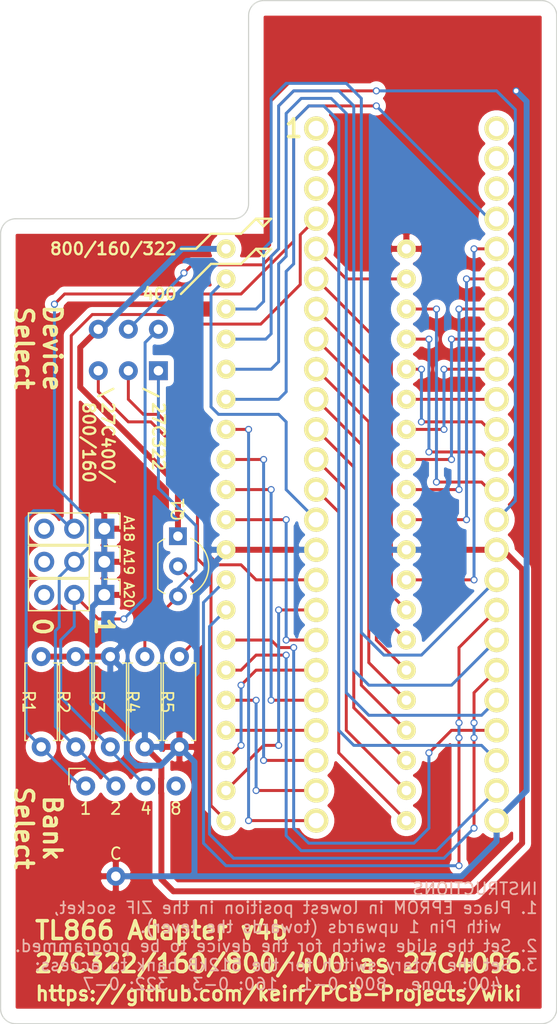
<source format=kicad_pcb>
(kicad_pcb (version 20171130) (host pcbnew "(5.1.6-0-10_14)")

  (general
    (thickness 1.6)
    (drawings 40)
    (tracks 361)
    (zones 0)
    (modules 13)
    (nets 47)
  )

  (page A4)
  (layers
    (0 F.Cu signal)
    (31 B.Cu signal)
    (32 B.Adhes user)
    (33 F.Adhes user)
    (34 B.Paste user)
    (35 F.Paste user)
    (36 B.SilkS user)
    (37 F.SilkS user)
    (38 B.Mask user)
    (39 F.Mask user)
    (40 Dwgs.User user)
    (41 Cmts.User user)
    (42 Eco1.User user)
    (43 Eco2.User user)
    (44 Edge.Cuts user)
    (45 Margin user)
    (46 B.CrtYd user)
    (47 F.CrtYd user)
    (48 B.Fab user hide)
    (49 F.Fab user hide)
  )

  (setup
    (last_trace_width 0.25)
    (trace_clearance 0.2)
    (zone_clearance 0.508)
    (zone_45_only no)
    (trace_min 0.2)
    (via_size 0.6)
    (via_drill 0.4)
    (via_min_size 0.4)
    (via_min_drill 0.3)
    (uvia_size 0.3)
    (uvia_drill 0.1)
    (uvias_allowed no)
    (uvia_min_size 0.2)
    (uvia_min_drill 0.1)
    (edge_width 0.1)
    (segment_width 0.2)
    (pcb_text_width 0.3)
    (pcb_text_size 1.5 1.5)
    (mod_edge_width 0.15)
    (mod_text_size 1 1)
    (mod_text_width 0.15)
    (pad_size 2.05 2.05)
    (pad_drill 1.3)
    (pad_to_mask_clearance 0)
    (solder_mask_min_width 0.25)
    (aux_axis_origin 0 0)
    (visible_elements FFFFFF7F)
    (pcbplotparams
      (layerselection 0x310f0_ffffffff)
      (usegerberextensions true)
      (usegerberattributes false)
      (usegerberadvancedattributes false)
      (creategerberjobfile false)
      (excludeedgelayer true)
      (linewidth 0.100000)
      (plotframeref false)
      (viasonmask false)
      (mode 1)
      (useauxorigin false)
      (hpglpennumber 1)
      (hpglpenspeed 20)
      (hpglpendiameter 15.000000)
      (psnegative false)
      (psa4output false)
      (plotreference true)
      (plotvalue true)
      (plotinvisibletext false)
      (padsonsilk false)
      (subtractmaskfromsilk false)
      (outputformat 1)
      (mirror false)
      (drillshape 0)
      (scaleselection 1)
      (outputdirectory "gerber/"))
  )

  (net 0 "")
  (net 1 /P2)
  (net 2 /P3)
  (net 3 /P4)
  (net 4 /P5)
  (net 5 /P6)
  (net 6 /P7)
  (net 7 /P8)
  (net 8 /P9)
  (net 9 /P10)
  (net 10 /P12)
  (net 11 /P13)
  (net 12 /P14)
  (net 13 /P15)
  (net 14 /P16)
  (net 15 /P17)
  (net 16 /P18)
  (net 17 /P19)
  (net 18 /P20)
  (net 19 /P21)
  (net 20 /P22)
  (net 21 /P23)
  (net 22 /P24)
  (net 23 /P25)
  (net 24 /P26)
  (net 25 /P27)
  (net 26 /P28)
  (net 27 /P29)
  (net 28 /P31)
  (net 29 /P32)
  (net 30 /P33)
  (net 31 /P34)
  (net 32 /P35)
  (net 33 /P36)
  (net 34 /P37)
  (net 35 /P38)
  (net 36 /P39)
  (net 37 /A19)
  (net 38 /A18)
  (net 39 /VCC)
  (net 40 /VSS)
  (net 41 /A20)
  (net 42 /VPP)
  (net 43 "Net-(Q1-Pad3)")
  (net 44 "Net-(SW1-Pad2)")
  (net 45 "Net-(SW1-Pad5)")
  (net 46 "Net-(Q1-Pad2)")

  (net_class Default "This is the default net class."
    (clearance 0.2)
    (trace_width 0.25)
    (via_dia 0.6)
    (via_drill 0.4)
    (uvia_dia 0.3)
    (uvia_drill 0.1)
    (add_net /A18)
    (add_net /A19)
    (add_net /A20)
    (add_net /P10)
    (add_net /P12)
    (add_net /P13)
    (add_net /P14)
    (add_net /P15)
    (add_net /P16)
    (add_net /P17)
    (add_net /P18)
    (add_net /P19)
    (add_net /P2)
    (add_net /P20)
    (add_net /P21)
    (add_net /P22)
    (add_net /P23)
    (add_net /P24)
    (add_net /P25)
    (add_net /P26)
    (add_net /P27)
    (add_net /P28)
    (add_net /P29)
    (add_net /P3)
    (add_net /P31)
    (add_net /P32)
    (add_net /P33)
    (add_net /P34)
    (add_net /P35)
    (add_net /P36)
    (add_net /P37)
    (add_net /P38)
    (add_net /P39)
    (add_net /P4)
    (add_net /P5)
    (add_net /P6)
    (add_net /P7)
    (add_net /P8)
    (add_net /P9)
    (add_net "Net-(Q1-Pad2)")
    (add_net "Net-(Q1-Pad3)")
    (add_net "Net-(SW1-Pad2)")
    (add_net "Net-(SW1-Pad5)")
  )

  (net_class Power ""
    (clearance 0.2)
    (trace_width 0.5)
    (via_dia 0.6)
    (via_drill 0.4)
    (uvia_dia 0.3)
    (uvia_drill 0.1)
    (add_net /VCC)
    (add_net /VPP)
    (add_net /VSS)
  )

  (module Connector_PinHeader_2.54mm:PinHeader_1x03_P2.54mm_Vertical (layer F.Cu) (tedit 59FED5CC) (tstamp 600DF477)
    (at 123.063 93.345 270)
    (descr "Through hole straight pin header, 1x03, 2.54mm pitch, single row")
    (tags "Through hole pin header THT 1x03 2.54mm single row")
    (path /60BE9E64)
    (fp_text reference A20 (at 0 -2.076 270 unlocked) (layer F.SilkS)
      (effects (font (size 0.8 0.8) (thickness 0.15)))
    )
    (fp_text value Jumper_3_Open (at 0 7.41 90) (layer F.Fab)
      (effects (font (size 1 1) (thickness 0.15)))
    )
    (fp_text user %R (at 0 2.54) (layer F.Fab)
      (effects (font (size 1 1) (thickness 0.15)))
    )
    (fp_line (start -0.635 -1.27) (end 1.27 -1.27) (layer F.Fab) (width 0.1))
    (fp_line (start 1.27 -1.27) (end 1.27 6.35) (layer F.Fab) (width 0.1))
    (fp_line (start 1.27 6.35) (end -1.27 6.35) (layer F.Fab) (width 0.1))
    (fp_line (start -1.27 6.35) (end -1.27 -0.635) (layer F.Fab) (width 0.1))
    (fp_line (start -1.27 -0.635) (end -0.635 -1.27) (layer F.Fab) (width 0.1))
    (fp_line (start -1.33 6.41) (end 1.33 6.41) (layer F.SilkS) (width 0.12))
    (fp_line (start -1.33 1.27) (end -1.33 6.41) (layer F.SilkS) (width 0.12))
    (fp_line (start 1.33 1.27) (end 1.33 6.41) (layer F.SilkS) (width 0.12))
    (fp_line (start -1.33 1.27) (end 1.33 1.27) (layer F.SilkS) (width 0.12))
    (fp_line (start -1.33 0) (end -1.33 -1.33) (layer F.SilkS) (width 0.12))
    (fp_line (start -1.33 -1.33) (end 0 -1.33) (layer F.SilkS) (width 0.12))
    (fp_line (start -1.8 -1.8) (end -1.8 6.85) (layer F.CrtYd) (width 0.05))
    (fp_line (start -1.8 6.85) (end 1.8 6.85) (layer F.CrtYd) (width 0.05))
    (fp_line (start 1.8 6.85) (end 1.8 -1.8) (layer F.CrtYd) (width 0.05))
    (fp_line (start 1.8 -1.8) (end -1.8 -1.8) (layer F.CrtYd) (width 0.05))
    (pad 3 thru_hole oval (at 0 5.08 270) (size 1.7 1.7) (drill 1) (layers *.Cu *.Mask))
    (pad 2 thru_hole oval (at 0 2.54 270) (size 1.7 1.7) (drill 1) (layers *.Cu *.Mask)
      (net 41 /A20))
    (pad 1 thru_hole rect (at 0 0 270) (size 1.7 1.7) (drill 1) (layers *.Cu *.Mask)
      (net 39 /VCC))
    (model ${KISYS3DMOD}/Connector_PinHeader_2.54mm.3dshapes/PinHeader_1x03_P2.54mm_Vertical.wrl
      (at (xyz 0 0 0))
      (scale (xyz 1 1 1))
      (rotate (xyz 0 0 0))
    )
  )

  (module Connector_PinHeader_2.54mm:PinHeader_1x03_P2.54mm_Vertical (layer F.Cu) (tedit 59FED5CC) (tstamp 600DF4B9)
    (at 123.063 90.551 270)
    (descr "Through hole straight pin header, 1x03, 2.54mm pitch, single row")
    (tags "Through hole pin header THT 1x03 2.54mm single row")
    (path /60BE36D8)
    (fp_text reference A19 (at 0 -2.076 270 unlocked) (layer F.SilkS)
      (effects (font (size 0.8 0.8) (thickness 0.15)))
    )
    (fp_text value Jumper_3_Open (at 0 7.41 90) (layer F.Fab)
      (effects (font (size 1 1) (thickness 0.15)))
    )
    (fp_text user %R (at 0 2.54) (layer F.Fab)
      (effects (font (size 1 1) (thickness 0.15)))
    )
    (fp_line (start -0.635 -1.27) (end 1.27 -1.27) (layer F.Fab) (width 0.1))
    (fp_line (start 1.27 -1.27) (end 1.27 6.35) (layer F.Fab) (width 0.1))
    (fp_line (start 1.27 6.35) (end -1.27 6.35) (layer F.Fab) (width 0.1))
    (fp_line (start -1.27 6.35) (end -1.27 -0.635) (layer F.Fab) (width 0.1))
    (fp_line (start -1.27 -0.635) (end -0.635 -1.27) (layer F.Fab) (width 0.1))
    (fp_line (start -1.33 6.41) (end 1.33 6.41) (layer F.SilkS) (width 0.12))
    (fp_line (start -1.33 1.27) (end -1.33 6.41) (layer F.SilkS) (width 0.12))
    (fp_line (start 1.33 1.27) (end 1.33 6.41) (layer F.SilkS) (width 0.12))
    (fp_line (start -1.33 1.27) (end 1.33 1.27) (layer F.SilkS) (width 0.12))
    (fp_line (start -1.33 0) (end -1.33 -1.33) (layer F.SilkS) (width 0.12))
    (fp_line (start -1.33 -1.33) (end 0 -1.33) (layer F.SilkS) (width 0.12))
    (fp_line (start -1.8 -1.8) (end -1.8 6.85) (layer F.CrtYd) (width 0.05))
    (fp_line (start -1.8 6.85) (end 1.8 6.85) (layer F.CrtYd) (width 0.05))
    (fp_line (start 1.8 6.85) (end 1.8 -1.8) (layer F.CrtYd) (width 0.05))
    (fp_line (start 1.8 -1.8) (end -1.8 -1.8) (layer F.CrtYd) (width 0.05))
    (pad 3 thru_hole oval (at 0 5.08 270) (size 1.7 1.7) (drill 1) (layers *.Cu *.Mask))
    (pad 2 thru_hole oval (at 0 2.54 270) (size 1.7 1.7) (drill 1) (layers *.Cu *.Mask)
      (net 37 /A19))
    (pad 1 thru_hole rect (at 0 0 270) (size 1.7 1.7) (drill 1) (layers *.Cu *.Mask)
      (net 39 /VCC))
    (model ${KISYS3DMOD}/Connector_PinHeader_2.54mm.3dshapes/PinHeader_1x03_P2.54mm_Vertical.wrl
      (at (xyz 0 0 0))
      (scale (xyz 1 1 1))
      (rotate (xyz 0 0 0))
    )
  )

  (module Connector_PinHeader_2.54mm:PinHeader_1x03_P2.54mm_Vertical (layer F.Cu) (tedit 59FED5CC) (tstamp 600DDA38)
    (at 123.063 87.757 270)
    (descr "Through hole straight pin header, 1x03, 2.54mm pitch, single row")
    (tags "Through hole pin header THT 1x03 2.54mm single row")
    (path /60BD58D8)
    (fp_text reference A18 (at 0 -2.076 270 unlocked) (layer F.SilkS)
      (effects (font (size 0.8 0.8) (thickness 0.15)))
    )
    (fp_text value Jumper_3_Open (at 0 7.41 90) (layer F.Fab)
      (effects (font (size 1 1) (thickness 0.15)))
    )
    (fp_text user %R (at 0 2.54) (layer F.Fab)
      (effects (font (size 1 1) (thickness 0.15)))
    )
    (fp_line (start -0.635 -1.27) (end 1.27 -1.27) (layer F.Fab) (width 0.1))
    (fp_line (start 1.27 -1.27) (end 1.27 6.35) (layer F.Fab) (width 0.1))
    (fp_line (start 1.27 6.35) (end -1.27 6.35) (layer F.Fab) (width 0.1))
    (fp_line (start -1.27 6.35) (end -1.27 -0.635) (layer F.Fab) (width 0.1))
    (fp_line (start -1.27 -0.635) (end -0.635 -1.27) (layer F.Fab) (width 0.1))
    (fp_line (start -1.33 6.41) (end 1.33 6.41) (layer F.SilkS) (width 0.12))
    (fp_line (start -1.33 1.27) (end -1.33 6.41) (layer F.SilkS) (width 0.12))
    (fp_line (start 1.33 1.27) (end 1.33 6.41) (layer F.SilkS) (width 0.12))
    (fp_line (start -1.33 1.27) (end 1.33 1.27) (layer F.SilkS) (width 0.12))
    (fp_line (start -1.33 0) (end -1.33 -1.33) (layer F.SilkS) (width 0.12))
    (fp_line (start -1.33 -1.33) (end 0 -1.33) (layer F.SilkS) (width 0.12))
    (fp_line (start -1.8 -1.8) (end -1.8 6.85) (layer F.CrtYd) (width 0.05))
    (fp_line (start -1.8 6.85) (end 1.8 6.85) (layer F.CrtYd) (width 0.05))
    (fp_line (start 1.8 6.85) (end 1.8 -1.8) (layer F.CrtYd) (width 0.05))
    (fp_line (start 1.8 -1.8) (end -1.8 -1.8) (layer F.CrtYd) (width 0.05))
    (pad 3 thru_hole oval (at 0 5.08 270) (size 1.7 1.7) (drill 1) (layers *.Cu *.Mask))
    (pad 2 thru_hole oval (at 0 2.54 270) (size 1.7 1.7) (drill 1) (layers *.Cu *.Mask)
      (net 38 /A18))
    (pad 1 thru_hole rect (at 0 0 270) (size 1.7 1.7) (drill 1) (layers *.Cu *.Mask)
      (net 39 /VCC))
    (model ${KISYS3DMOD}/Connector_PinHeader_2.54mm.3dshapes/PinHeader_1x03_P2.54mm_Vertical.wrl
      (at (xyz 0 0 0))
      (scale (xyz 1 1 1))
      (rotate (xyz 0 0 0))
    )
  )

  (module Resistor_THT:R_Axial_DIN0207_L6.3mm_D2.5mm_P7.62mm_Horizontal (layer F.Cu) (tedit 5AE5139B) (tstamp 5C804445)
    (at 129.413 98.552 270)
    (descr "Resistor, Axial_DIN0207 series, Axial, Horizontal, pin pitch=7.62mm, 0.25W = 1/4W, length*diameter=6.3*2.5mm^2, http://cdn-reichelt.de/documents/datenblatt/B400/1_4W%23YAG.pdf")
    (tags "Resistor Axial_DIN0207 series Axial Horizontal pin pitch 7.62mm 0.25W = 1/4W length 6.3mm diameter 2.5mm")
    (path /57420594)
    (fp_text reference R5 (at 3.81 1.059 270 unlocked) (layer F.SilkS)
      (effects (font (size 1 1) (thickness 0.15)))
    )
    (fp_text value 1K (at 3.81 2.37 270) (layer F.Fab)
      (effects (font (size 1 1) (thickness 0.15)))
    )
    (fp_text user %R (at 3.81 0 270) (layer F.Fab)
      (effects (font (size 1 1) (thickness 0.15)))
    )
    (fp_line (start 0.66 -1.25) (end 0.66 1.25) (layer F.Fab) (width 0.1))
    (fp_line (start 0.66 1.25) (end 6.96 1.25) (layer F.Fab) (width 0.1))
    (fp_line (start 6.96 1.25) (end 6.96 -1.25) (layer F.Fab) (width 0.1))
    (fp_line (start 6.96 -1.25) (end 0.66 -1.25) (layer F.Fab) (width 0.1))
    (fp_line (start 0 0) (end 0.66 0) (layer F.Fab) (width 0.1))
    (fp_line (start 7.62 0) (end 6.96 0) (layer F.Fab) (width 0.1))
    (fp_line (start 0.54 -1.04) (end 0.54 -1.37) (layer F.SilkS) (width 0.12))
    (fp_line (start 0.54 -1.37) (end 7.08 -1.37) (layer F.SilkS) (width 0.12))
    (fp_line (start 7.08 -1.37) (end 7.08 -1.04) (layer F.SilkS) (width 0.12))
    (fp_line (start 0.54 1.04) (end 0.54 1.37) (layer F.SilkS) (width 0.12))
    (fp_line (start 0.54 1.37) (end 7.08 1.37) (layer F.SilkS) (width 0.12))
    (fp_line (start 7.08 1.37) (end 7.08 1.04) (layer F.SilkS) (width 0.12))
    (fp_line (start -1.05 -1.5) (end -1.05 1.5) (layer F.CrtYd) (width 0.05))
    (fp_line (start -1.05 1.5) (end 8.67 1.5) (layer F.CrtYd) (width 0.05))
    (fp_line (start 8.67 1.5) (end 8.67 -1.5) (layer F.CrtYd) (width 0.05))
    (fp_line (start 8.67 -1.5) (end -1.05 -1.5) (layer F.CrtYd) (width 0.05))
    (pad 2 thru_hole oval (at 7.62 0 270) (size 1.6 1.6) (drill 0.8) (layers *.Cu *.Mask)
      (net 39 /VCC))
    (pad 1 thru_hole circle (at 0 0 270) (size 1.6 1.6) (drill 0.8) (layers *.Cu *.Mask)
      (net 46 "Net-(Q1-Pad2)"))
    (model ${KISYS3DMOD}/Resistor_THT.3dshapes/R_Axial_DIN0207_L6.3mm_D2.5mm_P7.62mm_Horizontal.wrl
      (at (xyz 0 0 0))
      (scale (xyz 1 1 1))
      (rotate (xyz 0 0 0))
    )
  )

  (module Resistor_THT:R_Axial_DIN0207_L6.3mm_D2.5mm_P7.62mm_Horizontal (layer F.Cu) (tedit 5AE5139B) (tstamp 5C804425)
    (at 126.492 98.552 270)
    (descr "Resistor, Axial_DIN0207 series, Axial, Horizontal, pin pitch=7.62mm, 0.25W = 1/4W, length*diameter=6.3*2.5mm^2, http://cdn-reichelt.de/documents/datenblatt/B400/1_4W%23YAG.pdf")
    (tags "Resistor Axial_DIN0207 series Axial Horizontal pin pitch 7.62mm 0.25W = 1/4W length 6.3mm diameter 2.5mm")
    (path /57420707)
    (fp_text reference R4 (at 3.81 1.059 270 unlocked) (layer F.SilkS)
      (effects (font (size 1 1) (thickness 0.15)))
    )
    (fp_text value 10K (at 3.81 2.37 270) (layer F.Fab)
      (effects (font (size 1 1) (thickness 0.15)))
    )
    (fp_text user %R (at 3.81 0 270) (layer F.Fab)
      (effects (font (size 1 1) (thickness 0.15)))
    )
    (fp_line (start 0.66 -1.25) (end 0.66 1.25) (layer F.Fab) (width 0.1))
    (fp_line (start 0.66 1.25) (end 6.96 1.25) (layer F.Fab) (width 0.1))
    (fp_line (start 6.96 1.25) (end 6.96 -1.25) (layer F.Fab) (width 0.1))
    (fp_line (start 6.96 -1.25) (end 0.66 -1.25) (layer F.Fab) (width 0.1))
    (fp_line (start 0 0) (end 0.66 0) (layer F.Fab) (width 0.1))
    (fp_line (start 7.62 0) (end 6.96 0) (layer F.Fab) (width 0.1))
    (fp_line (start 0.54 -1.04) (end 0.54 -1.37) (layer F.SilkS) (width 0.12))
    (fp_line (start 0.54 -1.37) (end 7.08 -1.37) (layer F.SilkS) (width 0.12))
    (fp_line (start 7.08 -1.37) (end 7.08 -1.04) (layer F.SilkS) (width 0.12))
    (fp_line (start 0.54 1.04) (end 0.54 1.37) (layer F.SilkS) (width 0.12))
    (fp_line (start 0.54 1.37) (end 7.08 1.37) (layer F.SilkS) (width 0.12))
    (fp_line (start 7.08 1.37) (end 7.08 1.04) (layer F.SilkS) (width 0.12))
    (fp_line (start -1.05 -1.5) (end -1.05 1.5) (layer F.CrtYd) (width 0.05))
    (fp_line (start -1.05 1.5) (end 8.67 1.5) (layer F.CrtYd) (width 0.05))
    (fp_line (start 8.67 1.5) (end 8.67 -1.5) (layer F.CrtYd) (width 0.05))
    (fp_line (start 8.67 -1.5) (end -1.05 -1.5) (layer F.CrtYd) (width 0.05))
    (pad 2 thru_hole oval (at 7.62 0 270) (size 1.6 1.6) (drill 0.8) (layers *.Cu *.Mask)
      (net 40 /VSS))
    (pad 1 thru_hole circle (at 0 0 270) (size 1.6 1.6) (drill 0.8) (layers *.Cu *.Mask)
      (net 43 "Net-(Q1-Pad3)"))
    (model ${KISYS3DMOD}/Resistor_THT.3dshapes/R_Axial_DIN0207_L6.3mm_D2.5mm_P7.62mm_Horizontal.wrl
      (at (xyz 0 0 0))
      (scale (xyz 1 1 1))
      (rotate (xyz 0 0 0))
    )
  )

  (module Resistor_THT:R_Axial_DIN0207_L6.3mm_D2.5mm_P7.62mm_Horizontal (layer F.Cu) (tedit 5AE5139B) (tstamp 600DDD07)
    (at 123.571 98.552 270)
    (descr "Resistor, Axial_DIN0207 series, Axial, Horizontal, pin pitch=7.62mm, 0.25W = 1/4W, length*diameter=6.3*2.5mm^2, http://cdn-reichelt.de/documents/datenblatt/B400/1_4W%23YAG.pdf")
    (tags "Resistor Axial_DIN0207 series Axial Horizontal pin pitch 7.62mm 0.25W = 1/4W length 6.3mm diameter 2.5mm")
    (path /5C784D7C)
    (fp_text reference R3 (at 3.81 1.059 270 unlocked) (layer F.SilkS)
      (effects (font (size 1 1) (thickness 0.15)))
    )
    (fp_text value 10K (at 3.81 2.37 270) (layer F.Fab)
      (effects (font (size 1 1) (thickness 0.15)))
    )
    (fp_text user %R (at 3.81 0 270) (layer F.Fab)
      (effects (font (size 1 1) (thickness 0.15)))
    )
    (fp_line (start 0.66 -1.25) (end 0.66 1.25) (layer F.Fab) (width 0.1))
    (fp_line (start 0.66 1.25) (end 6.96 1.25) (layer F.Fab) (width 0.1))
    (fp_line (start 6.96 1.25) (end 6.96 -1.25) (layer F.Fab) (width 0.1))
    (fp_line (start 6.96 -1.25) (end 0.66 -1.25) (layer F.Fab) (width 0.1))
    (fp_line (start 0 0) (end 0.66 0) (layer F.Fab) (width 0.1))
    (fp_line (start 7.62 0) (end 6.96 0) (layer F.Fab) (width 0.1))
    (fp_line (start 0.54 -1.04) (end 0.54 -1.37) (layer F.SilkS) (width 0.12))
    (fp_line (start 0.54 -1.37) (end 7.08 -1.37) (layer F.SilkS) (width 0.12))
    (fp_line (start 7.08 -1.37) (end 7.08 -1.04) (layer F.SilkS) (width 0.12))
    (fp_line (start 0.54 1.04) (end 0.54 1.37) (layer F.SilkS) (width 0.12))
    (fp_line (start 0.54 1.37) (end 7.08 1.37) (layer F.SilkS) (width 0.12))
    (fp_line (start 7.08 1.37) (end 7.08 1.04) (layer F.SilkS) (width 0.12))
    (fp_line (start -1.05 -1.5) (end -1.05 1.5) (layer F.CrtYd) (width 0.05))
    (fp_line (start -1.05 1.5) (end 8.67 1.5) (layer F.CrtYd) (width 0.05))
    (fp_line (start 8.67 1.5) (end 8.67 -1.5) (layer F.CrtYd) (width 0.05))
    (fp_line (start 8.67 -1.5) (end -1.05 -1.5) (layer F.CrtYd) (width 0.05))
    (pad 2 thru_hole oval (at 7.62 0 270) (size 1.6 1.6) (drill 0.8) (layers *.Cu *.Mask)
      (net 41 /A20))
    (pad 1 thru_hole circle (at 0 0 270) (size 1.6 1.6) (drill 0.8) (layers *.Cu *.Mask)
      (net 40 /VSS))
    (model ${KISYS3DMOD}/Resistor_THT.3dshapes/R_Axial_DIN0207_L6.3mm_D2.5mm_P7.62mm_Horizontal.wrl
      (at (xyz 0 0 0))
      (scale (xyz 1 1 1))
      (rotate (xyz 0 0 0))
    )
  )

  (module Resistor_THT:R_Axial_DIN0207_L6.3mm_D2.5mm_P7.62mm_Horizontal (layer F.Cu) (tedit 5AE5139B) (tstamp 5C804405)
    (at 120.65 98.552 270)
    (descr "Resistor, Axial_DIN0207 series, Axial, Horizontal, pin pitch=7.62mm, 0.25W = 1/4W, length*diameter=6.3*2.5mm^2, http://cdn-reichelt.de/documents/datenblatt/B400/1_4W%23YAG.pdf")
    (tags "Resistor Axial_DIN0207 series Axial Horizontal pin pitch 7.62mm 0.25W = 1/4W length 6.3mm diameter 2.5mm")
    (path /55F954A1)
    (fp_text reference R2 (at 3.81 1.059 270 unlocked) (layer F.SilkS)
      (effects (font (size 1 1) (thickness 0.15)))
    )
    (fp_text value 10K (at 3.81 2.37 270) (layer F.Fab)
      (effects (font (size 1 1) (thickness 0.15)))
    )
    (fp_text user %R (at 3.81 0 270) (layer F.Fab)
      (effects (font (size 1 1) (thickness 0.15)))
    )
    (fp_line (start 0.66 -1.25) (end 0.66 1.25) (layer F.Fab) (width 0.1))
    (fp_line (start 0.66 1.25) (end 6.96 1.25) (layer F.Fab) (width 0.1))
    (fp_line (start 6.96 1.25) (end 6.96 -1.25) (layer F.Fab) (width 0.1))
    (fp_line (start 6.96 -1.25) (end 0.66 -1.25) (layer F.Fab) (width 0.1))
    (fp_line (start 0 0) (end 0.66 0) (layer F.Fab) (width 0.1))
    (fp_line (start 7.62 0) (end 6.96 0) (layer F.Fab) (width 0.1))
    (fp_line (start 0.54 -1.04) (end 0.54 -1.37) (layer F.SilkS) (width 0.12))
    (fp_line (start 0.54 -1.37) (end 7.08 -1.37) (layer F.SilkS) (width 0.12))
    (fp_line (start 7.08 -1.37) (end 7.08 -1.04) (layer F.SilkS) (width 0.12))
    (fp_line (start 0.54 1.04) (end 0.54 1.37) (layer F.SilkS) (width 0.12))
    (fp_line (start 0.54 1.37) (end 7.08 1.37) (layer F.SilkS) (width 0.12))
    (fp_line (start 7.08 1.37) (end 7.08 1.04) (layer F.SilkS) (width 0.12))
    (fp_line (start -1.05 -1.5) (end -1.05 1.5) (layer F.CrtYd) (width 0.05))
    (fp_line (start -1.05 1.5) (end 8.67 1.5) (layer F.CrtYd) (width 0.05))
    (fp_line (start 8.67 1.5) (end 8.67 -1.5) (layer F.CrtYd) (width 0.05))
    (fp_line (start 8.67 -1.5) (end -1.05 -1.5) (layer F.CrtYd) (width 0.05))
    (pad 2 thru_hole oval (at 7.62 0 270) (size 1.6 1.6) (drill 0.8) (layers *.Cu *.Mask)
      (net 37 /A19))
    (pad 1 thru_hole circle (at 0 0 270) (size 1.6 1.6) (drill 0.8) (layers *.Cu *.Mask)
      (net 40 /VSS))
    (model ${KISYS3DMOD}/Resistor_THT.3dshapes/R_Axial_DIN0207_L6.3mm_D2.5mm_P7.62mm_Horizontal.wrl
      (at (xyz 0 0 0))
      (scale (xyz 1 1 1))
      (rotate (xyz 0 0 0))
    )
  )

  (module Resistor_THT:R_Axial_DIN0207_L6.3mm_D2.5mm_P7.62mm_Horizontal (layer F.Cu) (tedit 5AE5139B) (tstamp 600DFE53)
    (at 117.729 98.552 270)
    (descr "Resistor, Axial_DIN0207 series, Axial, Horizontal, pin pitch=7.62mm, 0.25W = 1/4W, length*diameter=6.3*2.5mm^2, http://cdn-reichelt.de/documents/datenblatt/B400/1_4W%23YAG.pdf")
    (tags "Resistor Axial_DIN0207 series Axial Horizontal pin pitch 7.62mm 0.25W = 1/4W length 6.3mm diameter 2.5mm")
    (path /55F954FE)
    (fp_text reference R1 (at 3.81 1.059 270 unlocked) (layer F.SilkS)
      (effects (font (size 1 1) (thickness 0.15)))
    )
    (fp_text value 10K (at 3.81 2.37 270) (layer F.Fab)
      (effects (font (size 1 1) (thickness 0.15)))
    )
    (fp_text user %R (at 3.81 0 270) (layer F.Fab)
      (effects (font (size 1 1) (thickness 0.15)))
    )
    (fp_line (start 0.66 -1.25) (end 0.66 1.25) (layer F.Fab) (width 0.1))
    (fp_line (start 0.66 1.25) (end 6.96 1.25) (layer F.Fab) (width 0.1))
    (fp_line (start 6.96 1.25) (end 6.96 -1.25) (layer F.Fab) (width 0.1))
    (fp_line (start 6.96 -1.25) (end 0.66 -1.25) (layer F.Fab) (width 0.1))
    (fp_line (start 0 0) (end 0.66 0) (layer F.Fab) (width 0.1))
    (fp_line (start 7.62 0) (end 6.96 0) (layer F.Fab) (width 0.1))
    (fp_line (start 0.54 -1.04) (end 0.54 -1.37) (layer F.SilkS) (width 0.12))
    (fp_line (start 0.54 -1.37) (end 7.08 -1.37) (layer F.SilkS) (width 0.12))
    (fp_line (start 7.08 -1.37) (end 7.08 -1.04) (layer F.SilkS) (width 0.12))
    (fp_line (start 0.54 1.04) (end 0.54 1.37) (layer F.SilkS) (width 0.12))
    (fp_line (start 0.54 1.37) (end 7.08 1.37) (layer F.SilkS) (width 0.12))
    (fp_line (start 7.08 1.37) (end 7.08 1.04) (layer F.SilkS) (width 0.12))
    (fp_line (start -1.05 -1.5) (end -1.05 1.5) (layer F.CrtYd) (width 0.05))
    (fp_line (start -1.05 1.5) (end 8.67 1.5) (layer F.CrtYd) (width 0.05))
    (fp_line (start 8.67 1.5) (end 8.67 -1.5) (layer F.CrtYd) (width 0.05))
    (fp_line (start 8.67 -1.5) (end -1.05 -1.5) (layer F.CrtYd) (width 0.05))
    (pad 2 thru_hole oval (at 7.62 0 270) (size 1.6 1.6) (drill 0.8) (layers *.Cu *.Mask)
      (net 38 /A18))
    (pad 1 thru_hole circle (at 0 0 270) (size 1.6 1.6) (drill 0.8) (layers *.Cu *.Mask)
      (net 40 /VSS))
    (model ${KISYS3DMOD}/Resistor_THT.3dshapes/R_Axial_DIN0207_L6.3mm_D2.5mm_P7.62mm_Horizontal.wrl
      (at (xyz 0 0 0))
      (scale (xyz 1 1 1))
      (rotate (xyz 0 0 0))
    )
  )

  (module Package_TO_SOT_THT:TO-92L_Inline_Wide (layer F.Cu) (tedit 5A11996A) (tstamp 600DF061)
    (at 129.286 88.392 270)
    (descr "TO-92L leads in-line (large body variant of TO-92), also known as TO-226, wide, drill 0.75mm (see https://www.diodes.com/assets/Package-Files/TO92L.pdf and http://www.ti.com/lit/an/snoa059/snoa059.pdf)")
    (tags "TO-92L Inline Wide transistor")
    (path /574202DB)
    (fp_text reference Q1 (at -2.286 0 270) (layer F.SilkS)
      (effects (font (size 1 1) (thickness 0.15)))
    )
    (fp_text value 2N3906TAR (at 2.54 2.79 270) (layer F.Fab)
      (effects (font (size 1 1) (thickness 0.15)))
    )
    (fp_line (start 6.1 1.85) (end -1 1.85) (layer F.CrtYd) (width 0.05))
    (fp_line (start 6.1 1.85) (end 6.1 -2.75) (layer F.CrtYd) (width 0.05))
    (fp_line (start -1 -2.75) (end -1 1.85) (layer F.CrtYd) (width 0.05))
    (fp_line (start -1 -2.75) (end 6.1 -2.75) (layer F.CrtYd) (width 0.05))
    (fp_line (start 0.65 1.6) (end 4.4 1.6) (layer F.Fab) (width 0.1))
    (fp_line (start 0.6 1.7) (end 4.45 1.7) (layer F.SilkS) (width 0.12))
    (fp_text user %R (at 2.54 -3.56 270) (layer F.Fab)
      (effects (font (size 1 1) (thickness 0.15)))
    )
    (fp_arc (start 2.54 0) (end 0.6 1.7) (angle 15.44288892) (layer F.SilkS) (width 0.12))
    (fp_arc (start 2.54 0) (end 2.54 -2.6) (angle -65) (layer F.SilkS) (width 0.12))
    (fp_arc (start 2.54 0) (end 2.54 -2.6) (angle 65) (layer F.SilkS) (width 0.12))
    (fp_arc (start 2.54 0) (end 2.54 -2.48) (angle 129.9527847) (layer F.Fab) (width 0.1))
    (fp_arc (start 2.54 0) (end 2.54 -2.48) (angle -130.2499344) (layer F.Fab) (width 0.1))
    (fp_arc (start 2.54 0) (end 4.45 1.7) (angle -15.88591585) (layer F.SilkS) (width 0.12))
    (pad 2 thru_hole circle (at 2.54 0) (size 1.5 1.5) (drill 0.8) (layers *.Cu *.Mask)
      (net 46 "Net-(Q1-Pad2)"))
    (pad 3 thru_hole circle (at 5.08 0) (size 1.5 1.5) (drill 0.8) (layers *.Cu *.Mask)
      (net 43 "Net-(Q1-Pad3)"))
    (pad 1 thru_hole rect (at 0 0) (size 1.5 1.5) (drill 0.8) (layers *.Cu *.Mask)
      (net 42 /VPP))
    (model ${KISYS3DMOD}/Package_TO_SOT_THT.3dshapes/TO-92L_Inline_Wide.wrl
      (at (xyz 0 0 0))
      (scale (xyz 1 1 1))
      (rotate (xyz 0 0 0))
    )
  )

  (module FF:27C160 (layer F.Cu) (tedit 5C74065B) (tstamp 55F95D39)
    (at 140.97 53.975)
    (descr "40-lead dip package, row spacing 15.24 mm (600 mils)")
    (tags "dil dip 2.54 600")
    (path /55AF4F2A)
    (fp_text reference U2 (at 1.27 61.849) (layer F.Fab) hide
      (effects (font (size 1 1) (thickness 0.15)))
    )
    (fp_text value 27C322 (at 11.938 61.849) (layer F.Fab) hide
      (effects (font (size 1 1) (thickness 0.15)))
    )
    (fp_line (start 19.304 -10.16) (end -4.064 -10.16) (layer F.CrtYd) (width 0.05))
    (fp_line (start 19.304 65.532) (end 19.304 -10.16) (layer F.CrtYd) (width 0.05))
    (fp_line (start -4.064 65.532) (end 19.304 65.532) (layer F.CrtYd) (width 0.05))
    (fp_line (start -4.064 -10.16) (end -4.064 65.532) (layer F.CrtYd) (width 0.05))
    (pad 48 thru_hole oval (at 15.24 0) (size 2.05 2.05) (drill 1.3) (layers *.Cu *.Mask F.SilkS))
    (pad 47 thru_hole oval (at 15.24 2.54) (size 2.05 2.05) (drill 1.3) (layers *.Cu *.Mask F.SilkS))
    (pad 46 thru_hole oval (at 15.24 5.08) (size 2.05 2.05) (drill 1.3) (layers *.Cu *.Mask F.SilkS))
    (pad 45 thru_hole oval (at 15.24 7.62) (size 2.05 2.05) (drill 1.3) (layers *.Cu *.Mask F.SilkS)
      (net 37 /A19))
    (pad 44 thru_hole oval (at 15.24 10.16) (size 2.05 2.05) (drill 1.3) (layers *.Cu *.Mask F.SilkS)
      (net 27 /P29))
    (pad 43 thru_hole oval (at 15.24 12.7) (size 2.05 2.05) (drill 1.3) (layers *.Cu *.Mask F.SilkS)
      (net 28 /P31))
    (pad 42 thru_hole oval (at 15.24 15.24) (size 2.05 2.05) (drill 1.3) (layers *.Cu *.Mask F.SilkS)
      (net 29 /P32))
    (pad 41 thru_hole oval (at 15.24 17.78) (size 2.05 2.05) (drill 1.3) (layers *.Cu *.Mask F.SilkS)
      (net 30 /P33))
    (pad 1 thru_hole oval (at 0 0) (size 2.05 2.05) (drill 1.3) (layers *.Cu *.Mask F.SilkS))
    (pad 2 thru_hole oval (at 0 2.54) (size 2.05 2.05) (drill 1.3) (layers *.Cu *.Mask F.SilkS))
    (pad 3 thru_hole oval (at 0 5.08) (size 2.05 2.05) (drill 1.3) (layers *.Cu *.Mask F.SilkS))
    (pad 4 thru_hole oval (at 0 7.62) (size 2.05 2.05) (drill 1.3) (layers *.Cu *.Mask F.SilkS)
      (net 38 /A18))
    (pad 5 thru_hole oval (at 0 10.16) (size 2.05 2.05) (drill 1.3) (layers *.Cu *.Mask F.SilkS)
      (net 36 /P39))
    (pad 6 thru_hole oval (at 0 12.7) (size 2.05 2.05) (drill 1.3) (layers *.Cu *.Mask F.SilkS)
      (net 26 /P28))
    (pad 7 thru_hole oval (at 0 15.24) (size 2.05 2.05) (drill 1.3) (layers *.Cu *.Mask F.SilkS)
      (net 25 /P27))
    (pad 8 thru_hole oval (at 0 17.78) (size 2.05 2.05) (drill 1.3) (layers *.Cu *.Mask F.SilkS)
      (net 24 /P26))
    (pad 9 thru_hole oval (at 0 20.32) (size 2.05 2.05) (drill 1.3) (layers *.Cu *.Mask F.SilkS)
      (net 23 /P25))
    (pad 10 thru_hole oval (at 0 22.86) (size 2.05 2.05) (drill 1.3) (layers *.Cu *.Mask F.SilkS)
      (net 22 /P24))
    (pad 11 thru_hole oval (at 0 25.4) (size 2.05 2.05) (drill 1.3) (layers *.Cu *.Mask F.SilkS)
      (net 21 /P23))
    (pad 12 thru_hole oval (at 0 27.94) (size 2.05 2.05) (drill 1.3) (layers *.Cu *.Mask F.SilkS)
      (net 20 /P22))
    (pad 13 thru_hole oval (at 0 30.48) (size 2.05 2.05) (drill 1.3) (layers *.Cu *.Mask F.SilkS)
      (net 19 /P21))
    (pad 14 thru_hole oval (at 0 33.02) (size 2.05 2.05) (drill 1.3) (layers *.Cu *.Mask F.SilkS)
      (net 1 /P2))
    (pad 15 thru_hole oval (at 0 35.56) (size 2.05 2.05) (drill 1.3) (layers *.Cu *.Mask F.SilkS)
      (net 40 /VSS))
    (pad 16 thru_hole oval (at 0 38.1) (size 2.05 2.05) (drill 1.3) (layers *.Cu *.Mask F.SilkS)
      (net 44 "Net-(SW1-Pad2)"))
    (pad 17 thru_hole oval (at 0 40.64) (size 2.05 2.05) (drill 1.3) (layers *.Cu *.Mask F.SilkS)
      (net 17 /P19))
    (pad 18 thru_hole oval (at 0 43.18) (size 2.05 2.05) (drill 1.3) (layers *.Cu *.Mask F.SilkS)
      (net 9 /P10))
    (pad 19 thru_hole oval (at 0 45.72) (size 2.05 2.05) (drill 1.3) (layers *.Cu *.Mask F.SilkS)
      (net 16 /P18))
    (pad 20 thru_hole oval (at 0 48.26) (size 2.05 2.05) (drill 1.3) (layers *.Cu *.Mask F.SilkS)
      (net 8 /P9))
    (pad 21 thru_hole oval (at 0 50.8) (size 2.05 2.05) (drill 1.3) (layers *.Cu *.Mask F.SilkS)
      (net 15 /P17))
    (pad 22 thru_hole oval (at 0 53.34) (size 2.05 2.05) (drill 1.3) (layers *.Cu *.Mask F.SilkS)
      (net 7 /P8))
    (pad 23 thru_hole oval (at 0 55.88) (size 2.05 2.05) (drill 1.3) (layers *.Cu *.Mask F.SilkS)
      (net 14 /P16))
    (pad 24 thru_hole oval (at 0 58.42) (size 2.05 2.05) (drill 1.3) (layers *.Cu *.Mask F.SilkS)
      (net 6 /P7))
    (pad 25 thru_hole oval (at 15.24 58.42) (size 2.05 2.05) (drill 1.3) (layers *.Cu *.Mask F.SilkS)
      (net 39 /VCC))
    (pad 26 thru_hole oval (at 15.24 55.88) (size 2.05 2.05) (drill 1.3) (layers *.Cu *.Mask F.SilkS)
      (net 13 /P15))
    (pad 27 thru_hole oval (at 15.24 53.34) (size 2.05 2.05) (drill 1.3) (layers *.Cu *.Mask F.SilkS)
      (net 5 /P6))
    (pad 28 thru_hole oval (at 15.24 50.8) (size 2.05 2.05) (drill 1.3) (layers *.Cu *.Mask F.SilkS)
      (net 12 /P14))
    (pad 29 thru_hole oval (at 15.24 48.26) (size 2.05 2.05) (drill 1.3) (layers *.Cu *.Mask F.SilkS)
      (net 4 /P5))
    (pad 30 thru_hole oval (at 15.24 45.72) (size 2.05 2.05) (drill 1.3) (layers *.Cu *.Mask F.SilkS)
      (net 11 /P13))
    (pad 31 thru_hole oval (at 15.24 43.18) (size 2.05 2.05) (drill 1.3) (layers *.Cu *.Mask F.SilkS)
      (net 3 /P4))
    (pad 32 thru_hole oval (at 15.24 40.64) (size 2.05 2.05) (drill 1.3) (layers *.Cu *.Mask F.SilkS)
      (net 10 /P12))
    (pad 33 thru_hole oval (at 15.24 38.1) (size 2.05 2.05) (drill 1.3) (layers *.Cu *.Mask F.SilkS)
      (net 2 /P3))
    (pad 34 thru_hole oval (at 15.24 35.56) (size 2.05 2.05) (drill 1.3) (layers *.Cu *.Mask F.SilkS)
      (net 40 /VSS))
    (pad 35 thru_hole oval (at 15.24 33.02) (size 2.05 2.05) (drill 1.3) (layers *.Cu *.Mask F.SilkS)
      (net 45 "Net-(SW1-Pad5)"))
    (pad 36 thru_hole oval (at 15.24 30.48) (size 2.05 2.05) (drill 1.3) (layers *.Cu *.Mask F.SilkS)
      (net 35 /P38))
    (pad 37 thru_hole oval (at 15.24 27.94) (size 2.05 2.05) (drill 1.3) (layers *.Cu *.Mask F.SilkS)
      (net 34 /P37))
    (pad 38 thru_hole oval (at 15.24 25.4) (size 2.05 2.05) (drill 1.3) (layers *.Cu *.Mask F.SilkS)
      (net 33 /P36))
    (pad 39 thru_hole oval (at 15.24 22.86) (size 2.05 2.05) (drill 1.3) (layers *.Cu *.Mask F.SilkS)
      (net 32 /P35))
    (pad 40 thru_hole oval (at 15.24 20.32) (size 2.05 2.05) (drill 1.3) (layers *.Cu *.Mask F.SilkS)
      (net 31 /P34))
    (model Housings_DIP.3dshapes/DIP-40_W15.24mm.wrl
      (at (xyz 0 0 0))
      (scale (xyz 1 1 1))
      (rotate (xyz 0 0 0))
    )
  )

  (module FF:27C4096 (layer F.Cu) (tedit 5C740652) (tstamp 55AF5648)
    (at 133.35 64.135)
    (descr "40-lead dip package, row spacing 15.24 mm (600 mils)")
    (tags "dil dip 2.54 600")
    (path /55AF4EC7)
    (fp_text reference U1 (at 1.905 51.435) (layer F.Fab) hide
      (effects (font (size 1 1) (thickness 0.15)))
    )
    (fp_text value 27C4096 (at 11.43 51.435) (layer F.Fab) hide
      (effects (font (size 1 1) (thickness 0.15)))
    )
    (fp_line (start -1.05 50.75) (end 16.3 50.75) (layer F.CrtYd) (width 0.05))
    (fp_line (start -1.05 -2.45) (end 16.3 -2.45) (layer F.CrtYd) (width 0.05))
    (fp_line (start 16.3 -2.45) (end 16.3 50.75) (layer F.CrtYd) (width 0.05))
    (fp_line (start -1.05 -2.45) (end -1.05 50.75) (layer F.CrtYd) (width 0.05))
    (pad 1 thru_hole oval (at 0 0) (size 1.6 1.6) (drill 0.8) (layers *.Cu *.Mask F.SilkS)
      (net 42 /VPP))
    (pad 2 thru_hole oval (at 0 2.54) (size 1.6 1.6) (drill 0.8) (layers *.Cu *.Mask F.SilkS)
      (net 1 /P2))
    (pad 3 thru_hole oval (at 0 5.08) (size 1.6 1.6) (drill 0.8) (layers *.Cu *.Mask F.SilkS)
      (net 2 /P3))
    (pad 4 thru_hole oval (at 0 7.62) (size 1.6 1.6) (drill 0.8) (layers *.Cu *.Mask F.SilkS)
      (net 3 /P4))
    (pad 5 thru_hole oval (at 0 10.16) (size 1.6 1.6) (drill 0.8) (layers *.Cu *.Mask F.SilkS)
      (net 4 /P5))
    (pad 6 thru_hole oval (at 0 12.7) (size 1.6 1.6) (drill 0.8) (layers *.Cu *.Mask F.SilkS)
      (net 5 /P6))
    (pad 7 thru_hole oval (at 0 15.24) (size 1.6 1.6) (drill 0.8) (layers *.Cu *.Mask F.SilkS)
      (net 6 /P7))
    (pad 8 thru_hole oval (at 0 17.78) (size 1.6 1.6) (drill 0.8) (layers *.Cu *.Mask F.SilkS)
      (net 7 /P8))
    (pad 9 thru_hole oval (at 0 20.32) (size 1.6 1.6) (drill 0.8) (layers *.Cu *.Mask F.SilkS)
      (net 8 /P9))
    (pad 10 thru_hole oval (at 0 22.86) (size 1.6 1.6) (drill 0.8) (layers *.Cu *.Mask F.SilkS)
      (net 9 /P10))
    (pad 11 thru_hole oval (at 0 25.4) (size 1.6 1.6) (drill 0.8) (layers *.Cu *.Mask F.SilkS)
      (net 40 /VSS))
    (pad 12 thru_hole oval (at 0 27.94) (size 1.6 1.6) (drill 0.8) (layers *.Cu *.Mask F.SilkS)
      (net 10 /P12))
    (pad 13 thru_hole oval (at 0 30.48) (size 1.6 1.6) (drill 0.8) (layers *.Cu *.Mask F.SilkS)
      (net 11 /P13))
    (pad 14 thru_hole oval (at 0 33.02) (size 1.6 1.6) (drill 0.8) (layers *.Cu *.Mask F.SilkS)
      (net 12 /P14))
    (pad 15 thru_hole oval (at 0 35.56) (size 1.6 1.6) (drill 0.8) (layers *.Cu *.Mask F.SilkS)
      (net 13 /P15))
    (pad 16 thru_hole oval (at 0 38.1) (size 1.6 1.6) (drill 0.8) (layers *.Cu *.Mask F.SilkS)
      (net 14 /P16))
    (pad 17 thru_hole oval (at 0 40.64) (size 1.6 1.6) (drill 0.8) (layers *.Cu *.Mask F.SilkS)
      (net 15 /P17))
    (pad 18 thru_hole oval (at 0 43.18) (size 1.6 1.6) (drill 0.8) (layers *.Cu *.Mask F.SilkS)
      (net 16 /P18))
    (pad 19 thru_hole oval (at 0 45.72) (size 1.6 1.6) (drill 0.8) (layers *.Cu *.Mask F.SilkS)
      (net 17 /P19))
    (pad 20 thru_hole oval (at 0 48.26) (size 1.6 1.6) (drill 0.8) (layers *.Cu *.Mask F.SilkS)
      (net 18 /P20))
    (pad 21 thru_hole oval (at 15.24 48.26) (size 1.6 1.6) (drill 0.8) (layers *.Cu *.Mask F.SilkS)
      (net 19 /P21))
    (pad 22 thru_hole oval (at 15.24 45.72) (size 1.6 1.6) (drill 0.8) (layers *.Cu *.Mask F.SilkS)
      (net 20 /P22))
    (pad 23 thru_hole oval (at 15.24 43.18) (size 1.6 1.6) (drill 0.8) (layers *.Cu *.Mask F.SilkS)
      (net 21 /P23))
    (pad 24 thru_hole oval (at 15.24 40.64) (size 1.6 1.6) (drill 0.8) (layers *.Cu *.Mask F.SilkS)
      (net 22 /P24))
    (pad 25 thru_hole oval (at 15.24 38.1) (size 1.6 1.6) (drill 0.8) (layers *.Cu *.Mask F.SilkS)
      (net 23 /P25))
    (pad 26 thru_hole oval (at 15.24 35.56) (size 1.6 1.6) (drill 0.8) (layers *.Cu *.Mask F.SilkS)
      (net 24 /P26))
    (pad 27 thru_hole oval (at 15.24 33.02) (size 1.6 1.6) (drill 0.8) (layers *.Cu *.Mask F.SilkS)
      (net 25 /P27))
    (pad 28 thru_hole oval (at 15.24 30.48) (size 1.6 1.6) (drill 0.8) (layers *.Cu *.Mask F.SilkS)
      (net 26 /P28))
    (pad 29 thru_hole oval (at 15.24 27.94) (size 1.6 1.6) (drill 0.8) (layers *.Cu *.Mask F.SilkS)
      (net 27 /P29))
    (pad 30 thru_hole oval (at 15.24 25.4) (size 1.6 1.6) (drill 0.8) (layers *.Cu *.Mask F.SilkS)
      (net 40 /VSS))
    (pad 31 thru_hole oval (at 15.24 22.86) (size 1.6 1.6) (drill 0.8) (layers *.Cu *.Mask F.SilkS)
      (net 28 /P31))
    (pad 32 thru_hole oval (at 15.24 20.32) (size 1.6 1.6) (drill 0.8) (layers *.Cu *.Mask F.SilkS)
      (net 29 /P32))
    (pad 33 thru_hole oval (at 15.24 17.78) (size 1.6 1.6) (drill 0.8) (layers *.Cu *.Mask F.SilkS)
      (net 30 /P33))
    (pad 34 thru_hole oval (at 15.24 15.24) (size 1.6 1.6) (drill 0.8) (layers *.Cu *.Mask F.SilkS)
      (net 31 /P34))
    (pad 35 thru_hole oval (at 15.24 12.7) (size 1.6 1.6) (drill 0.8) (layers *.Cu *.Mask F.SilkS)
      (net 32 /P35))
    (pad 36 thru_hole oval (at 15.24 10.16) (size 1.6 1.6) (drill 0.8) (layers *.Cu *.Mask F.SilkS)
      (net 33 /P36))
    (pad 37 thru_hole oval (at 15.24 7.62) (size 1.6 1.6) (drill 0.8) (layers *.Cu *.Mask F.SilkS)
      (net 34 /P37))
    (pad 38 thru_hole oval (at 15.24 5.08) (size 1.6 1.6) (drill 0.8) (layers *.Cu *.Mask F.SilkS)
      (net 35 /P38))
    (pad 39 thru_hole oval (at 15.24 2.54) (size 1.6 1.6) (drill 0.8) (layers *.Cu *.Mask F.SilkS)
      (net 36 /P39))
    (pad 40 thru_hole oval (at 15.24 0) (size 1.6 1.6) (drill 0.8) (layers *.Cu *.Mask F.SilkS)
      (net 39 /VCC))
    (model Housings_DIP.3dshapes/DIP-40_W15.24mm.wrl
      (at (xyz 0 0 0))
      (scale (xyz 1 1 1))
      (rotate (xyz 0 0 0))
    )
  )

  (module FF:DPDT_Slide (layer F.Cu) (tedit 5C741F80) (tstamp 600DEFBC)
    (at 127.635 74.422 180)
    (path /57420E1F)
    (fp_text reference SW1 (at 2.5 -1.65 180) (layer F.Fab) hide
      (effects (font (size 1 1) (thickness 0.15)))
    )
    (fp_text value Switch_SPDT_x2 (at 2.5 5.715 180) (layer F.Fab)
      (effects (font (size 1 1) (thickness 0.15)))
    )
    (fp_line (start -2 4.55) (end -2 -1.05) (layer F.CrtYd) (width 0.05))
    (fp_line (start 7 4.55) (end -2 4.55) (layer F.CrtYd) (width 0.05))
    (fp_line (start 7 -1.05) (end 7 4.55) (layer F.CrtYd) (width 0.05))
    (fp_line (start -2 -1.05) (end 7 -1.05) (layer F.CrtYd) (width 0.05))
    (fp_text user %R (at 2.5 -1.65 180) (layer F.Fab)
      (effects (font (size 1 1) (thickness 0.15)))
    )
    (pad 1 thru_hole rect (at 0 0 180) (size 1.6 1.6) (drill 0.8) (layers *.Cu *.Mask)
      (net 43 "Net-(Q1-Pad3)"))
    (pad 2 thru_hole circle (at 2.54 0 180) (size 1.6 1.6) (drill 0.8) (layers *.Cu *.Mask)
      (net 44 "Net-(SW1-Pad2)"))
    (pad 3 thru_hole circle (at 5.08 0 180) (size 1.6 1.6) (drill 0.8) (layers *.Cu *.Mask)
      (net 18 /P20))
    (pad 4 thru_hole circle (at 0 3.5 180) (size 1.6 1.6) (drill 0.8) (layers *.Cu *.Mask)
      (net 41 /A20))
    (pad 5 thru_hole circle (at 2.54 3.5 180) (size 1.6 1.6) (drill 0.8) (layers *.Cu *.Mask)
      (net 45 "Net-(SW1-Pad5)"))
    (pad 6 thru_hole circle (at 5.08 3.5 180) (size 1.6 1.6) (drill 0.8) (layers *.Cu *.Mask)
      (net 42 /VPP))
    (model ${KISYS3DMOD}/Button_Switch_THT.3dshapes/SW_E-Switch_EG1271_DPDT.wrl
      (at (xyz 0 0 0))
      (scale (xyz 1 1 1))
      (rotate (xyz 0 0 0))
    )
  )

  (module FF:Rotary_Switch (layer F.Cu) (tedit 5C741F94) (tstamp 5C8AF9A2)
    (at 121.495001 109.474)
    (path /5C745A47)
    (fp_text reference SW2 (at 3.81 -2.36) (layer F.Fab) hide
      (effects (font (size 1 1) (thickness 0.15)))
    )
    (fp_text value SW_Coded_SH-7010 (at 2.54 10.16) (layer F.Fab) hide
      (effects (font (size 1 1) (thickness 0.15)))
    )
    (fp_line (start 8.98 -1.36) (end -1.36 -1.36) (layer F.CrtYd) (width 0.05))
    (fp_line (start 8.98 8.98) (end 8.98 -1.36) (layer F.CrtYd) (width 0.05))
    (fp_line (start -1.36 8.98) (end 8.98 8.98) (layer F.CrtYd) (width 0.05))
    (fp_line (start -1.36 -1.36) (end -1.36 8.98) (layer F.CrtYd) (width 0.05))
    (fp_line (start -1.42 -1.48) (end -0.05 -1.48) (layer F.SilkS) (width 0.12))
    (fp_line (start -1.42 -0.11) (end -1.42 -1.48) (layer F.SilkS) (width 0.12))
    (fp_text user 1 (at 0 1.905) (layer F.SilkS)
      (effects (font (size 1 1) (thickness 0.15)))
    )
    (fp_text user 2 (at 2.54 1.905) (layer F.SilkS)
      (effects (font (size 1 1) (thickness 0.15)))
    )
    (fp_text user 4 (at 5.08 1.905) (layer F.SilkS)
      (effects (font (size 1 1) (thickness 0.15)))
    )
    (fp_text user 8 (at 7.62 1.905) (layer F.SilkS)
      (effects (font (size 1 1) (thickness 0.15)))
    )
    (fp_text user C (at 2.54 5.715) (layer F.SilkS)
      (effects (font (size 1 1) (thickness 0.15)))
    )
    (pad 1 thru_hole oval (at 0 0) (size 1.6 1.6) (drill 0.8) (layers *.Cu *.Mask)
      (net 38 /A18))
    (pad 2 thru_hole oval (at 2.54 0) (size 1.6 1.6) (drill 0.8) (layers *.Cu *.Mask)
      (net 37 /A19))
    (pad 4 thru_hole oval (at 5.08 0) (size 1.6 1.6) (drill 0.8) (layers *.Cu *.Mask)
      (net 41 /A20))
    (pad 8 thru_hole oval (at 7.62 0) (size 1.6 1.6) (drill 0.8) (layers *.Cu *.Mask))
    (pad C thru_hole oval (at 2.54 7.62) (size 1.6 1.6) (drill 0.8) (layers *.Cu *.Mask)
      (net 39 /VCC))
    (model ${KISYS3DMOD}/Button_Switch_THT.3dshapes/Nidec_Copal_SH-7010C.wrl
      (at (xyz 0 0 0))
      (scale (xyz 1 1 1))
      (rotate (xyz 0 0 0))
    )
  )

  (gr_text 1 (at 123.063 96.012 270) (layer F.SilkS) (tstamp 600DF096)
    (effects (font (size 1.5 1.5) (thickness 0.3)))
  )
  (gr_text 0 (at 117.983 96.012 90) (layer F.SilkS) (tstamp 600DF090)
    (effects (font (size 1.5 1.5) (thickness 0.3)))
  )
  (gr_line (start 136.525 43.18) (end 160.02 43.18) (angle 90) (layer Edge.Cuts) (width 0.1))
  (gr_line (start 115.57 61.595) (end 133.985 61.595) (angle 90) (layer Edge.Cuts) (width 0.1))
  (gr_text "INSTRUCTIONS\n1. Place EPROM in lowest position in the ZIF socket,\n    with Pin 1 upwards (towards the lever).\n2. Set the slide switch for the device to be programmed.\n3. Set the rotary switch for the 512kB bank to access:\n    400: none,  800: 0-1,  160: 0-3,  322: 0-7\n" (at 159.766 122.174) (layer B.SilkS)
    (effects (font (size 1 1) (thickness 0.15)) (justify left mirror))
  )
  (gr_text "TL866 Adapter v4b" (at 127.889 121.666) (layer F.SilkS)
    (effects (font (size 1.5 1.5) (thickness 0.3)))
  )
  (gr_text "Bank\nSelect" (at 117.475 113.03 270) (layer F.SilkS)
    (effects (font (size 1.5 1.5) (thickness 0.3)))
  )
  (gr_text "Device\nSelect" (at 117.475 72.517 270) (layer F.SilkS)
    (effects (font (size 1.5 1.5) (thickness 0.3)))
  )
  (gr_line (start 127.635 76.581) (end 126.365 75.946) (angle 90) (layer F.SilkS) (width 0.2))
  (gr_line (start 122.555 76.581) (end 123.825 75.946) (angle 90) (layer F.SilkS) (width 0.2))
  (gr_text "27C400/\n800/160" (at 122.555 76.962 270) (layer F.SilkS)
    (effects (font (size 1 1) (thickness 0.2)) (justify left))
  )
  (gr_text 27C322 (at 127.635 76.962 270) (layer F.SilkS) (tstamp 5C74255F)
    (effects (font (size 1 1) (thickness 0.2)) (justify left))
  )
  (gr_line (start 161.29 44.45) (end 161.29 128.27) (angle 90) (layer Edge.Cuts) (width 0.1))
  (gr_line (start 135.255 60.325) (end 135.255 44.45) (angle 90) (layer Edge.Cuts) (width 0.1))
  (gr_line (start 136.525 62.23) (end 135.89 61.595) (angle 90) (layer F.SilkS) (width 0.2))
  (gr_line (start 137.16 61.595) (end 136.525 62.23) (angle 90) (layer F.SilkS) (width 0.2))
  (gr_line (start 135.89 61.595) (end 137.16 61.595) (angle 90) (layer F.SilkS) (width 0.2))
  (gr_line (start 130.81 64.135) (end 129.54 64.135) (angle 90) (layer F.SilkS) (width 0.2))
  (gr_text 1 (at 139.065 53.975) (layer F.SilkS)
    (effects (font (size 1.5 1.5) (thickness 0.3)))
  )
  (gr_line (start 132.08 62.865) (end 130.81 64.135) (angle 90) (layer F.SilkS) (width 0.2))
  (gr_line (start 134.62 62.865) (end 132.08 62.865) (angle 90) (layer F.SilkS) (width 0.2))
  (gr_line (start 132.08 65.405) (end 129.54 67.945) (angle 90) (layer F.SilkS) (width 0.2))
  (gr_line (start 134.62 65.405) (end 132.08 65.405) (angle 90) (layer F.SilkS) (width 0.2))
  (gr_line (start 136.525 64.77) (end 135.89 64.135) (angle 90) (layer F.SilkS) (width 0.2))
  (gr_line (start 137.16 64.135) (end 136.525 64.77) (angle 90) (layer F.SilkS) (width 0.2))
  (gr_line (start 135.89 64.135) (end 137.16 64.135) (angle 90) (layer F.SilkS) (width 0.2))
  (gr_line (start 134.62 65.405) (end 135.89 64.135) (angle 90) (layer F.SilkS) (width 0.2))
  (gr_line (start 134.62 62.865) (end 135.89 61.595) (angle 90) (layer F.SilkS) (width 0.2))
  (gr_text 400 (at 126.1745 67.945) (layer F.SilkS)
    (effects (font (size 1 1) (thickness 0.2)) (justify left))
  )
  (gr_text 800/160/322 (at 118.364 64.135) (layer F.SilkS)
    (effects (font (size 1 1) (thickness 0.2)) (justify left))
  )
  (gr_arc (start 136.525 44.45) (end 135.255 44.45) (angle 90) (layer Edge.Cuts) (width 0.1))
  (gr_arc (start 160.02 44.45) (end 160.02 43.18) (angle 90) (layer Edge.Cuts) (width 0.1))
  (gr_line (start 114.3 128.27) (end 114.3 62.865) (angle 90) (layer Edge.Cuts) (width 0.1))
  (gr_line (start 115.57 129.54) (end 160.02 129.54) (angle 90) (layer Edge.Cuts) (width 0.1))
  (gr_arc (start 115.57 62.865) (end 114.3 62.865) (angle 90) (layer Edge.Cuts) (width 0.1))
  (gr_arc (start 133.985 60.325) (end 135.255 60.325) (angle 90) (layer Edge.Cuts) (width 0.1))
  (gr_arc (start 160.02 128.27) (end 161.29 128.27) (angle 90) (layer Edge.Cuts) (width 0.1))
  (gr_arc (start 115.57 128.27) (end 115.57 129.54) (angle 90) (layer Edge.Cuts) (width 0.1))
  (gr_text https://github.com/keirf/PCB-Projects/wiki (at 137.795 127) (layer F.SilkS)
    (effects (font (size 1.2 1.2) (thickness 0.25)))
  )
  (gr_text "27C322/160/800/400 as 27C4096" (at 137.795 124.46) (layer F.SilkS)
    (effects (font (size 1.5 1.5) (thickness 0.3)))
  )

  (segment (start 133.35 66.675) (end 132.08 67.945) (width 0.25) (layer B.Cu) (net 1) (status 400000))
  (segment (start 138.43 84.455) (end 140.97 86.995) (width 0.25) (layer B.Cu) (net 1) (tstamp 5C73F96F) (status 800000))
  (segment (start 138.43 78.74) (end 138.43 84.455) (width 0.25) (layer B.Cu) (net 1) (tstamp 5C73F96E))
  (segment (start 137.795 78.105) (end 138.43 78.74) (width 0.25) (layer B.Cu) (net 1) (tstamp 5C73F96D))
  (segment (start 132.715 78.105) (end 137.795 78.105) (width 0.25) (layer B.Cu) (net 1) (tstamp 5C73F96C))
  (segment (start 132.08 77.47) (end 132.715 78.105) (width 0.25) (layer B.Cu) (net 1) (tstamp 5C73F96B))
  (segment (start 132.08 67.945) (end 132.08 77.47) (width 0.25) (layer B.Cu) (net 1) (tstamp 5C73F96A))
  (segment (start 133.35 69.215) (end 135.89 69.215) (width 0.25) (layer B.Cu) (net 2) (status 400000))
  (segment (start 149.86 98.425) (end 156.21 92.075) (width 0.25) (layer B.Cu) (net 2) (tstamp 5C8B0E83) (status 800000))
  (segment (start 146.685 98.425) (end 149.86 98.425) (width 0.25) (layer B.Cu) (net 2) (tstamp 5C8B0E81))
  (segment (start 144.78 96.52) (end 146.685 98.425) (width 0.25) (layer B.Cu) (net 2) (tstamp 5C8B0E7F))
  (segment (start 144.78 51.435) (end 144.78 96.52) (width 0.25) (layer B.Cu) (net 2) (tstamp 5C8B0E7D))
  (segment (start 143.51 50.165) (end 144.78 51.435) (width 0.25) (layer B.Cu) (net 2) (tstamp 5C8B0E7B))
  (segment (start 138.43 50.165) (end 143.51 50.165) (width 0.25) (layer B.Cu) (net 2) (tstamp 5C8B0E79))
  (segment (start 137.16 51.435) (end 138.43 50.165) (width 0.25) (layer B.Cu) (net 2) (tstamp 5C8B0E77))
  (segment (start 137.16 63.5) (end 137.16 51.435) (width 0.25) (layer B.Cu) (net 2) (tstamp 5C8B0E76))
  (segment (start 136.525 64.135) (end 137.16 63.5) (width 0.25) (layer B.Cu) (net 2) (tstamp 5C8B0E75))
  (segment (start 136.525 68.58) (end 136.525 64.135) (width 0.25) (layer B.Cu) (net 2) (tstamp 5C8B0E74))
  (segment (start 135.89 69.215) (end 136.525 68.58) (width 0.25) (layer B.Cu) (net 2) (tstamp 5C8B0E73))
  (segment (start 133.35 71.755) (end 136.709998 71.755) (width 0.25) (layer B.Cu) (net 3) (status 400000))
  (segment (start 152.4 100.965) (end 156.21 97.155) (width 0.25) (layer B.Cu) (net 3) (tstamp 5C8B0E6F) (status 800000))
  (segment (start 145.415 100.965) (end 152.4 100.965) (width 0.25) (layer B.Cu) (net 3) (tstamp 5C8B0E6D))
  (segment (start 144.145 99.695) (end 145.415 100.965) (width 0.25) (layer B.Cu) (net 3) (tstamp 5C8B0E6B))
  (segment (start 144.145 52.07) (end 144.145 99.695) (width 0.25) (layer B.Cu) (net 3) (tstamp 5C8B0E69))
  (segment (start 142.875 50.8) (end 144.145 52.07) (width 0.25) (layer B.Cu) (net 3) (tstamp 5C8B0E67))
  (segment (start 139.065 50.8) (end 142.875 50.8) (width 0.25) (layer B.Cu) (net 3) (tstamp 5C8B0E65))
  (segment (start 137.795 52.07) (end 139.065 50.8) (width 0.25) (layer B.Cu) (net 3) (tstamp 5C8B0E63))
  (segment (start 137.795 64.135) (end 137.795 52.07) (width 0.25) (layer B.Cu) (net 3) (tstamp 5C8B0E62))
  (segment (start 137.16 64.77) (end 137.795 64.135) (width 0.25) (layer B.Cu) (net 3) (tstamp 5C8B0E61))
  (segment (start 137.16 71.304998) (end 137.16 64.77) (width 0.25) (layer B.Cu) (net 3) (tstamp 5C8B0E60))
  (segment (start 136.709998 71.755) (end 137.16 71.304998) (width 0.25) (layer B.Cu) (net 3) (tstamp 5C8B0E5F))
  (segment (start 133.35 74.295) (end 137.16 74.295) (width 0.25) (layer B.Cu) (net 4) (status 400000))
  (segment (start 154.94 103.505) (end 156.21 102.235) (width 0.25) (layer B.Cu) (net 4) (tstamp 5C8B0E5B) (status 800000))
  (segment (start 145.415 103.505) (end 154.94 103.505) (width 0.25) (layer B.Cu) (net 4) (tstamp 5C8B0E59))
  (segment (start 143.51 101.6) (end 145.415 103.505) (width 0.25) (layer B.Cu) (net 4) (tstamp 5C8B0E57))
  (segment (start 143.51 52.705) (end 143.51 101.6) (width 0.25) (layer B.Cu) (net 4) (tstamp 5C8B0E55))
  (segment (start 142.24 51.435) (end 143.51 52.705) (width 0.25) (layer B.Cu) (net 4) (tstamp 5C8B0E53))
  (segment (start 139.7 51.435) (end 142.24 51.435) (width 0.25) (layer B.Cu) (net 4) (tstamp 5C8B0E51))
  (segment (start 138.43 52.705) (end 139.7 51.435) (width 0.25) (layer B.Cu) (net 4) (tstamp 5C8B0E4F))
  (segment (start 138.43 64.77) (end 138.43 52.705) (width 0.25) (layer B.Cu) (net 4) (tstamp 5C8B0E4E))
  (segment (start 137.795 65.405) (end 138.43 64.77) (width 0.25) (layer B.Cu) (net 4) (tstamp 5C8B0E4D))
  (segment (start 137.795 73.66) (end 137.795 65.405) (width 0.25) (layer B.Cu) (net 4) (tstamp 5C8B0E4C))
  (segment (start 137.16 74.295) (end 137.795 73.66) (width 0.25) (layer B.Cu) (net 4) (tstamp 5C8B0E4B))
  (segment (start 133.35 76.835) (end 137.795 76.835) (width 0.25) (layer B.Cu) (net 5) (status 400000))
  (segment (start 142.875 53.34) (end 142.875 104.775) (width 0.25) (layer B.Cu) (net 5))
  (segment (start 137.795 76.835) (end 138.43 76.2) (width 0.25) (layer B.Cu) (net 5) (tstamp 5C8B0E33))
  (segment (start 138.43 76.2) (end 138.43 66.04) (width 0.25) (layer B.Cu) (net 5) (tstamp 5C8B0E34))
  (segment (start 138.43 66.04) (end 139.065 65.405) (width 0.25) (layer B.Cu) (net 5) (tstamp 5C8B0E35))
  (segment (start 139.065 65.405) (end 139.065 53.34) (width 0.25) (layer B.Cu) (net 5) (tstamp 5C8B0E36))
  (segment (start 139.065 53.34) (end 140.335 52.07) (width 0.25) (layer B.Cu) (net 5) (tstamp 5C8B0E37))
  (segment (start 140.335 52.07) (end 141.605 52.07) (width 0.25) (layer B.Cu) (net 5) (tstamp 5C8B0E39))
  (segment (start 141.605 52.07) (end 142.875 53.34) (width 0.25) (layer B.Cu) (net 5) (tstamp 5C8B0E3B))
  (segment (start 142.875 104.775) (end 144.145 106.045) (width 0.25) (layer B.Cu) (net 5) (tstamp 5C8B0E40))
  (segment (start 144.145 106.045) (end 154.94 106.045) (width 0.25) (layer B.Cu) (net 5) (tstamp 5C8B0E41))
  (segment (start 154.94 106.045) (end 156.21 107.315) (width 0.25) (layer B.Cu) (net 5) (tstamp 5C8B0E42) (status 800000))
  (segment (start 140.97 112.395) (end 135.255 112.395) (width 0.25) (layer F.Cu) (net 6) (status 400000))
  (segment (start 135.255 79.375) (end 133.35 79.375) (width 0.25) (layer F.Cu) (net 6) (tstamp 5C8B0DBC) (status 800000))
  (via (at 135.255 79.375) (size 0.6) (drill 0.4) (layers F.Cu B.Cu) (net 6))
  (segment (start 135.255 112.395) (end 135.255 79.375) (width 0.25) (layer B.Cu) (net 6) (tstamp 5C8B0DB9))
  (via (at 135.255 112.395) (size 0.6) (drill 0.4) (layers F.Cu B.Cu) (net 6))
  (segment (start 140.97 107.315) (end 136.525 107.315) (width 0.25) (layer F.Cu) (net 7) (status 400000))
  (segment (start 136.525 81.915) (end 133.35 81.915) (width 0.25) (layer F.Cu) (net 7) (tstamp 5C8B0DCC) (status 800000))
  (via (at 136.525 81.915) (size 0.6) (drill 0.4) (layers F.Cu B.Cu) (net 7))
  (segment (start 136.525 107.315) (end 136.525 81.915) (width 0.25) (layer B.Cu) (net 7) (tstamp 5C8B0DC9))
  (via (at 136.525 107.315) (size 0.6) (drill 0.4) (layers F.Cu B.Cu) (net 7))
  (segment (start 140.97 102.235) (end 137.16 102.235) (width 0.25) (layer F.Cu) (net 8) (status 400000))
  (segment (start 137.16 84.455) (end 133.35 84.455) (width 0.25) (layer F.Cu) (net 8) (tstamp 5C8B0DD6) (status 800000))
  (via (at 137.16 84.455) (size 0.6) (drill 0.4) (layers F.Cu B.Cu) (net 8))
  (segment (start 137.16 102.235) (end 137.16 84.455) (width 0.25) (layer B.Cu) (net 8) (tstamp 5C8B0DD3))
  (via (at 137.16 102.235) (size 0.6) (drill 0.4) (layers F.Cu B.Cu) (net 8))
  (segment (start 140.97 97.155) (end 138.43 97.155) (width 0.25) (layer F.Cu) (net 9) (status 400000))
  (segment (start 138.43 86.995) (end 133.35 86.995) (width 0.25) (layer F.Cu) (net 9) (tstamp 5C8B0DF8) (status 800000))
  (via (at 138.43 86.995) (size 0.6) (drill 0.4) (layers F.Cu B.Cu) (net 9))
  (segment (start 138.43 97.155) (end 138.43 86.995) (width 0.25) (layer B.Cu) (net 9) (tstamp 5C8B0DF5))
  (via (at 138.43 97.155) (size 0.6) (drill 0.4) (layers F.Cu B.Cu) (net 9))
  (segment (start 153.035 97.79) (end 156.21 94.615) (width 0.25) (layer F.Cu) (net 10) (tstamp 5C740EA0) (status 800000))
  (segment (start 153.035 104.14) (end 153.035 97.79) (width 0.25) (layer F.Cu) (net 10) (tstamp 5C740E9F))
  (via (at 153.035 104.14) (size 0.6) (drill 0.4) (layers F.Cu B.Cu) (net 10))
  (segment (start 153.035 105.41) (end 153.035 104.14) (width 0.25) (layer B.Cu) (net 10) (tstamp 5C740E9C))
  (via (at 153.035 105.41) (size 0.6) (drill 0.4) (layers F.Cu B.Cu) (net 10))
  (segment (start 153.035 116.205) (end 153.035 105.41) (width 0.25) (layer F.Cu) (net 10) (tstamp 5C740E99))
  (via (at 153.035 116.205) (size 0.6) (drill 0.4) (layers F.Cu B.Cu) (net 10))
  (segment (start 133.35 116.205) (end 153.035 116.205) (width 0.25) (layer B.Cu) (net 10))
  (segment (start 131.445 93.98) (end 131.445 114.3) (width 0.25) (layer B.Cu) (net 10))
  (segment (start 131.445 114.3) (end 133.35 116.205) (width 0.25) (layer B.Cu) (net 10))
  (segment (start 133.35 92.075) (end 131.445 93.98) (width 0.25) (layer B.Cu) (net 10))
  (segment (start 154.305 101.6) (end 156.21 99.695) (width 0.25) (layer F.Cu) (net 11) (tstamp 5C740E86) (status 800000))
  (segment (start 154.305 104.14) (end 154.305 101.6) (width 0.25) (layer F.Cu) (net 11) (tstamp 5C740E85))
  (via (at 154.305 104.14) (size 0.6) (drill 0.4) (layers F.Cu B.Cu) (net 11))
  (segment (start 154.305 105.41) (end 154.305 104.14) (width 0.25) (layer B.Cu) (net 11) (tstamp 5C740E82))
  (via (at 154.305 105.41) (size 0.6) (drill 0.4) (layers F.Cu B.Cu) (net 11))
  (segment (start 154.305 113.03) (end 154.305 105.41) (width 0.25) (layer F.Cu) (net 11) (tstamp 5C740E7F))
  (via (at 154.305 113.03) (size 0.6) (drill 0.4) (layers F.Cu B.Cu) (net 11))
  (segment (start 133.985 115.57) (end 151.765 115.57) (width 0.25) (layer B.Cu) (net 11))
  (segment (start 131.953 113.538) (end 133.985 115.57) (width 0.25) (layer B.Cu) (net 11))
  (segment (start 151.765 115.57) (end 154.305 113.03) (width 0.25) (layer B.Cu) (net 11))
  (segment (start 131.953 96.012) (end 131.953 113.538) (width 0.25) (layer B.Cu) (net 11))
  (segment (start 133.35 94.615) (end 131.953 96.012) (width 0.25) (layer B.Cu) (net 11))
  (segment (start 133.35 97.155) (end 137.16 97.155) (width 0.25) (layer F.Cu) (net 12) (status 400000))
  (segment (start 152.4 104.775) (end 156.21 104.775) (width 0.25) (layer F.Cu) (net 12) (tstamp 5C73F607) (status 800000))
  (segment (start 150.495 106.68) (end 152.4 104.775) (width 0.25) (layer F.Cu) (net 12) (tstamp 5C73F606))
  (via (at 150.495 106.68) (size 0.6) (drill 0.4) (layers F.Cu B.Cu) (net 12))
  (segment (start 150.495 113.03) (end 150.495 106.68) (width 0.25) (layer B.Cu) (net 12) (tstamp 5C73F5FA))
  (segment (start 149.225 114.3) (end 150.495 113.03) (width 0.25) (layer B.Cu) (net 12) (tstamp 5C73F5F4))
  (segment (start 140.335 114.3) (end 149.225 114.3) (width 0.25) (layer B.Cu) (net 12) (tstamp 5C73F5F2))
  (segment (start 139.065 113.03) (end 140.335 114.3) (width 0.25) (layer B.Cu) (net 12) (tstamp 5C73F5ED))
  (segment (start 139.065 112.395) (end 139.065 113.03) (width 0.25) (layer B.Cu) (net 12) (tstamp 5C73F5EB))
  (segment (start 139.065 97.79) (end 139.065 112.395) (width 0.25) (layer B.Cu) (net 12) (tstamp 5C73F5EA))
  (via (at 139.065 97.79) (size 0.6) (drill 0.4) (layers F.Cu B.Cu) (net 12))
  (segment (start 137.795 97.79) (end 139.065 97.79) (width 0.25) (layer F.Cu) (net 12) (tstamp 5C73F5E3))
  (segment (start 137.16 97.155) (end 137.795 97.79) (width 0.25) (layer F.Cu) (net 12) (tstamp 5C73F5D0))
  (segment (start 133.35 99.695) (end 134.62 99.695) (width 0.25) (layer F.Cu) (net 13) (status 400000))
  (segment (start 151.13 114.935) (end 156.21 109.855) (width 0.25) (layer B.Cu) (net 13) (tstamp 5C73F624) (status 800000))
  (segment (start 139.7 114.935) (end 151.13 114.935) (width 0.25) (layer B.Cu) (net 13) (tstamp 5C73F620))
  (segment (start 138.43 113.665) (end 139.7 114.935) (width 0.25) (layer B.Cu) (net 13) (tstamp 5C73F61F))
  (segment (start 138.43 98.425) (end 138.43 113.665) (width 0.25) (layer B.Cu) (net 13) (tstamp 5C73F61E))
  (via (at 138.43 98.425) (size 0.6) (drill 0.4) (layers F.Cu B.Cu) (net 13))
  (segment (start 135.89 98.425) (end 138.43 98.425) (width 0.25) (layer F.Cu) (net 13) (tstamp 5C73F61B))
  (segment (start 134.62 99.695) (end 135.89 98.425) (width 0.25) (layer F.Cu) (net 13) (tstamp 5C73F60E))
  (segment (start 140.97 109.855) (end 135.89 109.855) (width 0.25) (layer F.Cu) (net 14) (status 400000))
  (segment (start 135.89 102.235) (end 133.35 102.235) (width 0.25) (layer F.Cu) (net 14) (tstamp 5C8B0DC4) (status 800000))
  (via (at 135.89 102.235) (size 0.6) (drill 0.4) (layers F.Cu B.Cu) (net 14))
  (segment (start 135.89 109.855) (end 135.89 102.235) (width 0.25) (layer B.Cu) (net 14) (tstamp 5C8B0DC1))
  (via (at 135.89 109.855) (size 0.6) (drill 0.4) (layers F.Cu B.Cu) (net 14))
  (segment (start 140.97 104.775) (end 133.35 104.775) (width 0.25) (layer F.Cu) (net 15) (status C00000))
  (segment (start 133.35 107.315) (end 134.62 106.045) (width 0.25) (layer F.Cu) (net 16) (status 400000))
  (segment (start 135.89 99.695) (end 140.97 99.695) (width 0.25) (layer F.Cu) (net 16) (tstamp 5C8B0DEA) (status 800000))
  (segment (start 134.62 100.965) (end 135.89 99.695) (width 0.25) (layer F.Cu) (net 16) (tstamp 5C8B0DE9))
  (via (at 134.62 100.965) (size 0.6) (drill 0.4) (layers F.Cu B.Cu) (net 16))
  (segment (start 134.62 106.045) (end 134.62 100.965) (width 0.25) (layer B.Cu) (net 16) (tstamp 5C8B0DE6))
  (via (at 134.62 106.045) (size 0.6) (drill 0.4) (layers F.Cu B.Cu) (net 16))
  (segment (start 133.35 109.855) (end 135.255 107.95) (width 0.25) (layer F.Cu) (net 17) (status 400000))
  (segment (start 137.795 94.615) (end 140.97 94.615) (width 0.25) (layer F.Cu) (net 17) (tstamp 5C8B0DE1) (status 800000))
  (via (at 137.795 94.615) (size 0.6) (drill 0.4) (layers F.Cu B.Cu) (net 17))
  (segment (start 137.795 106.045) (end 137.795 94.615) (width 0.25) (layer B.Cu) (net 17) (tstamp 5C8B0DDE))
  (via (at 137.795 106.045) (size 0.6) (drill 0.4) (layers F.Cu B.Cu) (net 17))
  (segment (start 136.525 106.045) (end 137.795 106.045) (width 0.25) (layer F.Cu) (net 17) (tstamp 5C8B0DDB))
  (segment (start 135.255 107.315) (end 136.525 106.045) (width 0.25) (layer F.Cu) (net 17) (tstamp 5C8B0DDA))
  (segment (start 135.255 107.95) (end 135.255 107.315) (width 0.25) (layer F.Cu) (net 17) (tstamp 5C8B0DD9))
  (segment (start 127 78.74) (end 125.095 78.74) (width 0.25) (layer F.Cu) (net 18))
  (segment (start 133.35 112.395) (end 132.08 111.125) (width 0.25) (layer F.Cu) (net 18))
  (segment (start 130.937 82.677) (end 127 78.74) (width 0.25) (layer F.Cu) (net 18))
  (segment (start 125.095 78.74) (end 122.555 76.2) (width 0.25) (layer F.Cu) (net 18))
  (segment (start 132.08 91.44) (end 130.937 90.297) (width 0.25) (layer F.Cu) (net 18))
  (segment (start 130.937 90.297) (end 130.937 82.677) (width 0.25) (layer F.Cu) (net 18))
  (segment (start 122.555 76.2) (end 122.555 74.422) (width 0.25) (layer F.Cu) (net 18))
  (segment (start 132.08 111.125) (end 132.08 91.44) (width 0.25) (layer F.Cu) (net 18))
  (segment (start 148.59 112.395) (end 142.875 106.68) (width 0.25) (layer F.Cu) (net 19) (status 400000))
  (segment (start 142.875 86.36) (end 140.97 84.455) (width 0.25) (layer F.Cu) (net 19) (tstamp 5C8B0D0C) (status 800000))
  (segment (start 142.875 106.68) (end 142.875 86.36) (width 0.25) (layer F.Cu) (net 19) (tstamp 5C8B0D0B))
  (segment (start 148.59 109.855) (end 143.51 104.775) (width 0.25) (layer F.Cu) (net 20) (status 400000))
  (segment (start 143.51 84.455) (end 140.97 81.915) (width 0.25) (layer F.Cu) (net 20) (tstamp 5C8B0D10) (status 800000))
  (segment (start 143.51 104.775) (end 143.51 84.455) (width 0.25) (layer F.Cu) (net 20) (tstamp 5C8B0D0F))
  (segment (start 148.59 107.315) (end 144.145 102.87) (width 0.25) (layer F.Cu) (net 21) (status 400000))
  (segment (start 144.145 82.55) (end 140.97 79.375) (width 0.25) (layer F.Cu) (net 21) (tstamp 5C8B0D15) (status 800000))
  (segment (start 144.145 102.87) (end 144.145 82.55) (width 0.25) (layer F.Cu) (net 21) (tstamp 5C8B0D14))
  (segment (start 148.59 104.775) (end 144.78 100.965) (width 0.25) (layer F.Cu) (net 22) (status 400000))
  (segment (start 144.78 80.645) (end 140.97 76.835) (width 0.25) (layer F.Cu) (net 22) (tstamp 5C8B0D1A) (status 800000))
  (segment (start 144.78 100.965) (end 144.78 80.645) (width 0.25) (layer F.Cu) (net 22) (tstamp 5C8B0D19))
  (segment (start 148.59 102.235) (end 145.415 99.06) (width 0.25) (layer F.Cu) (net 23) (status 400000))
  (segment (start 145.415 78.74) (end 140.97 74.295) (width 0.25) (layer F.Cu) (net 23) (tstamp 5C8B0D1F) (status 800000))
  (segment (start 145.415 99.06) (end 145.415 78.74) (width 0.25) (layer F.Cu) (net 23) (tstamp 5C8B0D1E))
  (segment (start 148.59 99.695) (end 146.05 97.155) (width 0.25) (layer F.Cu) (net 24) (status 400000))
  (segment (start 146.05 76.835) (end 140.97 71.755) (width 0.25) (layer F.Cu) (net 24) (tstamp 5C8B0D24) (status 800000))
  (segment (start 146.05 97.155) (end 146.05 76.835) (width 0.25) (layer F.Cu) (net 24) (tstamp 5C8B0D23))
  (segment (start 148.59 97.155) (end 146.685 95.25) (width 0.25) (layer F.Cu) (net 25) (status 400000))
  (segment (start 146.685 74.93) (end 140.97 69.215) (width 0.25) (layer F.Cu) (net 25) (tstamp 5C8B0D29) (status 800000))
  (segment (start 146.685 95.25) (end 146.685 74.93) (width 0.25) (layer F.Cu) (net 25) (tstamp 5C8B0D28))
  (segment (start 148.59 94.615) (end 147.32 93.345) (width 0.25) (layer F.Cu) (net 26) (status 400000))
  (segment (start 147.32 73.025) (end 140.97 66.675) (width 0.25) (layer F.Cu) (net 26) (tstamp 5C8B0D2E) (status 800000))
  (segment (start 147.32 93.345) (end 147.32 73.025) (width 0.25) (layer F.Cu) (net 26) (tstamp 5C8B0D2D))
  (segment (start 148.59 92.075) (end 154.305 92.075) (width 0.25) (layer F.Cu) (net 27) (status 400000))
  (segment (start 154.305 64.135) (end 156.21 64.135) (width 0.25) (layer F.Cu) (net 27) (tstamp 5C8B0CC8) (status 800000))
  (via (at 154.305 64.135) (size 0.6) (drill 0.4) (layers F.Cu B.Cu) (net 27))
  (segment (start 154.305 92.075) (end 154.305 64.135) (width 0.25) (layer B.Cu) (net 27) (tstamp 5C8B0CC5))
  (via (at 154.305 92.075) (size 0.6) (drill 0.4) (layers F.Cu B.Cu) (net 27))
  (segment (start 148.59 86.995) (end 153.67 86.995) (width 0.25) (layer F.Cu) (net 28) (status 400000))
  (segment (start 153.67 66.675) (end 156.21 66.675) (width 0.25) (layer F.Cu) (net 28) (tstamp 5C8B0CD0) (status 800000))
  (via (at 153.67 66.675) (size 0.6) (drill 0.4) (layers F.Cu B.Cu) (net 28))
  (segment (start 153.67 86.995) (end 153.67 66.675) (width 0.25) (layer B.Cu) (net 28) (tstamp 5C8B0CCD))
  (via (at 153.67 86.995) (size 0.6) (drill 0.4) (layers F.Cu B.Cu) (net 28))
  (segment (start 148.59 84.455) (end 153.035 84.455) (width 0.25) (layer F.Cu) (net 29) (status 400000))
  (segment (start 153.035 69.215) (end 156.21 69.215) (width 0.25) (layer F.Cu) (net 29) (tstamp 5C8B0CD8) (status 800000))
  (via (at 153.035 69.215) (size 0.6) (drill 0.4) (layers F.Cu B.Cu) (net 29))
  (segment (start 153.035 84.455) (end 153.035 69.215) (width 0.25) (layer B.Cu) (net 29) (tstamp 5C8B0CD5))
  (via (at 153.035 84.455) (size 0.6) (drill 0.4) (layers F.Cu B.Cu) (net 29))
  (segment (start 148.59 81.915) (end 152.4 81.915) (width 0.25) (layer F.Cu) (net 30) (status 400000))
  (segment (start 152.4 71.755) (end 156.21 71.755) (width 0.25) (layer F.Cu) (net 30) (tstamp 5C8B0CE0) (status 800000))
  (via (at 152.4 71.755) (size 0.6) (drill 0.4) (layers F.Cu B.Cu) (net 30))
  (segment (start 152.4 81.915) (end 152.4 71.755) (width 0.25) (layer B.Cu) (net 30) (tstamp 5C8B0CDD))
  (via (at 152.4 81.915) (size 0.6) (drill 0.4) (layers F.Cu B.Cu) (net 30))
  (segment (start 148.59 79.375) (end 151.765 79.375) (width 0.25) (layer F.Cu) (net 31) (status 400000))
  (segment (start 151.765 74.295) (end 156.21 74.295) (width 0.25) (layer F.Cu) (net 31) (tstamp 5C8B0CE8) (status 800000))
  (via (at 151.765 74.295) (size 0.6) (drill 0.4) (layers F.Cu B.Cu) (net 31))
  (segment (start 151.765 79.375) (end 151.765 74.295) (width 0.25) (layer B.Cu) (net 31) (tstamp 5C8B0CE5))
  (via (at 151.765 79.375) (size 0.6) (drill 0.4) (layers F.Cu B.Cu) (net 31))
  (segment (start 148.59 76.835) (end 156.21 76.835) (width 0.25) (layer F.Cu) (net 32) (status C00000))
  (segment (start 148.59 74.295) (end 149.86 74.295) (width 0.25) (layer F.Cu) (net 33) (status 400000))
  (segment (start 155.575 79.375) (end 156.21 79.375) (width 0.25) (layer F.Cu) (net 33) (tstamp 5C8B0D08) (status C00000))
  (segment (start 154.94 78.74) (end 155.575 79.375) (width 0.25) (layer F.Cu) (net 33) (tstamp 5C8B0D07) (status 800000))
  (segment (start 149.86 78.74) (end 154.94 78.74) (width 0.25) (layer F.Cu) (net 33) (tstamp 5C8B0D06))
  (via (at 149.86 78.74) (size 0.6) (drill 0.4) (layers F.Cu B.Cu) (net 33))
  (segment (start 149.86 74.295) (end 149.86 78.74) (width 0.25) (layer B.Cu) (net 33) (tstamp 5C8B0D03))
  (via (at 149.86 74.295) (size 0.6) (drill 0.4) (layers F.Cu B.Cu) (net 33))
  (segment (start 148.59 71.755) (end 150.495 71.755) (width 0.25) (layer F.Cu) (net 34) (status 400000))
  (segment (start 155.575 81.915) (end 156.21 81.915) (width 0.25) (layer F.Cu) (net 34) (tstamp 5C8B0CFE) (status C00000))
  (segment (start 154.94 81.28) (end 155.575 81.915) (width 0.25) (layer F.Cu) (net 34) (tstamp 5C8B0CFD) (status 800000))
  (segment (start 150.495 81.28) (end 154.94 81.28) (width 0.25) (layer F.Cu) (net 34) (tstamp 5C8B0CFC))
  (via (at 150.495 81.28) (size 0.6) (drill 0.4) (layers F.Cu B.Cu) (net 34))
  (segment (start 150.495 71.755) (end 150.495 81.28) (width 0.25) (layer B.Cu) (net 34) (tstamp 5C8B0CF9))
  (via (at 150.495 71.755) (size 0.6) (drill 0.4) (layers F.Cu B.Cu) (net 34))
  (segment (start 148.59 69.215) (end 151.13 69.215) (width 0.25) (layer F.Cu) (net 35) (status 400000))
  (segment (start 155.575 84.455) (end 156.21 84.455) (width 0.25) (layer F.Cu) (net 35) (tstamp 5C8B0CF4) (status C00000))
  (segment (start 154.94 83.82) (end 155.575 84.455) (width 0.25) (layer F.Cu) (net 35) (tstamp 5C8B0CF3) (status 800000))
  (segment (start 151.13 83.82) (end 154.94 83.82) (width 0.25) (layer F.Cu) (net 35) (tstamp 5C8B0CF2))
  (via (at 151.13 83.82) (size 0.6) (drill 0.4) (layers F.Cu B.Cu) (net 35))
  (segment (start 151.13 69.215) (end 151.13 83.82) (width 0.25) (layer B.Cu) (net 35) (tstamp 5C8B0CEF))
  (via (at 151.13 69.215) (size 0.6) (drill 0.4) (layers F.Cu B.Cu) (net 35))
  (segment (start 143.51 66.675) (end 140.97 64.135) (width 0.25) (layer F.Cu) (net 36))
  (segment (start 148.59 66.675) (end 143.51 66.675) (width 0.25) (layer F.Cu) (net 36))
  (segment (start 155.575 61.595) (end 156.21 61.595) (width 0.25) (layer B.Cu) (net 37) (tstamp 5C740982) (status C00000))
  (segment (start 146.05 52.07) (end 155.575 61.595) (width 0.25) (layer B.Cu) (net 37) (tstamp 5C740981) (status 800000))
  (via (at 146.05 52.07) (size 0.6) (drill 0.4) (layers F.Cu B.Cu) (net 37))
  (segment (start 123.952 109.474) (end 124.035001 109.474) (width 0.25) (layer B.Cu) (net 37))
  (segment (start 120.65 106.172) (end 123.952 109.474) (width 0.25) (layer B.Cu) (net 37))
  (segment (start 119.673001 91.400999) (end 120.523 90.551) (width 0.25) (layer B.Cu) (net 37))
  (segment (start 119.253 91.821) (end 119.673001 91.400999) (width 0.25) (layer B.Cu) (net 37))
  (segment (start 119.253 96.056001) (end 119.253 91.821) (width 0.25) (layer B.Cu) (net 37))
  (segment (start 118.929989 96.379012) (end 119.253 96.056001) (width 0.25) (layer B.Cu) (net 37))
  (segment (start 118.929989 104.451989) (end 118.929989 96.379012) (width 0.25) (layer B.Cu) (net 37))
  (segment (start 120.65 106.172) (end 118.929989 104.451989) (width 0.25) (layer B.Cu) (net 37))
  (segment (start 139.065 53.34) (end 139.065 63.5) (width 0.25) (layer F.Cu) (net 37))
  (segment (start 140.335 52.07) (end 139.065 53.34) (width 0.25) (layer F.Cu) (net 37))
  (segment (start 146.05 52.07) (end 140.335 52.07) (width 0.25) (layer F.Cu) (net 37))
  (segment (start 119.70863 67.945) (end 118.849524 68.804106) (width 0.25) (layer F.Cu) (net 37))
  (segment (start 139.065 63.5) (end 134.62 67.945) (width 0.25) (layer F.Cu) (net 37))
  (via (at 118.849524 68.804106) (size 0.6) (drill 0.4) (layers F.Cu B.Cu) (net 37))
  (segment (start 134.62 67.945) (end 119.70863 67.945) (width 0.25) (layer F.Cu) (net 37))
  (segment (start 121.698001 89.375999) (end 121.698001 86.936003) (width 0.25) (layer B.Cu) (net 37))
  (segment (start 118.849524 84.087526) (end 118.849524 68.804106) (width 0.25) (layer B.Cu) (net 37))
  (segment (start 121.698001 86.936003) (end 118.849524 84.087526) (width 0.25) (layer B.Cu) (net 37))
  (segment (start 120.523 90.551) (end 121.698001 89.375999) (width 0.25) (layer B.Cu) (net 37))
  (segment (start 121.031 109.474) (end 121.495001 109.474) (width 0.25) (layer B.Cu) (net 38))
  (segment (start 117.729 106.172) (end 121.031 109.474) (width 0.25) (layer B.Cu) (net 38))
  (segment (start 116.459 104.902) (end 117.729 106.172) (width 0.25) (layer B.Cu) (net 38))
  (segment (start 116.459 98.044) (end 116.459 104.902) (width 0.25) (layer B.Cu) (net 38))
  (segment (start 116.459 97.663) (end 116.459 98.044) (width 0.25) (layer B.Cu) (net 38))
  (segment (start 120.269 71.457736) (end 120.269 87.503) (width 0.25) (layer F.Cu) (net 38))
  (segment (start 122.049735 69.677001) (end 120.269 71.457736) (width 0.25) (layer F.Cu) (net 38))
  (segment (start 120.269 87.503) (end 120.523 87.757) (width 0.25) (layer F.Cu) (net 38))
  (segment (start 129.793998 70.485) (end 128.985999 69.677001) (width 0.25) (layer F.Cu) (net 38))
  (segment (start 136.285002 70.485) (end 129.793998 70.485) (width 0.25) (layer F.Cu) (net 38))
  (segment (start 139.619999 67.150003) (end 136.285002 70.485) (width 0.25) (layer F.Cu) (net 38))
  (segment (start 128.985999 69.677001) (end 122.049735 69.677001) (width 0.25) (layer F.Cu) (net 38))
  (segment (start 139.619999 62.945001) (end 139.619999 67.150003) (width 0.25) (layer F.Cu) (net 38))
  (segment (start 140.97 61.595) (end 139.619999 62.945001) (width 0.25) (layer F.Cu) (net 38))
  (segment (start 116.459 86.868) (end 116.459 98.044) (width 0.25) (layer B.Cu) (net 38))
  (segment (start 117.094 86.233) (end 116.459 86.868) (width 0.25) (layer B.Cu) (net 38))
  (segment (start 118.745 86.233) (end 117.094 86.233) (width 0.25) (layer B.Cu) (net 38))
  (segment (start 120.269 87.757) (end 118.745 86.233) (width 0.25) (layer B.Cu) (net 38))
  (segment (start 120.523 87.757) (end 120.269 87.757) (width 0.25) (layer B.Cu) (net 38))
  (segment (start 124.035001 117.094) (end 130.429 117.094) (width 0.5) (layer B.Cu) (net 39))
  (segment (start 130.683 116.84) (end 130.429 117.094) (width 0.5) (layer B.Cu) (net 39))
  (segment (start 130.683 107.442) (end 130.683 116.84) (width 0.5) (layer B.Cu) (net 39))
  (segment (start 129.413 106.172) (end 130.683 107.442) (width 0.5) (layer B.Cu) (net 39))
  (segment (start 127.825002 107.759998) (end 129.413 106.172) (width 0.5) (layer B.Cu) (net 39))
  (segment (start 124.968 106.934) (end 125.793998 107.759998) (width 0.5) (layer B.Cu) (net 39))
  (segment (start 125.793998 107.759998) (end 127.825002 107.759998) (width 0.5) (layer B.Cu) (net 39))
  (segment (start 124.968 105.41) (end 124.968 106.934) (width 0.5) (layer B.Cu) (net 39))
  (segment (start 122.047 102.489) (end 124.968 105.41) (width 0.5) (layer B.Cu) (net 39))
  (segment (start 122.047 94.361) (end 122.047 102.489) (width 0.5) (layer B.Cu) (net 39))
  (segment (start 123.063 93.345) (end 122.047 94.361) (width 0.5) (layer B.Cu) (net 39))
  (segment (start 123.063 93.345) (end 123.063 90.551) (width 0.5) (layer B.Cu) (net 39))
  (segment (start 123.063 90.551) (end 123.063 87.757) (width 0.5) (layer B.Cu) (net 39))
  (via (at 157.861004 50.8) (size 0.6) (drill 0.4) (layers F.Cu B.Cu) (net 39))
  (segment (start 158.75 51.688996) (end 157.861004 50.8) (width 0.5) (layer B.Cu) (net 39))
  (segment (start 148.59 57.15) (end 154.94 50.8) (width 0.5) (layer F.Cu) (net 39))
  (segment (start 154.94 50.8) (end 157.861004 50.8) (width 0.5) (layer F.Cu) (net 39))
  (segment (start 158.75 109.855) (end 158.75 51.688996) (width 0.5) (layer B.Cu) (net 39))
  (segment (start 156.21 112.395) (end 158.75 109.855) (width 0.5) (layer B.Cu) (net 39))
  (segment (start 148.59 64.135) (end 148.59 57.15) (width 0.5) (layer F.Cu) (net 39))
  (segment (start 130.429 117.094) (end 153.256002 117.094) (width 0.5) (layer B.Cu) (net 39))
  (segment (start 153.256002 117.094) (end 156.21 114.140002) (width 0.5) (layer B.Cu) (net 39))
  (segment (start 156.21 114.140002) (end 156.21 112.395) (width 0.5) (layer B.Cu) (net 39))
  (segment (start 148.59 89.535) (end 156.21 89.535) (width 0.5) (layer F.Cu) (net 40) (status C00000))
  (segment (start 133.35 89.535) (end 140.97 89.535) (width 0.5) (layer F.Cu) (net 40) (status C00000))
  (segment (start 126.492 103.505) (end 126.492 106.172) (width 0.5) (layer B.Cu) (net 40))
  (segment (start 123.571 100.584) (end 126.492 103.505) (width 0.5) (layer B.Cu) (net 40))
  (segment (start 123.571 98.552) (end 123.571 100.584) (width 0.5) (layer B.Cu) (net 40))
  (segment (start 127.889 108.849999) (end 127.865 108.873999) (width 0.5) (layer F.Cu) (net 40))
  (segment (start 158.369 91.186) (end 156.718 89.535) (width 0.5) (layer F.Cu) (net 40))
  (segment (start 127.889 117.348) (end 128.905 118.364) (width 0.5) (layer F.Cu) (net 40))
  (segment (start 128.905 118.364) (end 154.305 118.364) (width 0.5) (layer F.Cu) (net 40))
  (segment (start 126.492 106.172) (end 127.889 107.569) (width 0.5) (layer F.Cu) (net 40))
  (segment (start 127.889 110.098001) (end 127.889 117.348) (width 0.5) (layer F.Cu) (net 40))
  (segment (start 156.718 89.535) (end 156.21 89.535) (width 0.5) (layer F.Cu) (net 40))
  (segment (start 158.369 114.3) (end 158.369 91.186) (width 0.5) (layer F.Cu) (net 40))
  (segment (start 154.305 118.364) (end 158.369 114.3) (width 0.5) (layer F.Cu) (net 40))
  (segment (start 127.889 107.569) (end 127.889 108.849999) (width 0.5) (layer F.Cu) (net 40))
  (segment (start 127.865 110.074001) (end 127.889 110.098001) (width 0.5) (layer F.Cu) (net 40))
  (segment (start 127.865 108.873999) (end 127.865 110.074001) (width 0.5) (layer F.Cu) (net 40))
  (segment (start 123.571 98.552) (end 120.65 98.552) (width 0.5) (layer F.Cu) (net 40))
  (segment (start 120.65 98.552) (end 117.729 98.552) (width 0.5) (layer F.Cu) (net 40))
  (segment (start 130.86999 99.88901) (end 127.254 103.505) (width 0.5) (layer B.Cu) (net 40))
  (segment (start 130.86999 92.14201) (end 130.86999 99.88901) (width 0.5) (layer B.Cu) (net 40))
  (segment (start 127.254 103.505) (end 126.492 103.505) (width 0.5) (layer B.Cu) (net 40))
  (segment (start 133.35 89.662) (end 130.86999 92.14201) (width 0.5) (layer B.Cu) (net 40))
  (segment (start 133.35 89.535) (end 133.35 89.662) (width 0.5) (layer B.Cu) (net 40))
  (segment (start 126.575001 109.136999) (end 126.575001 109.474) (width 0.25) (layer B.Cu) (net 41))
  (segment (start 119.38 97.155) (end 119.38 101.981) (width 0.25) (layer B.Cu) (net 41))
  (segment (start 120.523 93.345) (end 120.523 96.012) (width 0.25) (layer B.Cu) (net 41))
  (segment (start 120.523 96.012) (end 119.38 97.155) (width 0.25) (layer B.Cu) (net 41))
  (segment (start 119.38 101.981) (end 123.571 106.172) (width 0.25) (layer B.Cu) (net 41))
  (segment (start 123.571 106.172) (end 123.571 106.469999) (width 0.25) (layer B.Cu) (net 41))
  (segment (start 123.571 106.469999) (end 126.575001 109.474) (width 0.25) (layer B.Cu) (net 41))
  (segment (start 126.509999 72.047001) (end 126.509999 93.581001) (width 0.25) (layer B.Cu) (net 41))
  (segment (start 127.635 70.922) (end 126.509999 72.047001) (width 0.25) (layer B.Cu) (net 41))
  (segment (start 126.509999 93.581001) (end 124.714 95.377) (width 0.25) (layer B.Cu) (net 41))
  (via (at 124.714 95.377) (size 0.6) (drill 0.4) (layers F.Cu B.Cu) (net 41))
  (segment (start 122.555 95.377) (end 120.523 93.345) (width 0.25) (layer F.Cu) (net 41))
  (segment (start 124.714 95.377) (end 122.555 95.377) (width 0.25) (layer F.Cu) (net 41))
  (segment (start 129.286 84.074) (end 129.286 88.392) (width 0.5) (layer F.Cu) (net 42))
  (segment (start 121.031 75.819) (end 129.286 84.074) (width 0.5) (layer F.Cu) (net 42))
  (segment (start 121.031 72.446) (end 121.031 75.819) (width 0.5) (layer F.Cu) (net 42))
  (segment (start 122.555 70.922) (end 121.031 72.446) (width 0.5) (layer F.Cu) (net 42))
  (segment (start 129.634002 64.135) (end 122.847002 70.922) (width 0.5) (layer B.Cu) (net 42))
  (segment (start 133.35 64.135) (end 129.634002 64.135) (width 0.5) (layer B.Cu) (net 42))
  (segment (start 122.847002 70.922) (end 122.555 70.922) (width 0.5) (layer B.Cu) (net 42))
  (segment (start 126.492 96.266) (end 126.492 98.552) (width 0.25) (layer F.Cu) (net 43))
  (segment (start 129.286 93.472) (end 126.492 96.266) (width 0.25) (layer F.Cu) (net 43))
  (segment (start 127.635 74.422) (end 127.635 84.328) (width 0.25) (layer B.Cu) (net 43))
  (segment (start 129.286 92.785814) (end 129.286 93.472) (width 0.25) (layer B.Cu) (net 43))
  (segment (start 130.81 91.261814) (end 129.286 92.785814) (width 0.25) (layer B.Cu) (net 43))
  (segment (start 130.81 87.503) (end 130.81 91.261814) (width 0.25) (layer B.Cu) (net 43))
  (segment (start 127.635 84.328) (end 130.81 87.503) (width 0.25) (layer B.Cu) (net 43))
  (segment (start 132.715 90.805) (end 134.62 90.805) (width 0.25) (layer F.Cu) (net 44))
  (segment (start 131.572 89.662) (end 132.715 90.805) (width 0.25) (layer F.Cu) (net 44))
  (segment (start 135.89 92.075) (end 140.97 92.075) (width 0.25) (layer F.Cu) (net 44))
  (segment (start 134.62 90.805) (end 135.89 92.075) (width 0.25) (layer F.Cu) (net 44))
  (segment (start 131.572 82.042) (end 131.572 89.662) (width 0.25) (layer F.Cu) (net 44))
  (segment (start 125.095 74.422) (end 125.095 76.835) (width 0.25) (layer F.Cu) (net 44))
  (segment (start 127.635 78.105) (end 131.572 82.042) (width 0.25) (layer F.Cu) (net 44))
  (segment (start 126.365 78.105) (end 127.635 78.105) (width 0.25) (layer F.Cu) (net 44))
  (segment (start 125.095 76.835) (end 126.365 78.105) (width 0.25) (layer F.Cu) (net 44))
  (via (at 146.05 50.8) (size 0.6) (drill 0.4) (layers F.Cu B.Cu) (net 45))
  (via (at 129.794006 66.167) (size 0.6) (drill 0.4) (layers F.Cu B.Cu) (net 45))
  (segment (start 146.05 50.8) (end 139.065 50.8) (width 0.25) (layer F.Cu) (net 45))
  (segment (start 139.065 50.8) (end 137.795 52.07) (width 0.25) (layer F.Cu) (net 45))
  (segment (start 129.794006 66.222994) (end 129.794006 66.167) (width 0.25) (layer B.Cu) (net 45))
  (segment (start 137.795 52.07) (end 137.795 64.13359) (width 0.25) (layer F.Cu) (net 45))
  (segment (start 136.442589 65.486001) (end 130.475005 65.486001) (width 0.25) (layer F.Cu) (net 45))
  (segment (start 137.795 64.13359) (end 136.442589 65.486001) (width 0.25) (layer F.Cu) (net 45))
  (segment (start 130.475005 65.486001) (end 129.794006 66.167) (width 0.25) (layer F.Cu) (net 45))
  (segment (start 125.095 70.922) (end 129.794006 66.222994) (width 0.25) (layer B.Cu) (net 45))
  (segment (start 156.21 50.8) (end 157.793989 52.383989) (width 0.25) (layer B.Cu) (net 45))
  (segment (start 157.793989 52.383989) (end 157.793989 85.411011) (width 0.25) (layer B.Cu) (net 45))
  (segment (start 157.793989 85.411011) (end 156.21 86.995) (width 0.25) (layer B.Cu) (net 45))
  (segment (start 146.05 50.8) (end 156.21 50.8) (width 0.25) (layer B.Cu) (net 45))
  (segment (start 130.683 92.329) (end 130.683 97.282) (width 0.25) (layer F.Cu) (net 46))
  (segment (start 130.683 97.282) (end 129.413 98.552) (width 0.25) (layer F.Cu) (net 46))
  (segment (start 129.286 90.932) (end 130.683 92.329) (width 0.25) (layer F.Cu) (net 46))

  (zone (net 39) (net_name /VCC) (layer F.Cu) (tstamp 600E05C2) (hatch edge 0.508)
    (connect_pads (clearance 0.508))
    (min_thickness 0.254)
    (fill yes (arc_segments 16) (thermal_gap 0.508) (thermal_bridge_width 0.508))
    (polygon
      (pts
        (xy 136.525 62.865) (xy 136.525 44.45) (xy 160.02 44.45) (xy 160.02 128.27) (xy 115.57 128.27)
        (xy 115.57 62.865)
      )
    )
    (filled_polygon
      (pts
        (xy 159.893 128.143) (xy 115.697 128.143) (xy 115.697 117.443039) (xy 122.643097 117.443039) (xy 122.683755 117.577087)
        (xy 122.803964 117.83142) (xy 122.971482 118.057414) (xy 123.17987 118.246385) (xy 123.42112 118.39107) (xy 123.685961 118.485909)
        (xy 123.908001 118.364624) (xy 123.908001 117.221) (xy 124.162001 117.221) (xy 124.162001 118.364624) (xy 124.384041 118.485909)
        (xy 124.648882 118.39107) (xy 124.890132 118.246385) (xy 125.09852 118.057414) (xy 125.266038 117.83142) (xy 125.386247 117.577087)
        (xy 125.426905 117.443039) (xy 125.304916 117.221) (xy 124.162001 117.221) (xy 123.908001 117.221) (xy 122.765086 117.221)
        (xy 122.643097 117.443039) (xy 115.697 117.443039) (xy 115.697 116.744961) (xy 122.643097 116.744961) (xy 122.765086 116.967)
        (xy 123.908001 116.967) (xy 123.908001 115.823376) (xy 124.162001 115.823376) (xy 124.162001 116.967) (xy 125.304916 116.967)
        (xy 125.426905 116.744961) (xy 125.386247 116.610913) (xy 125.266038 116.35658) (xy 125.09852 116.130586) (xy 124.890132 115.941615)
        (xy 124.648882 115.79693) (xy 124.384041 115.702091) (xy 124.162001 115.823376) (xy 123.908001 115.823376) (xy 123.685961 115.702091)
        (xy 123.42112 115.79693) (xy 123.17987 115.941615) (xy 122.971482 116.130586) (xy 122.803964 116.35658) (xy 122.683755 116.610913)
        (xy 122.643097 116.744961) (xy 115.697 116.744961) (xy 115.697 106.030665) (xy 116.294 106.030665) (xy 116.294 106.313335)
        (xy 116.349147 106.590574) (xy 116.45732 106.851727) (xy 116.614363 107.086759) (xy 116.814241 107.286637) (xy 117.049273 107.44368)
        (xy 117.310426 107.551853) (xy 117.587665 107.607) (xy 117.870335 107.607) (xy 118.147574 107.551853) (xy 118.408727 107.44368)
        (xy 118.643759 107.286637) (xy 118.843637 107.086759) (xy 119.00068 106.851727) (xy 119.108853 106.590574) (xy 119.164 106.313335)
        (xy 119.164 106.030665) (xy 119.215 106.030665) (xy 119.215 106.313335) (xy 119.270147 106.590574) (xy 119.37832 106.851727)
        (xy 119.535363 107.086759) (xy 119.735241 107.286637) (xy 119.970273 107.44368) (xy 120.231426 107.551853) (xy 120.508665 107.607)
        (xy 120.791335 107.607) (xy 121.068574 107.551853) (xy 121.329727 107.44368) (xy 121.564759 107.286637) (xy 121.764637 107.086759)
        (xy 121.92168 106.851727) (xy 122.029853 106.590574) (xy 122.085 106.313335) (xy 122.085 106.030665) (xy 122.136 106.030665)
        (xy 122.136 106.313335) (xy 122.191147 106.590574) (xy 122.29932 106.851727) (xy 122.456363 107.086759) (xy 122.656241 107.286637)
        (xy 122.891273 107.44368) (xy 123.152426 107.551853) (xy 123.429665 107.607) (xy 123.712335 107.607) (xy 123.989574 107.551853)
        (xy 124.250727 107.44368) (xy 124.485759 107.286637) (xy 124.685637 107.086759) (xy 124.84268 106.851727) (xy 124.950853 106.590574)
        (xy 125.006 106.313335) (xy 125.006 106.030665) (xy 124.950853 105.753426) (xy 124.84268 105.492273) (xy 124.685637 105.257241)
        (xy 124.485759 105.057363) (xy 124.250727 104.90032) (xy 123.989574 104.792147) (xy 123.712335 104.737) (xy 123.429665 104.737)
        (xy 123.152426 104.792147) (xy 122.891273 104.90032) (xy 122.656241 105.057363) (xy 122.456363 105.257241) (xy 122.29932 105.492273)
        (xy 122.191147 105.753426) (xy 122.136 106.030665) (xy 122.085 106.030665) (xy 122.029853 105.753426) (xy 121.92168 105.492273)
        (xy 121.764637 105.257241) (xy 121.564759 105.057363) (xy 121.329727 104.90032) (xy 121.068574 104.792147) (xy 120.791335 104.737)
        (xy 120.508665 104.737) (xy 120.231426 104.792147) (xy 119.970273 104.90032) (xy 119.735241 105.057363) (xy 119.535363 105.257241)
        (xy 119.37832 105.492273) (xy 119.270147 105.753426) (xy 119.215 106.030665) (xy 119.164 106.030665) (xy 119.108853 105.753426)
        (xy 119.00068 105.492273) (xy 118.843637 105.257241) (xy 118.643759 105.057363) (xy 118.408727 104.90032) (xy 118.147574 104.792147)
        (xy 117.870335 104.737) (xy 117.587665 104.737) (xy 117.310426 104.792147) (xy 117.049273 104.90032) (xy 116.814241 105.057363)
        (xy 116.614363 105.257241) (xy 116.45732 105.492273) (xy 116.349147 105.753426) (xy 116.294 106.030665) (xy 115.697 106.030665)
        (xy 115.697 98.410665) (xy 116.294 98.410665) (xy 116.294 98.693335) (xy 116.349147 98.970574) (xy 116.45732 99.231727)
        (xy 116.614363 99.466759) (xy 116.814241 99.666637) (xy 117.049273 99.82368) (xy 117.310426 99.931853) (xy 117.587665 99.987)
        (xy 117.870335 99.987) (xy 118.147574 99.931853) (xy 118.408727 99.82368) (xy 118.643759 99.666637) (xy 118.843637 99.466759)
        (xy 118.863521 99.437) (xy 119.515479 99.437) (xy 119.535363 99.466759) (xy 119.735241 99.666637) (xy 119.970273 99.82368)
        (xy 120.231426 99.931853) (xy 120.508665 99.987) (xy 120.791335 99.987) (xy 121.068574 99.931853) (xy 121.329727 99.82368)
        (xy 121.564759 99.666637) (xy 121.764637 99.466759) (xy 121.784521 99.437) (xy 122.436479 99.437) (xy 122.456363 99.466759)
        (xy 122.656241 99.666637) (xy 122.891273 99.82368) (xy 123.152426 99.931853) (xy 123.429665 99.987) (xy 123.712335 99.987)
        (xy 123.989574 99.931853) (xy 124.250727 99.82368) (xy 124.485759 99.666637) (xy 124.685637 99.466759) (xy 124.84268 99.231727)
        (xy 124.950853 98.970574) (xy 125.006 98.693335) (xy 125.006 98.410665) (xy 124.950853 98.133426) (xy 124.84268 97.872273)
        (xy 124.685637 97.637241) (xy 124.485759 97.437363) (xy 124.250727 97.28032) (xy 123.989574 97.172147) (xy 123.712335 97.117)
        (xy 123.429665 97.117) (xy 123.152426 97.172147) (xy 122.891273 97.28032) (xy 122.656241 97.437363) (xy 122.456363 97.637241)
        (xy 122.436479 97.667) (xy 121.784521 97.667) (xy 121.764637 97.637241) (xy 121.564759 97.437363) (xy 121.329727 97.28032)
        (xy 121.068574 97.172147) (xy 120.791335 97.117) (xy 120.508665 97.117) (xy 120.231426 97.172147) (xy 119.970273 97.28032)
        (xy 119.735241 97.437363) (xy 119.535363 97.637241) (xy 119.515479 97.667) (xy 118.863521 97.667) (xy 118.843637 97.637241)
        (xy 118.643759 97.437363) (xy 118.408727 97.28032) (xy 118.147574 97.172147) (xy 117.870335 97.117) (xy 117.587665 97.117)
        (xy 117.310426 97.172147) (xy 117.049273 97.28032) (xy 116.814241 97.437363) (xy 116.614363 97.637241) (xy 116.45732 97.872273)
        (xy 116.349147 98.133426) (xy 116.294 98.410665) (xy 115.697 98.410665) (xy 115.697 62.992) (xy 132.477689 62.992)
        (xy 132.435241 63.020363) (xy 132.235363 63.220241) (xy 132.07832 63.455273) (xy 131.970147 63.716426) (xy 131.915 63.993665)
        (xy 131.915 64.276335) (xy 131.970147 64.553574) (xy 132.041569 64.726001) (xy 130.512327 64.726001) (xy 130.475004 64.722325)
        (xy 130.437682 64.726001) (xy 130.437672 64.726001) (xy 130.326019 64.736998) (xy 130.182758 64.780455) (xy 130.050728 64.851027)
        (xy 129.994385 64.897267) (xy 129.935004 64.946) (xy 129.911206 64.974999) (xy 129.642357 65.243847) (xy 129.521277 65.267932)
        (xy 129.351117 65.338414) (xy 129.197978 65.440738) (xy 129.067744 65.570972) (xy 128.96542 65.724111) (xy 128.894938 65.894271)
        (xy 128.859006 66.074911) (xy 128.859006 66.259089) (xy 128.894938 66.439729) (xy 128.96542 66.609889) (xy 129.067744 66.763028)
        (xy 129.197978 66.893262) (xy 129.351117 66.995586) (xy 129.521277 67.066068) (xy 129.701917 67.102) (xy 129.886095 67.102)
        (xy 130.066735 67.066068) (xy 130.236895 66.995586) (xy 130.390034 66.893262) (xy 130.520268 66.763028) (xy 130.622592 66.609889)
        (xy 130.693074 66.439729) (xy 130.717159 66.318649) (xy 130.789807 66.246001) (xy 131.974465 66.246001) (xy 131.970147 66.256426)
        (xy 131.915 66.533665) (xy 131.915 66.816335) (xy 131.970147 67.093574) (xy 132.008017 67.185) (xy 119.745952 67.185)
        (xy 119.708629 67.181324) (xy 119.671306 67.185) (xy 119.671297 67.185) (xy 119.559644 67.195997) (xy 119.416383 67.239454)
        (xy 119.284354 67.310026) (xy 119.168629 67.404999) (xy 119.144831 67.433997) (xy 118.697875 67.880953) (xy 118.576795 67.905038)
        (xy 118.406635 67.97552) (xy 118.253496 68.077844) (xy 118.123262 68.208078) (xy 118.020938 68.361217) (xy 117.950456 68.531377)
        (xy 117.914524 68.712017) (xy 117.914524 68.896195) (xy 117.950456 69.076835) (xy 118.020938 69.246995) (xy 118.123262 69.400134)
        (xy 118.253496 69.530368) (xy 118.406635 69.632692) (xy 118.576795 69.703174) (xy 118.757435 69.739106) (xy 118.941613 69.739106)
        (xy 119.122253 69.703174) (xy 119.292413 69.632692) (xy 119.445552 69.530368) (xy 119.575786 69.400134) (xy 119.67811 69.246995)
        (xy 119.748592 69.076835) (xy 119.772677 68.955755) (xy 120.023432 68.705) (xy 132.008017 68.705) (xy 131.970147 68.796426)
        (xy 131.915 69.073665) (xy 131.915 69.356335) (xy 131.970147 69.633574) (xy 132.008017 69.725) (xy 130.1088 69.725)
        (xy 129.549802 69.166003) (xy 129.526 69.137) (xy 129.410275 69.042027) (xy 129.278246 68.971455) (xy 129.134985 68.927998)
        (xy 129.023332 68.917001) (xy 129.023321 68.917001) (xy 128.985999 68.913325) (xy 128.948677 68.917001) (xy 122.087068 68.917001)
        (xy 122.049735 68.913324) (xy 122.012402 68.917001) (xy 121.900749 68.927998) (xy 121.757488 68.971455) (xy 121.625459 69.042027)
        (xy 121.509734 69.137) (xy 121.485936 69.165998) (xy 119.758003 70.893932) (xy 119.728999 70.917735) (xy 119.687178 70.968695)
        (xy 119.634026 71.03346) (xy 119.60087 71.095491) (xy 119.563454 71.16549) (xy 119.519997 71.308751) (xy 119.509 71.420404)
        (xy 119.509 71.420414) (xy 119.505324 71.457736) (xy 119.509 71.495058) (xy 119.509001 86.670892) (xy 119.369525 86.810368)
        (xy 119.253 86.98476) (xy 119.136475 86.810368) (xy 118.929632 86.603525) (xy 118.686411 86.44101) (xy 118.416158 86.329068)
        (xy 118.12926 86.272) (xy 117.83674 86.272) (xy 117.549842 86.329068) (xy 117.279589 86.44101) (xy 117.036368 86.603525)
        (xy 116.829525 86.810368) (xy 116.66701 87.053589) (xy 116.555068 87.323842) (xy 116.498 87.61074) (xy 116.498 87.90326)
        (xy 116.555068 88.190158) (xy 116.66701 88.460411) (xy 116.829525 88.703632) (xy 117.036368 88.910475) (xy 117.279589 89.07299)
        (xy 117.475165 89.154) (xy 117.279589 89.23501) (xy 117.036368 89.397525) (xy 116.829525 89.604368) (xy 116.66701 89.847589)
        (xy 116.555068 90.117842) (xy 116.498 90.40474) (xy 116.498 90.69726) (xy 116.555068 90.984158) (xy 116.66701 91.254411)
        (xy 116.829525 91.497632) (xy 117.036368 91.704475) (xy 117.279589 91.86699) (xy 117.475165 91.948) (xy 117.279589 92.02901)
        (xy 117.036368 92.191525) (xy 116.829525 92.398368) (xy 116.66701 92.641589) (xy 116.555068 92.911842) (xy 116.498 93.19874)
        (xy 116.498 93.49126) (xy 116.555068 93.778158) (xy 116.66701 94.048411) (xy 116.829525 94.291632) (xy 117.036368 94.498475)
        (xy 117.279589 94.66099) (xy 117.549842 94.772932) (xy 117.83674 94.83) (xy 118.12926 94.83) (xy 118.416158 94.772932)
        (xy 118.686411 94.66099) (xy 118.929632 94.498475) (xy 119.136475 94.291632) (xy 119.253 94.11724) (xy 119.369525 94.291632)
        (xy 119.576368 94.498475) (xy 119.819589 94.66099) (xy 120.089842 94.772932) (xy 120.37674 94.83) (xy 120.66926 94.83)
        (xy 120.889408 94.786209) (xy 121.991201 95.888003) (xy 122.014999 95.917001) (xy 122.043997 95.940799) (xy 122.130723 96.011974)
        (xy 122.262753 96.082546) (xy 122.406014 96.126003) (xy 122.517667 96.137) (xy 122.517677 96.137) (xy 122.555 96.140676)
        (xy 122.592323 96.137) (xy 124.168465 96.137) (xy 124.271111 96.205586) (xy 124.441271 96.276068) (xy 124.621911 96.312)
        (xy 124.806089 96.312) (xy 124.986729 96.276068) (xy 125.156889 96.205586) (xy 125.310028 96.103262) (xy 125.440262 95.973028)
        (xy 125.542586 95.819889) (xy 125.613068 95.649729) (xy 125.649 95.469089) (xy 125.649 95.284911) (xy 125.613068 95.104271)
        (xy 125.542586 94.934111) (xy 125.440262 94.780972) (xy 125.310028 94.650738) (xy 125.156889 94.548414) (xy 124.986729 94.477932)
        (xy 124.806089 94.442) (xy 124.621911 94.442) (xy 124.486609 94.468914) (xy 124.502502 94.43918) (xy 124.538812 94.319482)
        (xy 124.551072 94.195) (xy 124.548 93.63075) (xy 124.38925 93.472) (xy 123.19 93.472) (xy 123.19 93.492)
        (xy 122.936 93.492) (xy 122.936 93.472) (xy 122.916 93.472) (xy 122.916 93.218) (xy 122.936 93.218)
        (xy 122.936 92.01875) (xy 122.86525 91.948) (xy 122.936 91.87725) (xy 122.936 90.678) (xy 123.19 90.678)
        (xy 123.19 91.87725) (xy 123.26075 91.948) (xy 123.19 92.01875) (xy 123.19 93.218) (xy 124.38925 93.218)
        (xy 124.548 93.05925) (xy 124.551072 92.495) (xy 124.538812 92.370518) (xy 124.502502 92.25082) (xy 124.443537 92.140506)
        (xy 124.364185 92.043815) (xy 124.267494 91.964463) (xy 124.236694 91.948) (xy 124.267494 91.931537) (xy 124.364185 91.852185)
        (xy 124.443537 91.755494) (xy 124.502502 91.64518) (xy 124.538812 91.525482) (xy 124.551072 91.401) (xy 124.548 90.83675)
        (xy 124.38925 90.678) (xy 123.19 90.678) (xy 122.936 90.678) (xy 122.916 90.678) (xy 122.916 90.424)
        (xy 122.936 90.424) (xy 122.936 89.22475) (xy 122.86525 89.154) (xy 122.936 89.08325) (xy 122.936 87.884)
        (xy 123.19 87.884) (xy 123.19 89.08325) (xy 123.26075 89.154) (xy 123.19 89.22475) (xy 123.19 90.424)
        (xy 124.38925 90.424) (xy 124.548 90.26525) (xy 124.551072 89.701) (xy 124.538812 89.576518) (xy 124.502502 89.45682)
        (xy 124.443537 89.346506) (xy 124.364185 89.249815) (xy 124.267494 89.170463) (xy 124.236694 89.154) (xy 124.267494 89.137537)
        (xy 124.364185 89.058185) (xy 124.443537 88.961494) (xy 124.502502 88.85118) (xy 124.538812 88.731482) (xy 124.551072 88.607)
        (xy 124.548 88.04275) (xy 124.38925 87.884) (xy 123.19 87.884) (xy 122.936 87.884) (xy 122.916 87.884)
        (xy 122.916 87.63) (xy 122.936 87.63) (xy 122.936 86.43075) (xy 123.19 86.43075) (xy 123.19 87.63)
        (xy 124.38925 87.63) (xy 124.548 87.47125) (xy 124.551072 86.907) (xy 124.538812 86.782518) (xy 124.502502 86.66282)
        (xy 124.443537 86.552506) (xy 124.364185 86.455815) (xy 124.267494 86.376463) (xy 124.15718 86.317498) (xy 124.037482 86.281188)
        (xy 123.913 86.268928) (xy 123.34875 86.272) (xy 123.19 86.43075) (xy 122.936 86.43075) (xy 122.77725 86.272)
        (xy 122.213 86.268928) (xy 122.088518 86.281188) (xy 121.96882 86.317498) (xy 121.858506 86.376463) (xy 121.761815 86.455815)
        (xy 121.682463 86.552506) (xy 121.623498 86.66282) (xy 121.601487 86.73538) (xy 121.469632 86.603525) (xy 121.226411 86.44101)
        (xy 121.029 86.35924) (xy 121.029 77.068578) (xy 128.401 84.440579) (xy 128.401001 87.019378) (xy 128.29182 87.052498)
        (xy 128.181506 87.111463) (xy 128.084815 87.190815) (xy 128.005463 87.287506) (xy 127.946498 87.39782) (xy 127.910188 87.517518)
        (xy 127.897928 87.642) (xy 127.897928 89.142) (xy 127.910188 89.266482) (xy 127.946498 89.38618) (xy 128.005463 89.496494)
        (xy 128.084815 89.593185) (xy 128.181506 89.672537) (xy 128.29182 89.731502) (xy 128.411518 89.767812) (xy 128.519483 89.778445)
        (xy 128.403114 89.856201) (xy 128.210201 90.049114) (xy 128.058629 90.275957) (xy 127.954225 90.528011) (xy 127.901 90.795589)
        (xy 127.901 91.068411) (xy 127.954225 91.335989) (xy 128.058629 91.588043) (xy 128.210201 91.814886) (xy 128.403114 92.007799)
        (xy 128.629957 92.159371) (xy 128.732873 92.202) (xy 128.629957 92.244629) (xy 128.403114 92.396201) (xy 128.210201 92.589114)
        (xy 128.058629 92.815957) (xy 127.954225 93.068011) (xy 127.901 93.335589) (xy 127.901 93.608411) (xy 127.929833 93.753365)
        (xy 125.981003 95.702196) (xy 125.951999 95.725999) (xy 125.911665 95.775147) (xy 125.857026 95.841724) (xy 125.786842 95.973028)
        (xy 125.786454 95.973754) (xy 125.742997 96.117015) (xy 125.732 96.228668) (xy 125.732 96.228678) (xy 125.728324 96.266)
        (xy 125.732 96.303323) (xy 125.732 97.333956) (xy 125.577241 97.437363) (xy 125.377363 97.637241) (xy 125.22032 97.872273)
        (xy 125.112147 98.133426) (xy 125.057 98.410665) (xy 125.057 98.693335) (xy 125.112147 98.970574) (xy 125.22032 99.231727)
        (xy 125.377363 99.466759) (xy 125.577241 99.666637) (xy 125.812273 99.82368) (xy 126.073426 99.931853) (xy 126.350665 99.987)
        (xy 126.633335 99.987) (xy 126.910574 99.931853) (xy 127.171727 99.82368) (xy 127.406759 99.666637) (xy 127.606637 99.466759)
        (xy 127.76368 99.231727) (xy 127.871853 98.970574) (xy 127.927 98.693335) (xy 127.927 98.410665) (xy 127.871853 98.133426)
        (xy 127.76368 97.872273) (xy 127.606637 97.637241) (xy 127.406759 97.437363) (xy 127.252 97.333957) (xy 127.252 96.580801)
        (xy 129.004635 94.828167) (xy 129.149589 94.857) (xy 129.422411 94.857) (xy 129.689989 94.803775) (xy 129.923 94.707259)
        (xy 129.923001 96.967197) (xy 129.736886 97.153312) (xy 129.554335 97.117) (xy 129.271665 97.117) (xy 128.994426 97.172147)
        (xy 128.733273 97.28032) (xy 128.498241 97.437363) (xy 128.298363 97.637241) (xy 128.14132 97.872273) (xy 128.033147 98.133426)
        (xy 127.978 98.410665) (xy 127.978 98.693335) (xy 128.033147 98.970574) (xy 128.14132 99.231727) (xy 128.298363 99.466759)
        (xy 128.498241 99.666637) (xy 128.733273 99.82368) (xy 128.994426 99.931853) (xy 129.271665 99.987) (xy 129.554335 99.987)
        (xy 129.831574 99.931853) (xy 130.092727 99.82368) (xy 130.327759 99.666637) (xy 130.527637 99.466759) (xy 130.68468 99.231727)
        (xy 130.792853 98.970574) (xy 130.848 98.693335) (xy 130.848 98.410665) (xy 130.811688 98.228114) (xy 131.194003 97.845799)
        (xy 131.223001 97.822001) (xy 131.317974 97.706276) (xy 131.320001 97.702484) (xy 131.32 111.087678) (xy 131.316324 111.125)
        (xy 131.32 111.162322) (xy 131.32 111.162332) (xy 131.330997 111.273985) (xy 131.374454 111.417246) (xy 131.445026 111.549276)
        (xy 131.459091 111.566414) (xy 131.539999 111.665001) (xy 131.569003 111.688804) (xy 131.951312 112.071114) (xy 131.915 112.253665)
        (xy 131.915 112.536335) (xy 131.970147 112.813574) (xy 132.07832 113.074727) (xy 132.235363 113.309759) (xy 132.435241 113.509637)
        (xy 132.670273 113.66668) (xy 132.931426 113.774853) (xy 133.208665 113.83) (xy 133.491335 113.83) (xy 133.768574 113.774853)
        (xy 134.029727 113.66668) (xy 134.264759 113.509637) (xy 134.464637 113.309759) (xy 134.617978 113.080268) (xy 134.658972 113.121262)
        (xy 134.812111 113.223586) (xy 134.982271 113.294068) (xy 135.162911 113.33) (xy 135.347089 113.33) (xy 135.527729 113.294068)
        (xy 135.697889 113.223586) (xy 135.800535 113.155) (xy 139.488031 113.155) (xy 139.498927 113.181305) (xy 139.680594 113.453188)
        (xy 139.911812 113.684406) (xy 140.183695 113.866073) (xy 140.485796 113.991207) (xy 140.806504 114.055) (xy 141.133496 114.055)
        (xy 141.454204 113.991207) (xy 141.756305 113.866073) (xy 142.028188 113.684406) (xy 142.259406 113.453188) (xy 142.441073 113.181305)
        (xy 142.566207 112.879204) (xy 142.63 112.558496) (xy 142.63 112.231504) (xy 142.566207 111.910796) (xy 142.441073 111.608695)
        (xy 142.259406 111.336812) (xy 142.047594 111.125) (xy 142.259406 110.913188) (xy 142.441073 110.641305) (xy 142.566207 110.339204)
        (xy 142.63 110.018496) (xy 142.63 109.691504) (xy 142.566207 109.370796) (xy 142.441073 109.068695) (xy 142.259406 108.796812)
        (xy 142.047594 108.585) (xy 142.259406 108.373188) (xy 142.441073 108.101305) (xy 142.566207 107.799204) (xy 142.624806 107.504607)
        (xy 147.191312 112.071114) (xy 147.155 112.253665) (xy 147.155 112.536335) (xy 147.210147 112.813574) (xy 147.31832 113.074727)
        (xy 147.475363 113.309759) (xy 147.675241 113.509637) (xy 147.910273 113.66668) (xy 148.171426 113.774853) (xy 148.448665 113.83)
        (xy 148.731335 113.83) (xy 149.008574 113.774853) (xy 149.269727 113.66668) (xy 149.504759 113.509637) (xy 149.704637 113.309759)
        (xy 149.86168 113.074727) (xy 149.969853 112.813574) (xy 150.025 112.536335) (xy 150.025 112.253665) (xy 149.969853 111.976426)
        (xy 149.86168 111.715273) (xy 149.704637 111.480241) (xy 149.504759 111.280363) (xy 149.272241 111.125) (xy 149.504759 110.969637)
        (xy 149.704637 110.769759) (xy 149.86168 110.534727) (xy 149.969853 110.273574) (xy 150.025 109.996335) (xy 150.025 109.713665)
        (xy 149.969853 109.436426) (xy 149.86168 109.175273) (xy 149.704637 108.940241) (xy 149.504759 108.740363) (xy 149.272241 108.585)
        (xy 149.504759 108.429637) (xy 149.704637 108.229759) (xy 149.86168 107.994727) (xy 149.969853 107.733574) (xy 150.019006 107.486466)
        (xy 150.052111 107.508586) (xy 150.222271 107.579068) (xy 150.402911 107.615) (xy 150.587089 107.615) (xy 150.767729 107.579068)
        (xy 150.937889 107.508586) (xy 151.091028 107.406262) (xy 151.221262 107.276028) (xy 151.323586 107.122889) (xy 151.394068 106.952729)
        (xy 151.418153 106.831648) (xy 152.275001 105.974801) (xy 152.275 115.659465) (xy 152.206414 115.762111) (xy 152.135932 115.932271)
        (xy 152.1 116.112911) (xy 152.1 116.297089) (xy 152.135932 116.477729) (xy 152.206414 116.647889) (xy 152.308738 116.801028)
        (xy 152.438972 116.931262) (xy 152.592111 117.033586) (xy 152.762271 117.104068) (xy 152.942911 117.14) (xy 153.127089 117.14)
        (xy 153.307729 117.104068) (xy 153.477889 117.033586) (xy 153.631028 116.931262) (xy 153.761262 116.801028) (xy 153.863586 116.647889)
        (xy 153.934068 116.477729) (xy 153.97 116.297089) (xy 153.97 116.112911) (xy 153.934068 115.932271) (xy 153.863586 115.762111)
        (xy 153.795 115.659465) (xy 153.795 113.813744) (xy 153.862111 113.858586) (xy 154.032271 113.929068) (xy 154.212911 113.965)
        (xy 154.397089 113.965) (xy 154.577729 113.929068) (xy 154.747889 113.858586) (xy 154.901028 113.756262) (xy 155.031262 113.626028)
        (xy 155.059884 113.583192) (xy 155.236907 113.73988) (xy 155.517978 113.90388) (xy 155.825643 114.009894) (xy 156.083 113.891389)
        (xy 156.083 112.522) (xy 156.063 112.522) (xy 156.063 112.268) (xy 156.083 112.268) (xy 156.083 112.248)
        (xy 156.337 112.248) (xy 156.337 112.268) (xy 156.357 112.268) (xy 156.357 112.522) (xy 156.337 112.522)
        (xy 156.337 113.891389) (xy 156.594357 114.009894) (xy 156.902022 113.90388) (xy 157.183093 113.73988) (xy 157.426768 113.524197)
        (xy 157.484 113.448898) (xy 157.484 113.933421) (xy 153.938422 117.479) (xy 129.271579 117.479) (xy 128.774 116.981422)
        (xy 128.774 110.869283) (xy 128.973666 110.909) (xy 129.256336 110.909) (xy 129.533575 110.853853) (xy 129.794728 110.74568)
        (xy 130.02976 110.588637) (xy 130.229638 110.388759) (xy 130.386681 110.153727) (xy 130.494854 109.892574) (xy 130.550001 109.615335)
        (xy 130.550001 109.332665) (xy 130.494854 109.055426) (xy 130.386681 108.794273) (xy 130.229638 108.559241) (xy 130.02976 108.359363)
        (xy 129.794728 108.20232) (xy 129.533575 108.094147) (xy 129.256336 108.039) (xy 128.973666 108.039) (xy 128.774 108.078717)
        (xy 128.774 107.612465) (xy 128.778281 107.568999) (xy 128.774 107.525533) (xy 128.774 107.525523) (xy 128.766153 107.445846)
        (xy 128.929913 107.523246) (xy 129.063961 107.563904) (xy 129.286 107.441915) (xy 129.286 106.299) (xy 129.54 106.299)
        (xy 129.54 107.441915) (xy 129.762039 107.563904) (xy 129.896087 107.523246) (xy 130.15042 107.403037) (xy 130.376414 107.235519)
        (xy 130.565385 107.027131) (xy 130.71007 106.785881) (xy 130.804909 106.52104) (xy 130.683624 106.299) (xy 129.54 106.299)
        (xy 129.286 106.299) (xy 128.142376 106.299) (xy 128.046359 106.474781) (xy 127.920017 106.348439) (xy 127.927 106.313335)
        (xy 127.927 106.030665) (xy 127.885685 105.82296) (xy 128.021091 105.82296) (xy 128.142376 106.045) (xy 129.286 106.045)
        (xy 129.286 104.902085) (xy 129.54 104.902085) (xy 129.54 106.045) (xy 130.683624 106.045) (xy 130.804909 105.82296)
        (xy 130.71007 105.558119) (xy 130.565385 105.316869) (xy 130.376414 105.108481) (xy 130.15042 104.940963) (xy 129.896087 104.820754)
        (xy 129.762039 104.780096) (xy 129.54 104.902085) (xy 129.286 104.902085) (xy 129.063961 104.780096) (xy 128.929913 104.820754)
        (xy 128.67558 104.940963) (xy 128.449586 105.108481) (xy 128.260615 105.316869) (xy 128.11593 105.558119) (xy 128.021091 105.82296)
        (xy 127.885685 105.82296) (xy 127.871853 105.753426) (xy 127.76368 105.492273) (xy 127.606637 105.257241) (xy 127.406759 105.057363)
        (xy 127.171727 104.90032) (xy 126.910574 104.792147) (xy 126.633335 104.737) (xy 126.350665 104.737) (xy 126.073426 104.792147)
        (xy 125.812273 104.90032) (xy 125.577241 105.057363) (xy 125.377363 105.257241) (xy 125.22032 105.492273) (xy 125.112147 105.753426)
        (xy 125.057 106.030665) (xy 125.057 106.313335) (xy 125.112147 106.590574) (xy 125.22032 106.851727) (xy 125.377363 107.086759)
        (xy 125.577241 107.286637) (xy 125.812273 107.44368) (xy 126.073426 107.551853) (xy 126.350665 107.607) (xy 126.633335 107.607)
        (xy 126.668439 107.600017) (xy 127.004 107.935579) (xy 127.004 108.098465) (xy 126.993575 108.094147) (xy 126.716336 108.039)
        (xy 126.433666 108.039) (xy 126.156427 108.094147) (xy 125.895274 108.20232) (xy 125.660242 108.359363) (xy 125.460364 108.559241)
        (xy 125.305001 108.791759) (xy 125.149638 108.559241) (xy 124.94976 108.359363) (xy 124.714728 108.20232) (xy 124.453575 108.094147)
        (xy 124.176336 108.039) (xy 123.893666 108.039) (xy 123.616427 108.094147) (xy 123.355274 108.20232) (xy 123.120242 108.359363)
        (xy 122.920364 108.559241) (xy 122.765001 108.791759) (xy 122.609638 108.559241) (xy 122.40976 108.359363) (xy 122.174728 108.20232)
        (xy 121.913575 108.094147) (xy 121.636336 108.039) (xy 121.353666 108.039) (xy 121.076427 108.094147) (xy 120.815274 108.20232)
        (xy 120.580242 108.359363) (xy 120.380364 108.559241) (xy 120.223321 108.794273) (xy 120.115148 109.055426) (xy 120.060001 109.332665)
        (xy 120.060001 109.615335) (xy 120.115148 109.892574) (xy 120.223321 110.153727) (xy 120.380364 110.388759) (xy 120.580242 110.588637)
        (xy 120.815274 110.74568) (xy 121.076427 110.853853) (xy 121.353666 110.909) (xy 121.636336 110.909) (xy 121.913575 110.853853)
        (xy 122.174728 110.74568) (xy 122.40976 110.588637) (xy 122.609638 110.388759) (xy 122.765001 110.156241) (xy 122.920364 110.388759)
        (xy 123.120242 110.588637) (xy 123.355274 110.74568) (xy 123.616427 110.853853) (xy 123.893666 110.909) (xy 124.176336 110.909)
        (xy 124.453575 110.853853) (xy 124.714728 110.74568) (xy 124.94976 110.588637) (xy 125.149638 110.388759) (xy 125.305001 110.156241)
        (xy 125.460364 110.388759) (xy 125.660242 110.588637) (xy 125.895274 110.74568) (xy 126.156427 110.853853) (xy 126.433666 110.909)
        (xy 126.716336 110.909) (xy 126.993575 110.853853) (xy 127.004 110.849535) (xy 127.004001 117.304521) (xy 126.999719 117.348)
        (xy 127.016805 117.52149) (xy 127.067412 117.688313) (xy 127.14959 117.842059) (xy 127.232468 117.943046) (xy 127.232471 117.943049)
        (xy 127.260184 117.976817) (xy 127.293951 118.004529) (xy 128.24847 118.959049) (xy 128.276183 118.992817) (xy 128.309951 119.02053)
        (xy 128.309953 119.020532) (xy 128.381452 119.07921) (xy 128.410941 119.103411) (xy 128.564687 119.185589) (xy 128.680903 119.220843)
        (xy 128.731509 119.236195) (xy 128.746306 119.237652) (xy 128.861523 119.249) (xy 128.861531 119.249) (xy 128.905 119.253281)
        (xy 128.948469 119.249) (xy 154.261531 119.249) (xy 154.305 119.253281) (xy 154.348469 119.249) (xy 154.348477 119.249)
        (xy 154.47849 119.236195) (xy 154.645313 119.185589) (xy 154.799059 119.103411) (xy 154.933817 118.992817) (xy 154.961534 118.959044)
        (xy 158.96405 114.956528) (xy 158.997817 114.928817) (xy 159.108411 114.794059) (xy 159.190589 114.640313) (xy 159.241195 114.47349)
        (xy 159.254 114.343477) (xy 159.254 114.343469) (xy 159.258281 114.3) (xy 159.254 114.256531) (xy 159.254 91.229469)
        (xy 159.258281 91.186) (xy 159.254 91.142531) (xy 159.254 91.142523) (xy 159.241195 91.01251) (xy 159.190589 90.845687)
        (xy 159.190589 90.845686) (xy 159.108411 90.691941) (xy 159.025532 90.590953) (xy 159.02553 90.590951) (xy 158.997817 90.557183)
        (xy 158.964049 90.52947) (xy 157.87 89.435422) (xy 157.87 89.371504) (xy 157.806207 89.050796) (xy 157.681073 88.748695)
        (xy 157.499406 88.476812) (xy 157.287594 88.265) (xy 157.499406 88.053188) (xy 157.681073 87.781305) (xy 157.806207 87.479204)
        (xy 157.87 87.158496) (xy 157.87 86.831504) (xy 157.806207 86.510796) (xy 157.681073 86.208695) (xy 157.499406 85.936812)
        (xy 157.287594 85.725) (xy 157.499406 85.513188) (xy 157.681073 85.241305) (xy 157.806207 84.939204) (xy 157.87 84.618496)
        (xy 157.87 84.291504) (xy 157.806207 83.970796) (xy 157.681073 83.668695) (xy 157.499406 83.396812) (xy 157.287594 83.185)
        (xy 157.499406 82.973188) (xy 157.681073 82.701305) (xy 157.806207 82.399204) (xy 157.87 82.078496) (xy 157.87 81.751504)
        (xy 157.806207 81.430796) (xy 157.681073 81.128695) (xy 157.499406 80.856812) (xy 157.287594 80.645) (xy 157.499406 80.433188)
        (xy 157.681073 80.161305) (xy 157.806207 79.859204) (xy 157.87 79.538496) (xy 157.87 79.211504) (xy 157.806207 78.890796)
        (xy 157.681073 78.588695) (xy 157.499406 78.316812) (xy 157.287594 78.105) (xy 157.499406 77.893188) (xy 157.681073 77.621305)
        (xy 157.806207 77.319204) (xy 157.87 76.998496) (xy 157.87 76.671504) (xy 157.806207 76.350796) (xy 157.681073 76.048695)
        (xy 157.499406 75.776812) (xy 157.287594 75.565) (xy 157.499406 75.353188) (xy 157.681073 75.081305) (xy 157.806207 74.779204)
        (xy 157.87 74.458496) (xy 157.87 74.131504) (xy 157.806207 73.810796) (xy 157.681073 73.508695) (xy 157.499406 73.236812)
        (xy 157.287594 73.025) (xy 157.499406 72.813188) (xy 157.681073 72.541305) (xy 157.806207 72.239204) (xy 157.87 71.918496)
        (xy 157.87 71.591504) (xy 157.806207 71.270796) (xy 157.681073 70.968695) (xy 157.499406 70.696812) (xy 157.287594 70.485)
        (xy 157.499406 70.273188) (xy 157.681073 70.001305) (xy 157.806207 69.699204) (xy 157.87 69.378496) (xy 157.87 69.051504)
        (xy 157.806207 68.730796) (xy 157.681073 68.428695) (xy 157.499406 68.156812) (xy 157.287594 67.945) (xy 157.499406 67.733188)
        (xy 157.681073 67.461305) (xy 157.806207 67.159204) (xy 157.87 66.838496) (xy 157.87 66.511504) (xy 157.806207 66.190796)
        (xy 157.681073 65.888695) (xy 157.499406 65.616812) (xy 157.287594 65.405) (xy 157.499406 65.193188) (xy 157.681073 64.921305)
        (xy 157.806207 64.619204) (xy 157.87 64.298496) (xy 157.87 63.971504) (xy 157.806207 63.650796) (xy 157.681073 63.348695)
        (xy 157.499406 63.076812) (xy 157.287594 62.865) (xy 157.499406 62.653188) (xy 157.681073 62.381305) (xy 157.806207 62.079204)
        (xy 157.87 61.758496) (xy 157.87 61.431504) (xy 157.806207 61.110796) (xy 157.681073 60.808695) (xy 157.499406 60.536812)
        (xy 157.287594 60.325) (xy 157.499406 60.113188) (xy 157.681073 59.841305) (xy 157.806207 59.539204) (xy 157.87 59.218496)
        (xy 157.87 58.891504) (xy 157.806207 58.570796) (xy 157.681073 58.268695) (xy 157.499406 57.996812) (xy 157.287594 57.785)
        (xy 157.499406 57.573188) (xy 157.681073 57.301305) (xy 157.806207 56.999204) (xy 157.87 56.678496) (xy 157.87 56.351504)
        (xy 157.806207 56.030796) (xy 157.681073 55.728695) (xy 157.499406 55.456812) (xy 157.287594 55.245) (xy 157.499406 55.033188)
        (xy 157.681073 54.761305) (xy 157.806207 54.459204) (xy 157.87 54.138496) (xy 157.87 53.811504) (xy 157.806207 53.490796)
        (xy 157.681073 53.188695) (xy 157.499406 52.916812) (xy 157.268188 52.685594) (xy 156.996305 52.503927) (xy 156.694204 52.378793)
        (xy 156.373496 52.315) (xy 156.046504 52.315) (xy 155.725796 52.378793) (xy 155.423695 52.503927) (xy 155.151812 52.685594)
        (xy 154.920594 52.916812) (xy 154.738927 53.188695) (xy 154.613793 53.490796) (xy 154.55 53.811504) (xy 154.55 54.138496)
        (xy 154.613793 54.459204) (xy 154.738927 54.761305) (xy 154.920594 55.033188) (xy 155.132406 55.245) (xy 154.920594 55.456812)
        (xy 154.738927 55.728695) (xy 154.613793 56.030796) (xy 154.55 56.351504) (xy 154.55 56.678496) (xy 154.613793 56.999204)
        (xy 154.738927 57.301305) (xy 154.920594 57.573188) (xy 155.132406 57.785) (xy 154.920594 57.996812) (xy 154.738927 58.268695)
        (xy 154.613793 58.570796) (xy 154.55 58.891504) (xy 154.55 59.218496) (xy 154.613793 59.539204) (xy 154.738927 59.841305)
        (xy 154.920594 60.113188) (xy 155.132406 60.325) (xy 154.920594 60.536812) (xy 154.738927 60.808695) (xy 154.613793 61.110796)
        (xy 154.55 61.431504) (xy 154.55 61.758496) (xy 154.613793 62.079204) (xy 154.738927 62.381305) (xy 154.920594 62.653188)
        (xy 155.132406 62.865) (xy 154.920594 63.076812) (xy 154.761225 63.315324) (xy 154.747889 63.306414) (xy 154.577729 63.235932)
        (xy 154.397089 63.2) (xy 154.212911 63.2) (xy 154.032271 63.235932) (xy 153.862111 63.306414) (xy 153.708972 63.408738)
        (xy 153.578738 63.538972) (xy 153.476414 63.692111) (xy 153.405932 63.862271) (xy 153.37 64.042911) (xy 153.37 64.227089)
        (xy 153.405932 64.407729) (xy 153.476414 64.577889) (xy 153.578738 64.731028) (xy 153.708972 64.861262) (xy 153.862111 64.963586)
        (xy 154.032271 65.034068) (xy 154.212911 65.07) (xy 154.397089 65.07) (xy 154.577729 65.034068) (xy 154.747889 64.963586)
        (xy 154.761225 64.954676) (xy 154.920594 65.193188) (xy 155.132406 65.405) (xy 154.920594 65.616812) (xy 154.738927 65.888695)
        (xy 154.728031 65.915) (xy 154.215535 65.915) (xy 154.112889 65.846414) (xy 153.942729 65.775932) (xy 153.762089 65.74)
        (xy 153.577911 65.74) (xy 153.397271 65.775932) (xy 153.227111 65.846414) (xy 153.073972 65.948738) (xy 152.943738 66.078972)
        (xy 152.841414 66.232111) (xy 152.770932 66.402271) (xy 152.735 66.582911) (xy 152.735 66.767089) (xy 152.770932 66.947729)
        (xy 152.841414 67.117889) (xy 152.943738 67.271028) (xy 153.073972 67.401262) (xy 153.227111 67.503586) (xy 153.397271 67.574068)
        (xy 153.577911 67.61) (xy 153.762089 67.61) (xy 153.942729 67.574068) (xy 154.112889 67.503586) (xy 154.215535 67.435)
        (xy 154.728031 67.435) (xy 154.738927 67.461305) (xy 154.920594 67.733188) (xy 155.132406 67.945) (xy 154.920594 68.156812)
        (xy 154.738927 68.428695) (xy 154.728031 68.455) (xy 153.580535 68.455) (xy 153.477889 68.386414) (xy 153.307729 68.315932)
        (xy 153.127089 68.28) (xy 152.942911 68.28) (xy 152.762271 68.315932) (xy 152.592111 68.386414) (xy 152.438972 68.488738)
        (xy 152.308738 68.618972) (xy 152.206414 68.772111) (xy 152.135932 68.942271) (xy 152.1 69.122911) (xy 152.1 69.307089)
        (xy 152.135932 69.487729) (xy 152.206414 69.657889) (xy 152.308738 69.811028) (xy 152.438972 69.941262) (xy 152.592111 70.043586)
        (xy 152.762271 70.114068) (xy 152.942911 70.15) (xy 153.127089 70.15) (xy 153.307729 70.114068) (xy 153.477889 70.043586)
        (xy 153.580535 69.975) (xy 154.728031 69.975) (xy 154.738927 70.001305) (xy 154.920594 70.273188) (xy 155.132406 70.485)
        (xy 154.920594 70.696812) (xy 154.738927 70.968695) (xy 154.728031 70.995) (xy 152.945535 70.995) (xy 152.842889 70.926414)
        (xy 152.672729 70.855932) (xy 152.492089 70.82) (xy 152.307911 70.82) (xy 152.127271 70.855932) (xy 151.957111 70.926414)
        (xy 151.803972 71.028738) (xy 151.673738 71.158972) (xy 151.571414 71.312111) (xy 151.500932 71.482271) (xy 151.465 71.662911)
        (xy 151.465 71.847089) (xy 151.500932 72.027729) (xy 151.571414 72.197889) (xy 151.673738 72.351028) (xy 151.803972 72.481262)
        (xy 151.957111 72.583586) (xy 152.127271 72.654068) (xy 152.307911 72.69) (xy 152.492089 72.69) (xy 152.672729 72.654068)
        (xy 152.842889 72.583586) (xy 152.945535 72.515) (xy 154.728031 72.515) (xy 154.738927 72.541305) (xy 154.920594 72.813188)
        (xy 155.132406 73.025) (xy 154.920594 73.236812) (xy 154.738927 73.508695) (xy 154.728031 73.535) (xy 152.310535 73.535)
        (xy 152.207889 73.466414) (xy 152.037729 73.395932) (xy 151.857089 73.36) (xy 151.672911 73.36) (xy 151.492271 73.395932)
        (xy 151.322111 73.466414) (xy 151.168972 73.568738) (xy 151.038738 73.698972) (xy 150.936414 73.852111) (xy 150.865932 74.022271)
        (xy 150.83 74.202911) (xy 150.83 74.387089) (xy 150.865932 74.567729) (xy 150.936414 74.737889) (xy 151.038738 74.891028)
        (xy 151.168972 75.021262) (xy 151.322111 75.123586) (xy 151.492271 75.194068) (xy 151.672911 75.23) (xy 151.857089 75.23)
        (xy 152.037729 75.194068) (xy 152.207889 75.123586) (xy 152.310535 75.055) (xy 154.728031 75.055) (xy 154.738927 75.081305)
        (xy 154.920594 75.353188) (xy 155.132406 75.565) (xy 154.920594 75.776812) (xy 154.738927 76.048695) (xy 154.728031 76.075)
        (xy 149.808043 76.075) (xy 149.704637 75.920241) (xy 149.504759 75.720363) (xy 149.272241 75.565) (xy 149.504759 75.409637)
        (xy 149.698252 75.216144) (xy 149.767911 75.23) (xy 149.952089 75.23) (xy 150.132729 75.194068) (xy 150.302889 75.123586)
        (xy 150.456028 75.021262) (xy 150.586262 74.891028) (xy 150.688586 74.737889) (xy 150.759068 74.567729) (xy 150.795 74.387089)
        (xy 150.795 74.202911) (xy 150.759068 74.022271) (xy 150.688586 73.852111) (xy 150.586262 73.698972) (xy 150.456028 73.568738)
        (xy 150.302889 73.466414) (xy 150.132729 73.395932) (xy 149.952089 73.36) (xy 149.767911 73.36) (xy 149.698252 73.373856)
        (xy 149.504759 73.180363) (xy 149.272241 73.025) (xy 149.504759 72.869637) (xy 149.704637 72.669759) (xy 149.808043 72.515)
        (xy 149.949465 72.515) (xy 150.052111 72.583586) (xy 150.222271 72.654068) (xy 150.402911 72.69) (xy 150.587089 72.69)
        (xy 150.767729 72.654068) (xy 150.937889 72.583586) (xy 151.091028 72.481262) (xy 151.221262 72.351028) (xy 151.323586 72.197889)
        (xy 151.394068 72.027729) (xy 151.43 71.847089) (xy 151.43 71.662911) (xy 151.394068 71.482271) (xy 151.323586 71.312111)
        (xy 151.221262 71.158972) (xy 151.091028 71.028738) (xy 150.937889 70.926414) (xy 150.767729 70.855932) (xy 150.587089 70.82)
        (xy 150.402911 70.82) (xy 150.222271 70.855932) (xy 150.052111 70.926414) (xy 149.949465 70.995) (xy 149.808043 70.995)
        (xy 149.704637 70.840241) (xy 149.504759 70.640363) (xy 149.272241 70.485) (xy 149.504759 70.329637) (xy 149.704637 70.129759)
        (xy 149.808043 69.975) (xy 150.584465 69.975) (xy 150.687111 70.043586) (xy 150.857271 70.114068) (xy 151.037911 70.15)
        (xy 151.222089 70.15) (xy 151.402729 70.114068) (xy 151.572889 70.043586) (xy 151.726028 69.941262) (xy 151.856262 69.811028)
        (xy 151.958586 69.657889) (xy 152.029068 69.487729) (xy 152.065 69.307089) (xy 152.065 69.122911) (xy 152.029068 68.942271)
        (xy 151.958586 68.772111) (xy 151.856262 68.618972) (xy 151.726028 68.488738) (xy 151.572889 68.386414) (xy 151.402729 68.315932)
        (xy 151.222089 68.28) (xy 151.037911 68.28) (xy 150.857271 68.315932) (xy 150.687111 68.386414) (xy 150.584465 68.455)
        (xy 149.808043 68.455) (xy 149.704637 68.300241) (xy 149.504759 68.100363) (xy 149.272241 67.945) (xy 149.504759 67.789637)
        (xy 149.704637 67.589759) (xy 149.86168 67.354727) (xy 149.969853 67.093574) (xy 150.025 66.816335) (xy 150.025 66.533665)
        (xy 149.969853 66.256426) (xy 149.86168 65.995273) (xy 149.704637 65.760241) (xy 149.504759 65.560363) (xy 149.269727 65.40332)
        (xy 149.259135 65.398933) (xy 149.445131 65.287385) (xy 149.653519 65.098414) (xy 149.821037 64.87242) (xy 149.941246 64.618087)
        (xy 149.981904 64.484039) (xy 149.859915 64.262) (xy 148.717 64.262) (xy 148.717 64.282) (xy 148.463 64.282)
        (xy 148.463 64.262) (xy 147.320085 64.262) (xy 147.198096 64.484039) (xy 147.238754 64.618087) (xy 147.358963 64.87242)
        (xy 147.526481 65.098414) (xy 147.734869 65.287385) (xy 147.920865 65.398933) (xy 147.910273 65.40332) (xy 147.675241 65.560363)
        (xy 147.475363 65.760241) (xy 147.371957 65.915) (xy 143.824803 65.915) (xy 142.555311 64.645509) (xy 142.566207 64.619204)
        (xy 142.63 64.298496) (xy 142.63 63.971504) (xy 142.593094 63.785961) (xy 147.198096 63.785961) (xy 147.320085 64.008)
        (xy 148.463 64.008) (xy 148.463 62.864376) (xy 148.717 62.864376) (xy 148.717 64.008) (xy 149.859915 64.008)
        (xy 149.981904 63.785961) (xy 149.941246 63.651913) (xy 149.821037 63.39758) (xy 149.653519 63.171586) (xy 149.445131 62.982615)
        (xy 149.203881 62.83793) (xy 148.93904 62.743091) (xy 148.717 62.864376) (xy 148.463 62.864376) (xy 148.24096 62.743091)
        (xy 147.976119 62.83793) (xy 147.734869 62.982615) (xy 147.526481 63.171586) (xy 147.358963 63.39758) (xy 147.238754 63.651913)
        (xy 147.198096 63.785961) (xy 142.593094 63.785961) (xy 142.566207 63.650796) (xy 142.441073 63.348695) (xy 142.259406 63.076812)
        (xy 142.047594 62.865) (xy 142.259406 62.653188) (xy 142.441073 62.381305) (xy 142.566207 62.079204) (xy 142.63 61.758496)
        (xy 142.63 61.431504) (xy 142.566207 61.110796) (xy 142.441073 60.808695) (xy 142.259406 60.536812) (xy 142.047594 60.325)
        (xy 142.259406 60.113188) (xy 142.441073 59.841305) (xy 142.566207 59.539204) (xy 142.63 59.218496) (xy 142.63 58.891504)
        (xy 142.566207 58.570796) (xy 142.441073 58.268695) (xy 142.259406 57.996812) (xy 142.047594 57.785) (xy 142.259406 57.573188)
        (xy 142.441073 57.301305) (xy 142.566207 56.999204) (xy 142.63 56.678496) (xy 142.63 56.351504) (xy 142.566207 56.030796)
        (xy 142.441073 55.728695) (xy 142.259406 55.456812) (xy 142.047594 55.245) (xy 142.259406 55.033188) (xy 142.441073 54.761305)
        (xy 142.566207 54.459204) (xy 142.63 54.138496) (xy 142.63 53.811504) (xy 142.566207 53.490796) (xy 142.441073 53.188695)
        (xy 142.259406 52.916812) (xy 142.172594 52.83) (xy 145.504465 52.83) (xy 145.607111 52.898586) (xy 145.777271 52.969068)
        (xy 145.957911 53.005) (xy 146.142089 53.005) (xy 146.322729 52.969068) (xy 146.492889 52.898586) (xy 146.646028 52.796262)
        (xy 146.776262 52.666028) (xy 146.878586 52.512889) (xy 146.949068 52.342729) (xy 146.985 52.162089) (xy 146.985 51.977911)
        (xy 146.949068 51.797271) (xy 146.878586 51.627111) (xy 146.776262 51.473972) (xy 146.73729 51.435) (xy 146.776262 51.396028)
        (xy 146.878586 51.242889) (xy 146.949068 51.072729) (xy 146.985 50.892089) (xy 146.985 50.707911) (xy 146.949068 50.527271)
        (xy 146.878586 50.357111) (xy 146.776262 50.203972) (xy 146.646028 50.073738) (xy 146.492889 49.971414) (xy 146.322729 49.900932)
        (xy 146.142089 49.865) (xy 145.957911 49.865) (xy 145.777271 49.900932) (xy 145.607111 49.971414) (xy 145.504465 50.04)
        (xy 139.102322 50.04) (xy 139.064999 50.036324) (xy 139.027676 50.04) (xy 139.027667 50.04) (xy 138.916014 50.050997)
        (xy 138.772753 50.094454) (xy 138.640724 50.165026) (xy 138.524999 50.259999) (xy 138.501201 50.288997) (xy 137.284003 51.506196)
        (xy 137.254999 51.529999) (xy 137.199871 51.597174) (xy 137.160026 51.645724) (xy 137.131513 51.699068) (xy 137.089454 51.777754)
        (xy 137.045997 51.921015) (xy 137.035 52.032668) (xy 137.035 52.032678) (xy 137.031324 52.07) (xy 137.035 52.107322)
        (xy 137.035001 63.818787) (xy 136.127788 64.726001) (xy 134.658431 64.726001) (xy 134.729853 64.553574) (xy 134.785 64.276335)
        (xy 134.785 63.993665) (xy 134.729853 63.716426) (xy 134.62168 63.455273) (xy 134.464637 63.220241) (xy 134.264759 63.020363)
        (xy 134.222311 62.992) (xy 136.525 62.992) (xy 136.549776 62.98956) (xy 136.573601 62.982333) (xy 136.595557 62.970597)
        (xy 136.614803 62.954803) (xy 136.630597 62.935557) (xy 136.642333 62.913601) (xy 136.64956 62.889776) (xy 136.652 62.865)
        (xy 136.652 44.577) (xy 159.893 44.577)
      )
    )
  )
  (zone (net 40) (net_name /VSS) (layer B.Cu) (tstamp 600E05BF) (hatch edge 0.508)
    (connect_pads (clearance 0.508))
    (min_thickness 0.254)
    (fill yes (arc_segments 16) (thermal_gap 0.508) (thermal_bridge_width 0.508))
    (polygon
      (pts
        (xy 136.525 62.865) (xy 136.525 44.45) (xy 160.02 44.45) (xy 160.02 128.27) (xy 115.57 128.27)
        (xy 115.57 62.865)
      )
    )
    (filled_polygon
      (pts
        (xy 132.235363 65.049759) (xy 132.435241 65.249637) (xy 132.667759 65.405) (xy 132.435241 65.560363) (xy 132.235363 65.760241)
        (xy 132.07832 65.995273) (xy 131.970147 66.256426) (xy 131.915 66.533665) (xy 131.915 66.816335) (xy 131.951312 66.998886)
        (xy 131.569003 67.381196) (xy 131.539999 67.404999) (xy 131.49379 67.461305) (xy 131.445026 67.520724) (xy 131.426705 67.555)
        (xy 131.374454 67.652754) (xy 131.330997 67.796015) (xy 131.32 67.907668) (xy 131.32 67.907678) (xy 131.316324 67.945)
        (xy 131.32 67.982322) (xy 131.320001 77.432668) (xy 131.316324 77.47) (xy 131.320001 77.507333) (xy 131.330998 77.618986)
        (xy 131.34418 77.662442) (xy 131.374454 77.762246) (xy 131.445026 77.894276) (xy 131.512361 77.976323) (xy 131.54 78.010001)
        (xy 131.568998 78.033799) (xy 132.139263 78.604065) (xy 132.07832 78.695273) (xy 131.970147 78.956426) (xy 131.915 79.233665)
        (xy 131.915 79.516335) (xy 131.970147 79.793574) (xy 132.07832 80.054727) (xy 132.235363 80.289759) (xy 132.435241 80.489637)
        (xy 132.667759 80.645) (xy 132.435241 80.800363) (xy 132.235363 81.000241) (xy 132.07832 81.235273) (xy 131.970147 81.496426)
        (xy 131.915 81.773665) (xy 131.915 82.056335) (xy 131.970147 82.333574) (xy 132.07832 82.594727) (xy 132.235363 82.829759)
        (xy 132.435241 83.029637) (xy 132.667759 83.185) (xy 132.435241 83.340363) (xy 132.235363 83.540241) (xy 132.07832 83.775273)
        (xy 131.970147 84.036426) (xy 131.915 84.313665) (xy 131.915 84.596335) (xy 131.970147 84.873574) (xy 132.07832 85.134727)
        (xy 132.235363 85.369759) (xy 132.435241 85.569637) (xy 132.667759 85.725) (xy 132.435241 85.880363) (xy 132.235363 86.080241)
        (xy 132.07832 86.315273) (xy 131.970147 86.576426) (xy 131.915 86.853665) (xy 131.915 87.136335) (xy 131.970147 87.413574)
        (xy 132.07832 87.674727) (xy 132.235363 87.909759) (xy 132.435241 88.109637) (xy 132.670273 88.26668) (xy 132.680865 88.271067)
        (xy 132.494869 88.382615) (xy 132.286481 88.571586) (xy 132.118963 88.79758) (xy 131.998754 89.051913) (xy 131.958096 89.185961)
        (xy 132.080085 89.408) (xy 133.223 89.408) (xy 133.223 89.388) (xy 133.477 89.388) (xy 133.477 89.408)
        (xy 133.497 89.408) (xy 133.497 89.662) (xy 133.477 89.662) (xy 133.477 89.682) (xy 133.223 89.682)
        (xy 133.223 89.662) (xy 132.080085 89.662) (xy 131.958096 89.884039) (xy 131.998754 90.018087) (xy 132.118963 90.27242)
        (xy 132.286481 90.498414) (xy 132.494869 90.687385) (xy 132.680865 90.798933) (xy 132.670273 90.80332) (xy 132.435241 90.960363)
        (xy 132.235363 91.160241) (xy 132.07832 91.395273) (xy 131.970147 91.656426) (xy 131.915 91.933665) (xy 131.915 92.216335)
        (xy 131.951312 92.398886) (xy 130.934003 93.416196) (xy 130.904999 93.439999) (xy 130.862931 93.49126) (xy 130.810026 93.555724)
        (xy 130.77482 93.621589) (xy 130.739454 93.687754) (xy 130.695997 93.831015) (xy 130.685 93.942668) (xy 130.685 93.942678)
        (xy 130.681324 93.98) (xy 130.685 94.017322) (xy 130.685 97.873046) (xy 130.68468 97.872273) (xy 130.527637 97.637241)
        (xy 130.327759 97.437363) (xy 130.092727 97.28032) (xy 129.831574 97.172147) (xy 129.554335 97.117) (xy 129.271665 97.117)
        (xy 128.994426 97.172147) (xy 128.733273 97.28032) (xy 128.498241 97.437363) (xy 128.298363 97.637241) (xy 128.14132 97.872273)
        (xy 128.033147 98.133426) (xy 127.978 98.410665) (xy 127.978 98.693335) (xy 128.033147 98.970574) (xy 128.14132 99.231727)
        (xy 128.298363 99.466759) (xy 128.498241 99.666637) (xy 128.733273 99.82368) (xy 128.994426 99.931853) (xy 129.271665 99.987)
        (xy 129.554335 99.987) (xy 129.831574 99.931853) (xy 130.092727 99.82368) (xy 130.327759 99.666637) (xy 130.527637 99.466759)
        (xy 130.68468 99.231727) (xy 130.685 99.230954) (xy 130.685001 105.493047) (xy 130.68468 105.492273) (xy 130.527637 105.257241)
        (xy 130.327759 105.057363) (xy 130.092727 104.90032) (xy 129.831574 104.792147) (xy 129.554335 104.737) (xy 129.271665 104.737)
        (xy 128.994426 104.792147) (xy 128.733273 104.90032) (xy 128.498241 105.057363) (xy 128.298363 105.257241) (xy 128.14132 105.492273)
        (xy 128.033147 105.753426) (xy 127.978 106.030665) (xy 127.978 106.313335) (xy 127.984983 106.348439) (xy 127.858641 106.474781)
        (xy 127.762624 106.299) (xy 126.619 106.299) (xy 126.619 106.319) (xy 126.365 106.319) (xy 126.365 106.299)
        (xy 126.345 106.299) (xy 126.345 106.045) (xy 126.365 106.045) (xy 126.365 104.902085) (xy 126.619 104.902085)
        (xy 126.619 106.045) (xy 127.762624 106.045) (xy 127.883909 105.82296) (xy 127.78907 105.558119) (xy 127.644385 105.316869)
        (xy 127.455414 105.108481) (xy 127.22942 104.940963) (xy 126.975087 104.820754) (xy 126.841039 104.780096) (xy 126.619 104.902085)
        (xy 126.365 104.902085) (xy 126.142961 104.780096) (xy 126.008913 104.820754) (xy 125.75458 104.940963) (xy 125.730375 104.958905)
        (xy 125.707411 104.915941) (xy 125.694591 104.90032) (xy 125.624532 104.814953) (xy 125.62453 104.814951) (xy 125.596817 104.781183)
        (xy 125.56305 104.753471) (xy 122.932 102.122422) (xy 122.932 99.837178) (xy 123.084996 99.909571) (xy 123.359184 99.9783)
        (xy 123.641512 99.992217) (xy 123.92113 99.950787) (xy 124.187292 99.855603) (xy 124.312514 99.788671) (xy 124.384097 99.544702)
        (xy 123.571 98.731605) (xy 123.556858 98.745748) (xy 123.377253 98.566143) (xy 123.391395 98.552) (xy 123.750605 98.552)
        (xy 124.563702 99.365097) (xy 124.807671 99.293514) (xy 124.928571 99.038004) (xy 124.9973 98.763816) (xy 125.011217 98.481488)
        (xy 125.000724 98.410665) (xy 125.057 98.410665) (xy 125.057 98.693335) (xy 125.112147 98.970574) (xy 125.22032 99.231727)
        (xy 125.377363 99.466759) (xy 125.577241 99.666637) (xy 125.812273 99.82368) (xy 126.073426 99.931853) (xy 126.350665 99.987)
        (xy 126.633335 99.987) (xy 126.910574 99.931853) (xy 127.171727 99.82368) (xy 127.406759 99.666637) (xy 127.606637 99.466759)
        (xy 127.76368 99.231727) (xy 127.871853 98.970574) (xy 127.927 98.693335) (xy 127.927 98.410665) (xy 127.871853 98.133426)
        (xy 127.76368 97.872273) (xy 127.606637 97.637241) (xy 127.406759 97.437363) (xy 127.171727 97.28032) (xy 126.910574 97.172147)
        (xy 126.633335 97.117) (xy 126.350665 97.117) (xy 126.073426 97.172147) (xy 125.812273 97.28032) (xy 125.577241 97.437363)
        (xy 125.377363 97.637241) (xy 125.22032 97.872273) (xy 125.112147 98.133426) (xy 125.057 98.410665) (xy 125.000724 98.410665)
        (xy 124.969787 98.20187) (xy 124.874603 97.935708) (xy 124.807671 97.810486) (xy 124.563702 97.738903) (xy 123.750605 98.552)
        (xy 123.391395 98.552) (xy 123.377253 98.537858) (xy 123.556858 98.358253) (xy 123.571 98.372395) (xy 124.384097 97.559298)
        (xy 124.312514 97.315329) (xy 124.057004 97.194429) (xy 123.782816 97.1257) (xy 123.500488 97.111783) (xy 123.22087 97.153213)
        (xy 122.954708 97.248397) (xy 122.932 97.260535) (xy 122.932 94.833072) (xy 123.913 94.833072) (xy 123.955738 94.828863)
        (xy 123.885414 94.934111) (xy 123.814932 95.104271) (xy 123.779 95.284911) (xy 123.779 95.469089) (xy 123.814932 95.649729)
        (xy 123.885414 95.819889) (xy 123.987738 95.973028) (xy 124.117972 96.103262) (xy 124.271111 96.205586) (xy 124.441271 96.276068)
        (xy 124.621911 96.312) (xy 124.806089 96.312) (xy 124.986729 96.276068) (xy 125.156889 96.205586) (xy 125.310028 96.103262)
        (xy 125.440262 95.973028) (xy 125.542586 95.819889) (xy 125.613068 95.649729) (xy 125.637153 95.528648) (xy 127.021002 94.1448)
        (xy 127.05 94.121002) (xy 127.087754 94.074999) (xy 127.144973 94.005278) (xy 127.215545 93.873248) (xy 127.217744 93.865998)
        (xy 127.259002 93.729987) (xy 127.269999 93.618334) (xy 127.269999 93.618325) (xy 127.273675 93.581002) (xy 127.269999 93.543679)
        (xy 127.269999 85.0378) (xy 129.236126 87.003928) (xy 128.536 87.003928) (xy 128.411518 87.016188) (xy 128.29182 87.052498)
        (xy 128.181506 87.111463) (xy 128.084815 87.190815) (xy 128.005463 87.287506) (xy 127.946498 87.39782) (xy 127.910188 87.517518)
        (xy 127.897928 87.642) (xy 127.897928 89.142) (xy 127.910188 89.266482) (xy 127.946498 89.38618) (xy 128.005463 89.496494)
        (xy 128.084815 89.593185) (xy 128.181506 89.672537) (xy 128.29182 89.731502) (xy 128.411518 89.767812) (xy 128.519483 89.778445)
        (xy 128.403114 89.856201) (xy 128.210201 90.049114) (xy 128.058629 90.275957) (xy 127.954225 90.528011) (xy 127.901 90.795589)
        (xy 127.901 91.068411) (xy 127.954225 91.335989) (xy 128.058629 91.588043) (xy 128.210201 91.814886) (xy 128.403114 92.007799)
        (xy 128.629957 92.159371) (xy 128.732873 92.202) (xy 128.629957 92.244629) (xy 128.403114 92.396201) (xy 128.210201 92.589114)
        (xy 128.058629 92.815957) (xy 127.954225 93.068011) (xy 127.901 93.335589) (xy 127.901 93.608411) (xy 127.954225 93.875989)
        (xy 128.058629 94.128043) (xy 128.210201 94.354886) (xy 128.403114 94.547799) (xy 128.629957 94.699371) (xy 128.882011 94.803775)
        (xy 129.149589 94.857) (xy 129.422411 94.857) (xy 129.689989 94.803775) (xy 129.942043 94.699371) (xy 130.168886 94.547799)
        (xy 130.361799 94.354886) (xy 130.513371 94.128043) (xy 130.617775 93.875989) (xy 130.671 93.608411) (xy 130.671 93.335589)
        (xy 130.617775 93.068011) (xy 130.513371 92.815957) (xy 130.440187 92.706429) (xy 131.321008 91.825609) (xy 131.350001 91.801815)
        (xy 131.373795 91.772822) (xy 131.373799 91.772818) (xy 131.444973 91.686091) (xy 131.452497 91.672015) (xy 131.515546 91.554061)
        (xy 131.559003 91.4108) (xy 131.57 91.299147) (xy 131.57 91.299138) (xy 131.573676 91.261815) (xy 131.57 91.224492)
        (xy 131.57 87.540322) (xy 131.573676 87.502999) (xy 131.57 87.465676) (xy 131.57 87.465667) (xy 131.559003 87.354014)
        (xy 131.515546 87.210753) (xy 131.479858 87.143986) (xy 131.444974 87.078723) (xy 131.373799 86.991997) (xy 131.350001 86.962999)
        (xy 131.321004 86.939202) (xy 128.395 84.013199) (xy 128.395 75.860072) (xy 128.435 75.860072) (xy 128.559482 75.847812)
        (xy 128.67918 75.811502) (xy 128.789494 75.752537) (xy 128.886185 75.673185) (xy 128.965537 75.576494) (xy 129.024502 75.46618)
        (xy 129.060812 75.346482) (xy 129.073072 75.222) (xy 129.073072 73.622) (xy 129.060812 73.497518) (xy 129.024502 73.37782)
        (xy 128.965537 73.267506) (xy 128.886185 73.170815) (xy 128.789494 73.091463) (xy 128.67918 73.032498) (xy 128.559482 72.996188)
        (xy 128.435 72.983928) (xy 127.269999 72.983928) (xy 127.269999 72.361802) (xy 127.311113 72.320688) (xy 127.493665 72.357)
        (xy 127.776335 72.357) (xy 128.053574 72.301853) (xy 128.314727 72.19368) (xy 128.549759 72.036637) (xy 128.749637 71.836759)
        (xy 128.90668 71.601727) (xy 129.014853 71.340574) (xy 129.07 71.063335) (xy 129.07 70.780665) (xy 129.014853 70.503426)
        (xy 128.90668 70.242273) (xy 128.749637 70.007241) (xy 128.549759 69.807363) (xy 128.314727 69.65032) (xy 128.053574 69.542147)
        (xy 127.776335 69.487) (xy 127.604801 69.487) (xy 130.015553 67.076249) (xy 130.066735 67.066068) (xy 130.236895 66.995586)
        (xy 130.390034 66.893262) (xy 130.520268 66.763028) (xy 130.622592 66.609889) (xy 130.693074 66.439729) (xy 130.729006 66.259089)
        (xy 130.729006 66.074911) (xy 130.693074 65.894271) (xy 130.622592 65.724111) (xy 130.520268 65.570972) (xy 130.390034 65.440738)
        (xy 130.236895 65.338414) (xy 130.066735 65.267932) (xy 129.886095 65.232) (xy 129.788581 65.232) (xy 130.000581 65.02)
        (xy 132.215479 65.02)
      )
    )
    (filled_polygon
      (pts
        (xy 117.922748 98.537858) (xy 117.908605 98.552) (xy 117.922748 98.566143) (xy 117.743143 98.745748) (xy 117.729 98.731605)
        (xy 117.714858 98.745748) (xy 117.535253 98.566143) (xy 117.549395 98.552) (xy 117.535253 98.537858) (xy 117.714858 98.358253)
        (xy 117.729 98.372395) (xy 117.743143 98.358253)
      )
    )
    (filled_polygon
      (pts
        (xy 120.843748 98.537858) (xy 120.829605 98.552) (xy 120.843748 98.566143) (xy 120.664143 98.745748) (xy 120.65 98.731605)
        (xy 120.635858 98.745748) (xy 120.456253 98.566143) (xy 120.470395 98.552) (xy 120.456253 98.537858) (xy 120.635858 98.358253)
        (xy 120.65 98.372395) (xy 120.664143 98.358253)
      )
    )
    (filled_polygon
      (pts
        (xy 145.607111 52.898586) (xy 145.777271 52.969068) (xy 145.898352 52.993153) (xy 154.55 61.644802) (xy 154.55 61.758496)
        (xy 154.613793 62.079204) (xy 154.738927 62.381305) (xy 154.920594 62.653188) (xy 155.132406 62.865) (xy 154.920594 63.076812)
        (xy 154.761225 63.315324) (xy 154.747889 63.306414) (xy 154.577729 63.235932) (xy 154.397089 63.2) (xy 154.212911 63.2)
        (xy 154.032271 63.235932) (xy 153.862111 63.306414) (xy 153.708972 63.408738) (xy 153.578738 63.538972) (xy 153.476414 63.692111)
        (xy 153.405932 63.862271) (xy 153.37 64.042911) (xy 153.37 64.227089) (xy 153.405932 64.407729) (xy 153.476414 64.577889)
        (xy 153.545001 64.680537) (xy 153.545001 65.746546) (xy 153.397271 65.775932) (xy 153.227111 65.846414) (xy 153.073972 65.948738)
        (xy 152.943738 66.078972) (xy 152.841414 66.232111) (xy 152.770932 66.402271) (xy 152.735 66.582911) (xy 152.735 66.767089)
        (xy 152.770932 66.947729) (xy 152.841414 67.117889) (xy 152.910001 67.220537) (xy 152.910001 68.286546) (xy 152.762271 68.315932)
        (xy 152.592111 68.386414) (xy 152.438972 68.488738) (xy 152.308738 68.618972) (xy 152.206414 68.772111) (xy 152.135932 68.942271)
        (xy 152.1 69.122911) (xy 152.1 69.307089) (xy 152.135932 69.487729) (xy 152.206414 69.657889) (xy 152.275001 69.760537)
        (xy 152.275001 70.826546) (xy 152.127271 70.855932) (xy 151.957111 70.926414) (xy 151.89 70.971256) (xy 151.89 69.760535)
        (xy 151.958586 69.657889) (xy 152.029068 69.487729) (xy 152.065 69.307089) (xy 152.065 69.122911) (xy 152.029068 68.942271)
        (xy 151.958586 68.772111) (xy 151.856262 68.618972) (xy 151.726028 68.488738) (xy 151.572889 68.386414) (xy 151.402729 68.315932)
        (xy 151.222089 68.28) (xy 151.037911 68.28) (xy 150.857271 68.315932) (xy 150.687111 68.386414) (xy 150.533972 68.488738)
        (xy 150.403738 68.618972) (xy 150.301414 68.772111) (xy 150.230932 68.942271) (xy 150.195 69.122911) (xy 150.195 69.307089)
        (xy 150.230932 69.487729) (xy 150.301414 69.657889) (xy 150.37 69.760535) (xy 150.37 70.826546) (xy 150.222271 70.855932)
        (xy 150.052111 70.926414) (xy 149.898972 71.028738) (xy 149.857978 71.069732) (xy 149.704637 70.840241) (xy 149.504759 70.640363)
        (xy 149.272241 70.485) (xy 149.504759 70.329637) (xy 149.704637 70.129759) (xy 149.86168 69.894727) (xy 149.969853 69.633574)
        (xy 150.025 69.356335) (xy 150.025 69.073665) (xy 149.969853 68.796426) (xy 149.86168 68.535273) (xy 149.704637 68.300241)
        (xy 149.504759 68.100363) (xy 149.272241 67.945) (xy 149.504759 67.789637) (xy 149.704637 67.589759) (xy 149.86168 67.354727)
        (xy 149.969853 67.093574) (xy 150.025 66.816335) (xy 150.025 66.533665) (xy 149.969853 66.256426) (xy 149.86168 65.995273)
        (xy 149.704637 65.760241) (xy 149.504759 65.560363) (xy 149.272241 65.405) (xy 149.504759 65.249637) (xy 149.704637 65.049759)
        (xy 149.86168 64.814727) (xy 149.969853 64.553574) (xy 150.025 64.276335) (xy 150.025 63.993665) (xy 149.969853 63.716426)
        (xy 149.86168 63.455273) (xy 149.704637 63.220241) (xy 149.504759 63.020363) (xy 149.269727 62.86332) (xy 149.008574 62.755147)
        (xy 148.731335 62.7) (xy 148.448665 62.7) (xy 148.171426 62.755147) (xy 147.910273 62.86332) (xy 147.675241 63.020363)
        (xy 147.475363 63.220241) (xy 147.31832 63.455273) (xy 147.210147 63.716426) (xy 147.155 63.993665) (xy 147.155 64.276335)
        (xy 147.210147 64.553574) (xy 147.31832 64.814727) (xy 147.475363 65.049759) (xy 147.675241 65.249637) (xy 147.907759 65.405)
        (xy 147.675241 65.560363) (xy 147.475363 65.760241) (xy 147.31832 65.995273) (xy 147.210147 66.256426) (xy 147.155 66.533665)
        (xy 147.155 66.816335) (xy 147.210147 67.093574) (xy 147.31832 67.354727) (xy 147.475363 67.589759) (xy 147.675241 67.789637)
        (xy 147.907759 67.945) (xy 147.675241 68.100363) (xy 147.475363 68.300241) (xy 147.31832 68.535273) (xy 147.210147 68.796426)
        (xy 147.155 69.073665) (xy 147.155 69.356335) (xy 147.210147 69.633574) (xy 147.31832 69.894727) (xy 147.475363 70.129759)
        (xy 147.675241 70.329637) (xy 147.907759 70.485) (xy 147.675241 70.640363) (xy 147.475363 70.840241) (xy 147.31832 71.075273)
        (xy 147.210147 71.336426) (xy 147.155 71.613665) (xy 147.155 71.896335) (xy 147.210147 72.173574) (xy 147.31832 72.434727)
        (xy 147.475363 72.669759) (xy 147.675241 72.869637) (xy 147.907759 73.025) (xy 147.675241 73.180363) (xy 147.475363 73.380241)
        (xy 147.31832 73.615273) (xy 147.210147 73.876426) (xy 147.155 74.153665) (xy 147.155 74.436335) (xy 147.210147 74.713574)
        (xy 147.31832 74.974727) (xy 147.475363 75.209759) (xy 147.675241 75.409637) (xy 147.907759 75.565) (xy 147.675241 75.720363)
        (xy 147.475363 75.920241) (xy 147.31832 76.155273) (xy 147.210147 76.416426) (xy 147.155 76.693665) (xy 147.155 76.976335)
        (xy 147.210147 77.253574) (xy 147.31832 77.514727) (xy 147.475363 77.749759) (xy 147.675241 77.949637) (xy 147.907759 78.105)
        (xy 147.675241 78.260363) (xy 147.475363 78.460241) (xy 147.31832 78.695273) (xy 147.210147 78.956426) (xy 147.155 79.233665)
        (xy 147.155 79.516335) (xy 147.210147 79.793574) (xy 147.31832 80.054727) (xy 147.475363 80.289759) (xy 147.675241 80.489637)
        (xy 147.907759 80.645) (xy 147.675241 80.800363) (xy 147.475363 81.000241) (xy 147.31832 81.235273) (xy 147.210147 81.496426)
        (xy 147.155 81.773665) (xy 147.155 82.056335) (xy 147.210147 82.333574) (xy 147.31832 82.594727) (xy 147.475363 82.829759)
        (xy 147.675241 83.029637) (xy 147.907759 83.185) (xy 147.675241 83.340363) (xy 147.475363 83.540241) (xy 147.31832 83.775273)
        (xy 147.210147 84.036426) (xy 147.155 84.313665) (xy 147.155 84.596335) (xy 147.210147 84.873574) (xy 147.31832 85.134727)
        (xy 147.475363 85.369759) (xy 147.675241 85.569637) (xy 147.907759 85.725) (xy 147.675241 85.880363) (xy 147.475363 86.080241)
        (xy 147.31832 86.315273) (xy 147.210147 86.576426) (xy 147.155 86.853665) (xy 147.155 87.136335) (xy 147.210147 87.413574)
        (xy 147.31832 87.674727) (xy 147.475363 87.909759) (xy 147.675241 88.109637) (xy 147.910273 88.26668) (xy 147.920865 88.271067)
        (xy 147.734869 88.382615) (xy 147.526481 88.571586) (xy 147.358963 88.79758) (xy 147.238754 89.051913) (xy 147.198096 89.185961)
        (xy 147.320085 89.408) (xy 148.463 89.408) (xy 148.463 89.388) (xy 148.717 89.388) (xy 148.717 89.408)
        (xy 149.859915 89.408) (xy 149.981904 89.185961) (xy 149.941246 89.051913) (xy 149.821037 88.79758) (xy 149.653519 88.571586)
        (xy 149.445131 88.382615) (xy 149.259135 88.271067) (xy 149.269727 88.26668) (xy 149.504759 88.109637) (xy 149.704637 87.909759)
        (xy 149.86168 87.674727) (xy 149.969853 87.413574) (xy 150.025 87.136335) (xy 150.025 86.853665) (xy 149.969853 86.576426)
        (xy 149.86168 86.315273) (xy 149.704637 86.080241) (xy 149.504759 85.880363) (xy 149.272241 85.725) (xy 149.504759 85.569637)
        (xy 149.704637 85.369759) (xy 149.86168 85.134727) (xy 149.969853 84.873574) (xy 150.025 84.596335) (xy 150.025 84.313665)
        (xy 149.969853 84.036426) (xy 149.86168 83.775273) (xy 149.704637 83.540241) (xy 149.504759 83.340363) (xy 149.272241 83.185)
        (xy 149.504759 83.029637) (xy 149.704637 82.829759) (xy 149.86168 82.594727) (xy 149.969853 82.333574) (xy 150.019006 82.086466)
        (xy 150.052111 82.108586) (xy 150.222271 82.179068) (xy 150.370001 82.208454) (xy 150.370001 83.274463) (xy 150.301414 83.377111)
        (xy 150.230932 83.547271) (xy 150.195 83.727911) (xy 150.195 83.912089) (xy 150.230932 84.092729) (xy 150.301414 84.262889)
        (xy 150.403738 84.416028) (xy 150.533972 84.546262) (xy 150.687111 84.648586) (xy 150.857271 84.719068) (xy 151.037911 84.755)
        (xy 151.222089 84.755) (xy 151.402729 84.719068) (xy 151.572889 84.648586) (xy 151.726028 84.546262) (xy 151.856262 84.416028)
        (xy 151.958586 84.262889) (xy 152.029068 84.092729) (xy 152.065 83.912089) (xy 152.065 83.727911) (xy 152.029068 83.547271)
        (xy 151.958586 83.377111) (xy 151.89 83.274465) (xy 151.89 82.698744) (xy 151.957111 82.743586) (xy 152.127271 82.814068)
        (xy 152.275 82.843454) (xy 152.275 83.909465) (xy 152.206414 84.012111) (xy 152.135932 84.182271) (xy 152.1 84.362911)
        (xy 152.1 84.547089) (xy 152.135932 84.727729) (xy 152.206414 84.897889) (xy 152.308738 85.051028) (xy 152.438972 85.181262)
        (xy 152.592111 85.283586) (xy 152.762271 85.354068) (xy 152.91 85.383454) (xy 152.91 86.449465) (xy 152.841414 86.552111)
        (xy 152.770932 86.722271) (xy 152.735 86.902911) (xy 152.735 87.087089) (xy 152.770932 87.267729) (xy 152.841414 87.437889)
        (xy 152.943738 87.591028) (xy 153.073972 87.721262) (xy 153.227111 87.823586) (xy 153.397271 87.894068) (xy 153.545 87.923454)
        (xy 153.545 91.529465) (xy 153.476414 91.632111) (xy 153.405932 91.802271) (xy 153.37 91.982911) (xy 153.37 92.167089)
        (xy 153.405932 92.347729) (xy 153.476414 92.517889) (xy 153.578738 92.671028) (xy 153.708972 92.801262) (xy 153.862111 92.903586)
        (xy 154.032271 92.974068) (xy 154.202307 93.007891) (xy 150.025 97.185199) (xy 150.025 97.013665) (xy 149.969853 96.736426)
        (xy 149.86168 96.475273) (xy 149.704637 96.240241) (xy 149.504759 96.040363) (xy 149.272241 95.885) (xy 149.504759 95.729637)
        (xy 149.704637 95.529759) (xy 149.86168 95.294727) (xy 149.969853 95.033574) (xy 150.025 94.756335) (xy 150.025 94.473665)
        (xy 149.969853 94.196426) (xy 149.86168 93.935273) (xy 149.704637 93.700241) (xy 149.504759 93.500363) (xy 149.272241 93.345)
        (xy 149.504759 93.189637) (xy 149.704637 92.989759) (xy 149.86168 92.754727) (xy 149.969853 92.493574) (xy 150.025 92.216335)
        (xy 150.025 91.933665) (xy 149.969853 91.656426) (xy 149.86168 91.395273) (xy 149.704637 91.160241) (xy 149.504759 90.960363)
        (xy 149.269727 90.80332) (xy 149.259135 90.798933) (xy 149.445131 90.687385) (xy 149.653519 90.498414) (xy 149.821037 90.27242)
        (xy 149.941246 90.018087) (xy 149.981904 89.884039) (xy 149.859915 89.662) (xy 148.717 89.662) (xy 148.717 89.682)
        (xy 148.463 89.682) (xy 148.463 89.662) (xy 147.320085 89.662) (xy 147.198096 89.884039) (xy 147.238754 90.018087)
        (xy 147.358963 90.27242) (xy 147.526481 90.498414) (xy 147.734869 90.687385) (xy 147.920865 90.798933) (xy 147.910273 90.80332)
        (xy 147.675241 90.960363) (xy 147.475363 91.160241) (xy 147.31832 91.395273) (xy 147.210147 91.656426) (xy 147.155 91.933665)
        (xy 147.155 92.216335) (xy 147.210147 92.493574) (xy 147.31832 92.754727) (xy 147.475363 92.989759) (xy 147.675241 93.189637)
        (xy 147.907759 93.345) (xy 147.675241 93.500363) (xy 147.475363 93.700241) (xy 147.31832 93.935273) (xy 147.210147 94.196426)
        (xy 147.155 94.473665) (xy 147.155 94.756335) (xy 147.210147 95.033574) (xy 147.31832 95.294727) (xy 147.475363 95.529759)
        (xy 147.675241 95.729637) (xy 147.907759 95.885) (xy 147.675241 96.040363) (xy 147.475363 96.240241) (xy 147.31832 96.475273)
        (xy 147.210147 96.736426) (xy 147.155 97.013665) (xy 147.155 97.296335) (xy 147.210147 97.573574) (xy 147.248017 97.665)
        (xy 146.999802 97.665) (xy 145.54 96.205199) (xy 145.54 52.853744)
      )
    )
    (filled_polygon
      (pts
        (xy 139.373793 87.479204) (xy 139.498927 87.781305) (xy 139.680594 88.053188) (xy 139.901751 88.274345) (xy 139.753232 88.405803)
        (xy 139.556316 88.66488) (xy 139.413728 88.957395) (xy 139.35511 89.150643) (xy 139.474132 89.408) (xy 140.843 89.408)
        (xy 140.843 89.388) (xy 141.097 89.388) (xy 141.097 89.408) (xy 141.117 89.408) (xy 141.117 89.662)
        (xy 141.097 89.662) (xy 141.097 89.682) (xy 140.843 89.682) (xy 140.843 89.662) (xy 139.474132 89.662)
        (xy 139.35511 89.919357) (xy 139.413728 90.112605) (xy 139.556316 90.40512) (xy 139.753232 90.664197) (xy 139.901751 90.795655)
        (xy 139.680594 91.016812) (xy 139.498927 91.288695) (xy 139.373793 91.590796) (xy 139.31 91.911504) (xy 139.31 92.238496)
        (xy 139.373793 92.559204) (xy 139.498927 92.861305) (xy 139.680594 93.133188) (xy 139.892406 93.345) (xy 139.680594 93.556812)
        (xy 139.498927 93.828695) (xy 139.373793 94.130796) (xy 139.31 94.451504) (xy 139.31 94.778496) (xy 139.373793 95.099204)
        (xy 139.498927 95.401305) (xy 139.680594 95.673188) (xy 139.892406 95.885) (xy 139.680594 96.096812) (xy 139.498927 96.368695)
        (xy 139.373793 96.670796) (xy 139.330398 96.888957) (xy 139.329068 96.882271) (xy 139.258586 96.712111) (xy 139.19 96.609465)
        (xy 139.19 87.540535) (xy 139.258586 87.437889) (xy 139.329068 87.267729) (xy 139.330398 87.261043)
      )
    )
    (filled_polygon
      (pts
        (xy 156.337 89.408) (xy 156.357 89.408) (xy 156.357 89.662) (xy 156.337 89.662) (xy 156.337 89.682)
        (xy 156.083 89.682) (xy 156.083 89.662) (xy 156.063 89.662) (xy 156.063 89.408) (xy 156.083 89.408)
        (xy 156.083 89.388) (xy 156.337 89.388)
      )
    )
  )
)

</source>
